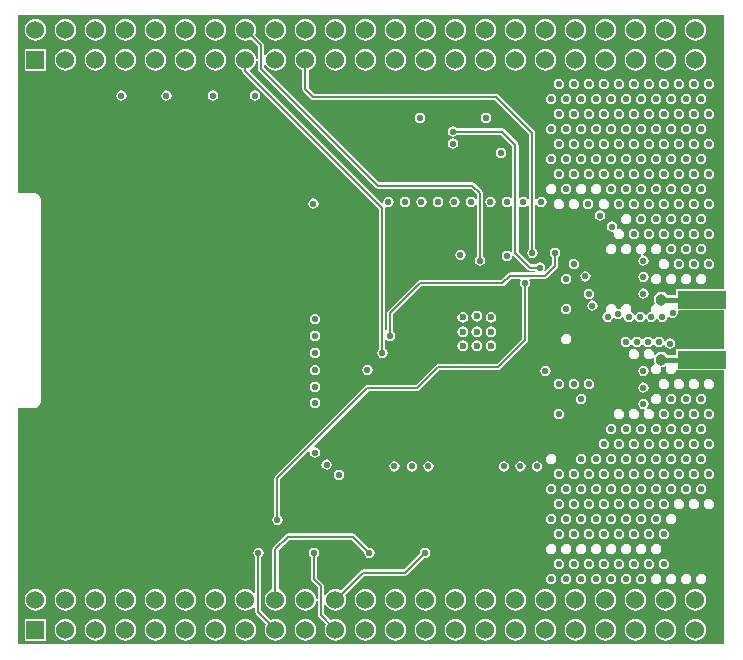
<source format=gbl>
G04 Layer_Physical_Order=4*
G04 Layer_Color=16711680*
%FSLAX25Y25*%
%MOIN*%
G70*
G01*
G75*
%ADD10R,0.15984X0.05984*%
%ADD28C,0.01799*%
%ADD29C,0.00800*%
%ADD33C,0.06000*%
%ADD34R,0.06000X0.06000*%
%ADD35C,0.03800*%
%ADD36C,0.02200*%
%ADD37C,0.02362*%
G36*
X308878Y123092D02*
X292908D01*
Y121029D01*
X289985D01*
X289802Y121302D01*
X288976Y121855D01*
X288000Y122049D01*
X287024Y121855D01*
X286198Y121302D01*
X285645Y120475D01*
X285451Y119500D01*
X285645Y118525D01*
X285799Y118294D01*
X285636Y117901D01*
X285074Y117525D01*
X284698Y116963D01*
X284566Y116299D01*
X284648Y115887D01*
X284650Y115602D01*
X284291Y115345D01*
X283989Y115285D01*
X283426Y114909D01*
X283060Y114361D01*
X282972Y114347D01*
X282632D01*
X282544Y114361D01*
X282178Y114909D01*
X281615Y115285D01*
X280952Y115417D01*
X280289Y115285D01*
X279726Y114909D01*
X279360Y114361D01*
X279272Y114347D01*
X278932D01*
X278844Y114361D01*
X278478Y114909D01*
X277915Y115285D01*
X277820Y115515D01*
X277901Y115636D01*
X278032Y116299D01*
X277901Y116963D01*
X277525Y117525D01*
X276962Y117901D01*
X276299Y118033D01*
X275636Y117901D01*
X275074Y117525D01*
X274698Y116963D01*
X274635Y116645D01*
X274381Y116295D01*
X274093Y116289D01*
X273677Y116372D01*
X273511Y116339D01*
X272949Y116721D01*
X272901Y116963D01*
X272525Y117525D01*
X271962Y117901D01*
X271299Y118033D01*
X270636Y117901D01*
X270074Y117525D01*
X269698Y116963D01*
X269566Y116299D01*
X269698Y115636D01*
X269378Y115214D01*
X268884Y114884D01*
X268508Y114321D01*
X268376Y113658D01*
X268508Y112995D01*
X268884Y112433D01*
X269446Y112057D01*
X270110Y111925D01*
X270773Y112057D01*
X271335Y112433D01*
X271711Y112995D01*
X271807Y113478D01*
X272325Y113603D01*
X272452Y113413D01*
X273014Y113037D01*
X273677Y112905D01*
X274341Y113037D01*
X274903Y113413D01*
X275032Y113607D01*
X275557Y113491D01*
X275651Y113020D01*
X276026Y112458D01*
X276589Y112082D01*
X277252Y111950D01*
X277915Y112082D01*
X278478Y112458D01*
X278844Y113005D01*
X278932Y113020D01*
X279272D01*
X279360Y113005D01*
X279726Y112458D01*
X280289Y112082D01*
X280952Y111950D01*
X281615Y112082D01*
X282178Y112458D01*
X282544Y113005D01*
X282632Y113020D01*
X282972D01*
X283060Y113005D01*
X283426Y112458D01*
X283989Y112082D01*
X284652Y111950D01*
X285315Y112082D01*
X285878Y112458D01*
X286244Y113005D01*
X286332Y113020D01*
X286672D01*
X286760Y113005D01*
X287126Y112458D01*
X287689Y112082D01*
X288352Y111950D01*
X289015Y112082D01*
X289578Y112458D01*
X289953Y113020D01*
X290080Y113659D01*
X290173Y113714D01*
X290499Y113829D01*
X290563Y113843D01*
X291117Y113473D01*
X291780Y113341D01*
X292444Y113473D01*
X293006Y113848D01*
X293382Y114411D01*
X293514Y115074D01*
X293447Y115408D01*
X293824Y115908D01*
X308878D01*
Y103092D01*
X292908D01*
Y101029D01*
X289985D01*
X289802Y101302D01*
X288976Y101855D01*
X288000Y102049D01*
X287024Y101855D01*
X286198Y101302D01*
X285977Y100973D01*
X285506Y101168D01*
X285532Y101299D01*
X285401Y101962D01*
X285025Y102525D01*
X284462Y102901D01*
X283799Y103033D01*
X283136Y102901D01*
X282574Y102525D01*
X282198Y101962D01*
X282066Y101299D01*
X282198Y100636D01*
X282574Y100074D01*
X283136Y99698D01*
X283799Y99566D01*
X284462Y99698D01*
X285025Y100074D01*
X285068Y100138D01*
X285539Y99943D01*
X285451Y99500D01*
X285645Y98524D01*
X285799Y98294D01*
X285636Y97901D01*
X285074Y97525D01*
X284698Y96962D01*
X284566Y96299D01*
X284698Y95636D01*
X285074Y95074D01*
X285636Y94698D01*
X286299Y94566D01*
X286963Y94698D01*
X287525Y95074D01*
X287901Y95636D01*
X288033Y96299D01*
X287997Y96479D01*
X288000Y96951D01*
X288360Y97023D01*
X288976Y97145D01*
X289415Y97438D01*
X289775Y97078D01*
X289698Y96962D01*
X289566Y96299D01*
X289698Y95636D01*
X290074Y95074D01*
X290636Y94698D01*
X291299Y94566D01*
X291963Y94698D01*
X292525Y95074D01*
X292901Y95636D01*
X292955Y95908D01*
X308878D01*
Y92000D01*
Y4591D01*
X73457D01*
Y83409D01*
X78740D01*
X79411Y83498D01*
X80036Y83756D01*
X80572Y84168D01*
X80984Y84705D01*
X81243Y85330D01*
X81331Y86000D01*
Y152441D01*
X81243Y153112D01*
X80984Y153736D01*
X80572Y154273D01*
X80036Y154685D01*
X79411Y154943D01*
X78740Y155032D01*
X73457D01*
Y214323D01*
X308878D01*
Y123092D01*
D02*
G37*
%LPC*%
G36*
X261299Y68032D02*
X260636Y67901D01*
X260074Y67525D01*
X259698Y66962D01*
X259566Y66299D01*
X259698Y65636D01*
X260074Y65074D01*
X260636Y64698D01*
X261299Y64566D01*
X261963Y64698D01*
X262525Y65074D01*
X262901Y65636D01*
X263033Y66299D01*
X262901Y66962D01*
X262525Y67525D01*
X261963Y67901D01*
X261299Y68032D01*
D02*
G37*
G36*
X251299D02*
X250636Y67901D01*
X250074Y67525D01*
X249698Y66962D01*
X249566Y66299D01*
X249698Y65636D01*
X250074Y65074D01*
X250636Y64698D01*
X251299Y64566D01*
X251962Y64698D01*
X252525Y65074D01*
X252901Y65636D01*
X253032Y66299D01*
X252901Y66962D01*
X252525Y67525D01*
X251962Y67901D01*
X251299Y68032D01*
D02*
G37*
G36*
X266299D02*
X265636Y67901D01*
X265074Y67525D01*
X264698Y66962D01*
X264566Y66299D01*
X264698Y65636D01*
X265074Y65074D01*
X265636Y64698D01*
X266299Y64566D01*
X266963Y64698D01*
X267525Y65074D01*
X267901Y65636D01*
X268033Y66299D01*
X267901Y66962D01*
X267525Y67525D01*
X266963Y67901D01*
X266299Y68032D01*
D02*
G37*
G36*
X281299D02*
X280636Y67901D01*
X280074Y67525D01*
X279698Y66962D01*
X279566Y66299D01*
X279698Y65636D01*
X280074Y65074D01*
X280636Y64698D01*
X281299Y64566D01*
X281962Y64698D01*
X282525Y65074D01*
X282901Y65636D01*
X283032Y66299D01*
X282901Y66962D01*
X282525Y67525D01*
X281962Y67901D01*
X281299Y68032D01*
D02*
G37*
G36*
X276299D02*
X275636Y67901D01*
X275074Y67525D01*
X274698Y66962D01*
X274566Y66299D01*
X274698Y65636D01*
X275074Y65074D01*
X275636Y64698D01*
X276299Y64566D01*
X276962Y64698D01*
X277525Y65074D01*
X277901Y65636D01*
X278032Y66299D01*
X277901Y66962D01*
X277525Y67525D01*
X276962Y67901D01*
X276299Y68032D01*
D02*
G37*
G36*
X271299D02*
X270636Y67901D01*
X270074Y67525D01*
X269698Y66962D01*
X269566Y66299D01*
X269698Y65636D01*
X270074Y65074D01*
X270636Y64698D01*
X271299Y64566D01*
X271962Y64698D01*
X272525Y65074D01*
X272901Y65636D01*
X273032Y66299D01*
X272901Y66962D01*
X272525Y67525D01*
X271962Y67901D01*
X271299Y68032D01*
D02*
G37*
G36*
X235489Y65623D02*
X234826Y65491D01*
X234264Y65115D01*
X233888Y64553D01*
X233756Y63890D01*
X233888Y63226D01*
X234264Y62664D01*
X234826Y62288D01*
X235489Y62156D01*
X236153Y62288D01*
X236715Y62664D01*
X237091Y63226D01*
X237223Y63890D01*
X237091Y64553D01*
X236715Y65115D01*
X236153Y65491D01*
X235489Y65623D01*
D02*
G37*
G36*
X210348D02*
X209684Y65491D01*
X209122Y65115D01*
X208746Y64553D01*
X208614Y63890D01*
X208746Y63226D01*
X209122Y62664D01*
X209684Y62288D01*
X210348Y62156D01*
X211011Y62288D01*
X211573Y62664D01*
X211949Y63226D01*
X212081Y63890D01*
X211949Y64553D01*
X211573Y65115D01*
X211011Y65491D01*
X210348Y65623D01*
D02*
G37*
G36*
X204848D02*
X204184Y65491D01*
X203622Y65115D01*
X203246Y64553D01*
X203114Y63890D01*
X203246Y63226D01*
X203622Y62664D01*
X204184Y62288D01*
X204848Y62156D01*
X205511Y62288D01*
X206073Y62664D01*
X206449Y63226D01*
X206581Y63890D01*
X206449Y64553D01*
X206073Y65115D01*
X205511Y65491D01*
X204848Y65623D01*
D02*
G37*
G36*
X176420Y66233D02*
X175757Y66101D01*
X175195Y65726D01*
X174819Y65163D01*
X174687Y64500D01*
X174819Y63837D01*
X175195Y63274D01*
X175757Y62899D01*
X176420Y62767D01*
X177083Y62899D01*
X177646Y63274D01*
X178022Y63837D01*
X178153Y64500D01*
X178022Y65163D01*
X177646Y65726D01*
X177083Y66101D01*
X176420Y66233D01*
D02*
G37*
G36*
X246489Y65623D02*
X245826Y65491D01*
X245264Y65115D01*
X244888Y64553D01*
X244756Y63890D01*
X244888Y63226D01*
X245264Y62664D01*
X245826Y62288D01*
X246489Y62156D01*
X247153Y62288D01*
X247715Y62664D01*
X248091Y63226D01*
X248223Y63890D01*
X248091Y64553D01*
X247715Y65115D01*
X247153Y65491D01*
X246489Y65623D01*
D02*
G37*
G36*
X240989D02*
X240326Y65491D01*
X239764Y65115D01*
X239388Y64553D01*
X239256Y63890D01*
X239388Y63226D01*
X239764Y62664D01*
X240326Y62288D01*
X240989Y62156D01*
X241653Y62288D01*
X242215Y62664D01*
X242591Y63226D01*
X242723Y63890D01*
X242591Y64553D01*
X242215Y65115D01*
X241653Y65491D01*
X240989Y65623D01*
D02*
G37*
G36*
X288799Y73032D02*
X288136Y72901D01*
X287574Y72525D01*
X287198Y71962D01*
X287066Y71299D01*
X287198Y70636D01*
X287574Y70074D01*
X288136Y69698D01*
X288799Y69566D01*
X289462Y69698D01*
X290025Y70074D01*
X290401Y70636D01*
X290532Y71299D01*
X290401Y71962D01*
X290025Y72525D01*
X289462Y72901D01*
X288799Y73032D01*
D02*
G37*
G36*
X283799D02*
X283136Y72901D01*
X282574Y72525D01*
X282198Y71962D01*
X282066Y71299D01*
X282198Y70636D01*
X282574Y70074D01*
X283136Y69698D01*
X283799Y69566D01*
X284462Y69698D01*
X285025Y70074D01*
X285401Y70636D01*
X285532Y71299D01*
X285401Y71962D01*
X285025Y72525D01*
X284462Y72901D01*
X283799Y73032D01*
D02*
G37*
G36*
X278799D02*
X278136Y72901D01*
X277574Y72525D01*
X277198Y71962D01*
X277066Y71299D01*
X277198Y70636D01*
X277574Y70074D01*
X278136Y69698D01*
X278799Y69566D01*
X279463Y69698D01*
X280025Y70074D01*
X280401Y70636D01*
X280533Y71299D01*
X280401Y71962D01*
X280025Y72525D01*
X279463Y72901D01*
X278799Y73032D01*
D02*
G37*
G36*
X303799D02*
X303136Y72901D01*
X302574Y72525D01*
X302198Y71962D01*
X302066Y71299D01*
X302198Y70636D01*
X302574Y70074D01*
X303136Y69698D01*
X303799Y69566D01*
X304463Y69698D01*
X305025Y70074D01*
X305401Y70636D01*
X305533Y71299D01*
X305401Y71962D01*
X305025Y72525D01*
X304463Y72901D01*
X303799Y73032D01*
D02*
G37*
G36*
X298799D02*
X298136Y72901D01*
X297574Y72525D01*
X297198Y71962D01*
X297066Y71299D01*
X297198Y70636D01*
X297574Y70074D01*
X298136Y69698D01*
X298799Y69566D01*
X299463Y69698D01*
X300025Y70074D01*
X300401Y70636D01*
X300533Y71299D01*
X300401Y71962D01*
X300025Y72525D01*
X299463Y72901D01*
X298799Y73032D01*
D02*
G37*
G36*
X293799D02*
X293136Y72901D01*
X292574Y72525D01*
X292198Y71962D01*
X292066Y71299D01*
X292198Y70636D01*
X292574Y70074D01*
X293136Y69698D01*
X293799Y69566D01*
X294462Y69698D01*
X295025Y70074D01*
X295401Y70636D01*
X295532Y71299D01*
X295401Y71962D01*
X295025Y72525D01*
X294462Y72901D01*
X293799Y73032D01*
D02*
G37*
G36*
X296299Y68032D02*
X295636Y67901D01*
X295074Y67525D01*
X294698Y66962D01*
X294566Y66299D01*
X294698Y65636D01*
X295074Y65074D01*
X295636Y64698D01*
X296299Y64566D01*
X296962Y64698D01*
X297525Y65074D01*
X297901Y65636D01*
X298032Y66299D01*
X297901Y66962D01*
X297525Y67525D01*
X296962Y67901D01*
X296299Y68032D01*
D02*
G37*
G36*
X291299D02*
X290636Y67901D01*
X290074Y67525D01*
X289698Y66962D01*
X289566Y66299D01*
X289698Y65636D01*
X290074Y65074D01*
X290636Y64698D01*
X291299Y64566D01*
X291963Y64698D01*
X292525Y65074D01*
X292901Y65636D01*
X293033Y66299D01*
X292901Y66962D01*
X292525Y67525D01*
X291963Y67901D01*
X291299Y68032D01*
D02*
G37*
G36*
X286299D02*
X285636Y67901D01*
X285074Y67525D01*
X284698Y66962D01*
X284566Y66299D01*
X284698Y65636D01*
X285074Y65074D01*
X285636Y64698D01*
X286299Y64566D01*
X286963Y64698D01*
X287525Y65074D01*
X287901Y65636D01*
X288033Y66299D01*
X287901Y66962D01*
X287525Y67525D01*
X286963Y67901D01*
X286299Y68032D01*
D02*
G37*
G36*
X273799Y73032D02*
X273136Y72901D01*
X272574Y72525D01*
X272198Y71962D01*
X272066Y71299D01*
X272198Y70636D01*
X272574Y70074D01*
X273136Y69698D01*
X273799Y69566D01*
X274463Y69698D01*
X275025Y70074D01*
X275401Y70636D01*
X275533Y71299D01*
X275401Y71962D01*
X275025Y72525D01*
X274463Y72901D01*
X273799Y73032D01*
D02*
G37*
G36*
X268799D02*
X268136Y72901D01*
X267574Y72525D01*
X267198Y71962D01*
X267066Y71299D01*
X267198Y70636D01*
X267574Y70074D01*
X268136Y69698D01*
X268799Y69566D01*
X269462Y69698D01*
X270025Y70074D01*
X270401Y70636D01*
X270532Y71299D01*
X270401Y71962D01*
X270025Y72525D01*
X269462Y72901D01*
X268799Y73032D01*
D02*
G37*
G36*
X301299Y68032D02*
X300636Y67901D01*
X300074Y67525D01*
X299698Y66962D01*
X299566Y66299D01*
X299698Y65636D01*
X300074Y65074D01*
X300636Y64698D01*
X301299Y64566D01*
X301962Y64698D01*
X302525Y65074D01*
X302901Y65636D01*
X303032Y66299D01*
X302901Y66962D01*
X302525Y67525D01*
X301962Y67901D01*
X301299Y68032D01*
D02*
G37*
G36*
X291299Y58033D02*
X290636Y57901D01*
X290074Y57525D01*
X289698Y56963D01*
X289566Y56299D01*
X289698Y55636D01*
X290074Y55074D01*
X290636Y54698D01*
X291299Y54566D01*
X291963Y54698D01*
X292525Y55074D01*
X292901Y55636D01*
X293033Y56299D01*
X292901Y56963D01*
X292525Y57525D01*
X291963Y57901D01*
X291299Y58033D01*
D02*
G37*
G36*
X286299D02*
X285636Y57901D01*
X285074Y57525D01*
X284698Y56963D01*
X284566Y56299D01*
X284698Y55636D01*
X285074Y55074D01*
X285636Y54698D01*
X286299Y54566D01*
X286963Y54698D01*
X287525Y55074D01*
X287901Y55636D01*
X288033Y56299D01*
X287901Y56963D01*
X287525Y57525D01*
X286963Y57901D01*
X286299Y58033D01*
D02*
G37*
G36*
X281299D02*
X280636Y57901D01*
X280074Y57525D01*
X279698Y56963D01*
X279566Y56299D01*
X279698Y55636D01*
X280074Y55074D01*
X280636Y54698D01*
X281299Y54566D01*
X281962Y54698D01*
X282525Y55074D01*
X282901Y55636D01*
X283032Y56299D01*
X282901Y56963D01*
X282525Y57525D01*
X281962Y57901D01*
X281299Y58033D01*
D02*
G37*
G36*
X180581Y62733D02*
X179918Y62601D01*
X179356Y62226D01*
X178980Y61663D01*
X178848Y61000D01*
X178980Y60337D01*
X179356Y59774D01*
X179918Y59399D01*
X180581Y59267D01*
X181245Y59399D01*
X181807Y59774D01*
X182183Y60337D01*
X182315Y61000D01*
X182183Y61663D01*
X181807Y62226D01*
X181245Y62601D01*
X180581Y62733D01*
D02*
G37*
G36*
X301299Y58033D02*
X300636Y57901D01*
X300074Y57525D01*
X299698Y56963D01*
X299566Y56299D01*
X299698Y55636D01*
X300074Y55074D01*
X300636Y54698D01*
X301299Y54566D01*
X301962Y54698D01*
X302525Y55074D01*
X302901Y55636D01*
X303032Y56299D01*
X302901Y56963D01*
X302525Y57525D01*
X301962Y57901D01*
X301299Y58033D01*
D02*
G37*
G36*
X296299D02*
X295636Y57901D01*
X295074Y57525D01*
X294698Y56963D01*
X294566Y56299D01*
X294698Y55636D01*
X295074Y55074D01*
X295636Y54698D01*
X296299Y54566D01*
X296962Y54698D01*
X297525Y55074D01*
X297901Y55636D01*
X298032Y56299D01*
X297901Y56963D01*
X297525Y57525D01*
X296962Y57901D01*
X296299Y58033D01*
D02*
G37*
G36*
X261299D02*
X260636Y57901D01*
X260074Y57525D01*
X259698Y56963D01*
X259566Y56299D01*
X259698Y55636D01*
X260074Y55074D01*
X260636Y54698D01*
X261299Y54566D01*
X261963Y54698D01*
X262525Y55074D01*
X262901Y55636D01*
X263033Y56299D01*
X262901Y56963D01*
X262525Y57525D01*
X261963Y57901D01*
X261299Y58033D01*
D02*
G37*
G36*
X256299D02*
X255636Y57901D01*
X255074Y57525D01*
X254698Y56963D01*
X254566Y56299D01*
X254698Y55636D01*
X255074Y55074D01*
X255636Y54698D01*
X256299Y54566D01*
X256962Y54698D01*
X257525Y55074D01*
X257901Y55636D01*
X258032Y56299D01*
X257901Y56963D01*
X257525Y57525D01*
X256962Y57901D01*
X256299Y58033D01*
D02*
G37*
G36*
X251299D02*
X250636Y57901D01*
X250074Y57525D01*
X249698Y56963D01*
X249566Y56299D01*
X249698Y55636D01*
X250074Y55074D01*
X250636Y54698D01*
X251299Y54566D01*
X251962Y54698D01*
X252525Y55074D01*
X252901Y55636D01*
X253032Y56299D01*
X252901Y56963D01*
X252525Y57525D01*
X251962Y57901D01*
X251299Y58033D01*
D02*
G37*
G36*
X276299D02*
X275636Y57901D01*
X275074Y57525D01*
X274698Y56963D01*
X274566Y56299D01*
X274698Y55636D01*
X275074Y55074D01*
X275636Y54698D01*
X276299Y54566D01*
X276962Y54698D01*
X277525Y55074D01*
X277901Y55636D01*
X278032Y56299D01*
X277901Y56963D01*
X277525Y57525D01*
X276962Y57901D01*
X276299Y58033D01*
D02*
G37*
G36*
X271299D02*
X270636Y57901D01*
X270074Y57525D01*
X269698Y56963D01*
X269566Y56299D01*
X269698Y55636D01*
X270074Y55074D01*
X270636Y54698D01*
X271299Y54566D01*
X271962Y54698D01*
X272525Y55074D01*
X272901Y55636D01*
X273032Y56299D01*
X272901Y56963D01*
X272525Y57525D01*
X271962Y57901D01*
X271299Y58033D01*
D02*
G37*
G36*
X266299D02*
X265636Y57901D01*
X265074Y57525D01*
X264698Y56963D01*
X264566Y56299D01*
X264698Y55636D01*
X265074Y55074D01*
X265636Y54698D01*
X266299Y54566D01*
X266963Y54698D01*
X267525Y55074D01*
X267901Y55636D01*
X268033Y56299D01*
X267901Y56963D01*
X267525Y57525D01*
X266963Y57901D01*
X266299Y58033D01*
D02*
G37*
G36*
X293799Y63033D02*
X293136Y62901D01*
X292574Y62525D01*
X292198Y61962D01*
X292066Y61299D01*
X292198Y60636D01*
X292574Y60074D01*
X293136Y59698D01*
X293799Y59566D01*
X294462Y59698D01*
X295025Y60074D01*
X295401Y60636D01*
X295532Y61299D01*
X295401Y61962D01*
X295025Y62525D01*
X294462Y62901D01*
X293799Y63033D01*
D02*
G37*
G36*
X288799D02*
X288136Y62901D01*
X287574Y62525D01*
X287198Y61962D01*
X287066Y61299D01*
X287198Y60636D01*
X287574Y60074D01*
X288136Y59698D01*
X288799Y59566D01*
X289462Y59698D01*
X290025Y60074D01*
X290401Y60636D01*
X290532Y61299D01*
X290401Y61962D01*
X290025Y62525D01*
X289462Y62901D01*
X288799Y63033D01*
D02*
G37*
G36*
X283799D02*
X283136Y62901D01*
X282574Y62525D01*
X282198Y61962D01*
X282066Y61299D01*
X282198Y60636D01*
X282574Y60074D01*
X283136Y59698D01*
X283799Y59566D01*
X284462Y59698D01*
X285025Y60074D01*
X285401Y60636D01*
X285532Y61299D01*
X285401Y61962D01*
X285025Y62525D01*
X284462Y62901D01*
X283799Y63033D01*
D02*
G37*
G36*
X198997Y65623D02*
X198334Y65491D01*
X197772Y65115D01*
X197396Y64553D01*
X197264Y63890D01*
X197396Y63226D01*
X197772Y62664D01*
X198334Y62288D01*
X198997Y62156D01*
X199661Y62288D01*
X200223Y62664D01*
X200599Y63226D01*
X200731Y63890D01*
X200599Y64553D01*
X200223Y65115D01*
X199661Y65491D01*
X198997Y65623D01*
D02*
G37*
G36*
X303799Y63033D02*
X303136Y62901D01*
X302574Y62525D01*
X302198Y61962D01*
X302066Y61299D01*
X302198Y60636D01*
X302574Y60074D01*
X303136Y59698D01*
X303799Y59566D01*
X304463Y59698D01*
X305025Y60074D01*
X305401Y60636D01*
X305533Y61299D01*
X305401Y61962D01*
X305025Y62525D01*
X304463Y62901D01*
X303799Y63033D01*
D02*
G37*
G36*
X298799D02*
X298136Y62901D01*
X297574Y62525D01*
X297198Y61962D01*
X297066Y61299D01*
X297198Y60636D01*
X297574Y60074D01*
X298136Y59698D01*
X298799Y59566D01*
X299463Y59698D01*
X300025Y60074D01*
X300401Y60636D01*
X300533Y61299D01*
X300401Y61962D01*
X300025Y62525D01*
X299463Y62901D01*
X298799Y63033D01*
D02*
G37*
G36*
X263799D02*
X263136Y62901D01*
X262574Y62525D01*
X262198Y61962D01*
X262066Y61299D01*
X262198Y60636D01*
X262574Y60074D01*
X263136Y59698D01*
X263799Y59566D01*
X264462Y59698D01*
X265025Y60074D01*
X265401Y60636D01*
X265532Y61299D01*
X265401Y61962D01*
X265025Y62525D01*
X264462Y62901D01*
X263799Y63033D01*
D02*
G37*
G36*
X258799D02*
X258136Y62901D01*
X257574Y62525D01*
X257198Y61962D01*
X257066Y61299D01*
X257198Y60636D01*
X257574Y60074D01*
X258136Y59698D01*
X258799Y59566D01*
X259462Y59698D01*
X260025Y60074D01*
X260401Y60636D01*
X260532Y61299D01*
X260401Y61962D01*
X260025Y62525D01*
X259462Y62901D01*
X258799Y63033D01*
D02*
G37*
G36*
X253799D02*
X253136Y62901D01*
X252574Y62525D01*
X252198Y61962D01*
X252066Y61299D01*
X252198Y60636D01*
X252574Y60074D01*
X253136Y59698D01*
X253799Y59566D01*
X254463Y59698D01*
X255025Y60074D01*
X255401Y60636D01*
X255533Y61299D01*
X255401Y61962D01*
X255025Y62525D01*
X254463Y62901D01*
X253799Y63033D01*
D02*
G37*
G36*
X278799D02*
X278136Y62901D01*
X277574Y62525D01*
X277198Y61962D01*
X277066Y61299D01*
X277198Y60636D01*
X277574Y60074D01*
X278136Y59698D01*
X278799Y59566D01*
X279463Y59698D01*
X280025Y60074D01*
X280401Y60636D01*
X280533Y61299D01*
X280401Y61962D01*
X280025Y62525D01*
X279463Y62901D01*
X278799Y63033D01*
D02*
G37*
G36*
X273799D02*
X273136Y62901D01*
X272574Y62525D01*
X272198Y61962D01*
X272066Y61299D01*
X272198Y60636D01*
X272574Y60074D01*
X273136Y59698D01*
X273799Y59566D01*
X274463Y59698D01*
X275025Y60074D01*
X275401Y60636D01*
X275533Y61299D01*
X275401Y61962D01*
X275025Y62525D01*
X274463Y62901D01*
X273799Y63033D01*
D02*
G37*
G36*
X268799D02*
X268136Y62901D01*
X267574Y62525D01*
X267198Y61962D01*
X267066Y61299D01*
X267198Y60636D01*
X267574Y60074D01*
X268136Y59698D01*
X268799Y59566D01*
X269462Y59698D01*
X270025Y60074D01*
X270401Y60636D01*
X270532Y61299D01*
X270401Y61962D01*
X270025Y62525D01*
X269462Y62901D01*
X268799Y63033D01*
D02*
G37*
G36*
X172500Y97670D02*
X171837Y97538D01*
X171274Y97163D01*
X170899Y96600D01*
X170767Y95937D01*
X170899Y95274D01*
X171274Y94711D01*
X171837Y94336D01*
X172500Y94204D01*
X173163Y94336D01*
X173726Y94711D01*
X174101Y95274D01*
X174233Y95937D01*
X174101Y96600D01*
X173726Y97163D01*
X173163Y97538D01*
X172500Y97670D01*
D02*
G37*
G36*
X282000Y97390D02*
X281337Y97258D01*
X280774Y96882D01*
X280399Y96320D01*
X280267Y95657D01*
X280399Y94994D01*
X280774Y94431D01*
X281337Y94055D01*
X282000Y93924D01*
X282663Y94055D01*
X283226Y94431D01*
X283601Y94994D01*
X283733Y95657D01*
X283601Y96320D01*
X283226Y96882D01*
X282663Y97258D01*
X282000Y97390D01*
D02*
G37*
G36*
X249343D02*
X248680Y97258D01*
X248117Y96882D01*
X247742Y96320D01*
X247610Y95657D01*
X247742Y94994D01*
X248117Y94431D01*
X248680Y94055D01*
X249343Y93924D01*
X250006Y94055D01*
X250569Y94431D01*
X250944Y94994D01*
X251076Y95657D01*
X250944Y96320D01*
X250569Y96882D01*
X250006Y97258D01*
X249343Y97390D01*
D02*
G37*
G36*
X172500Y103354D02*
X171837Y103221D01*
X171274Y102846D01*
X170899Y102284D01*
X170767Y101620D01*
X170899Y100957D01*
X171274Y100395D01*
X171837Y100019D01*
X172500Y99887D01*
X173163Y100019D01*
X173726Y100395D01*
X174101Y100957D01*
X174233Y101620D01*
X174101Y102284D01*
X173726Y102846D01*
X173163Y103221D01*
X172500Y103354D01*
D02*
G37*
G36*
X278799Y103033D02*
X278136Y102901D01*
X277574Y102525D01*
X277198Y101962D01*
X277066Y101299D01*
X277198Y100636D01*
X277574Y100074D01*
X278136Y99698D01*
X278799Y99566D01*
X279463Y99698D01*
X280025Y100074D01*
X280401Y100636D01*
X280533Y101299D01*
X280401Y101962D01*
X280025Y102525D01*
X279463Y102901D01*
X278799Y103033D01*
D02*
G37*
G36*
X190000Y97733D02*
X189337Y97601D01*
X188774Y97226D01*
X188399Y96663D01*
X188267Y96000D01*
X188399Y95337D01*
X188774Y94774D01*
X189337Y94399D01*
X190000Y94267D01*
X190663Y94399D01*
X191226Y94774D01*
X191601Y95337D01*
X191733Y96000D01*
X191601Y96663D01*
X191226Y97226D01*
X190663Y97601D01*
X190000Y97733D01*
D02*
G37*
G36*
X288799Y93032D02*
X288136Y92901D01*
X287574Y92525D01*
X287198Y91962D01*
X287066Y91299D01*
X287198Y90636D01*
X287574Y90074D01*
X288136Y89698D01*
X288799Y89566D01*
X289462Y89698D01*
X290025Y90074D01*
X290401Y90636D01*
X290532Y91299D01*
X290401Y91962D01*
X290025Y92525D01*
X289462Y92901D01*
X288799Y93032D01*
D02*
G37*
G36*
X263799D02*
X263136Y92901D01*
X262574Y92525D01*
X262198Y91962D01*
X262066Y91299D01*
X262198Y90636D01*
X262574Y90074D01*
X263136Y89698D01*
X263799Y89566D01*
X264462Y89698D01*
X265025Y90074D01*
X265401Y90636D01*
X265532Y91299D01*
X265401Y91962D01*
X265025Y92525D01*
X264462Y92901D01*
X263799Y93032D01*
D02*
G37*
G36*
X258799D02*
X258136Y92901D01*
X257574Y92525D01*
X257198Y91962D01*
X257066Y91299D01*
X257198Y90636D01*
X257574Y90074D01*
X258136Y89698D01*
X258799Y89566D01*
X259462Y89698D01*
X260025Y90074D01*
X260401Y90636D01*
X260532Y91299D01*
X260401Y91962D01*
X260025Y92525D01*
X259462Y92901D01*
X258799Y93032D01*
D02*
G37*
G36*
X303799D02*
X303136Y92901D01*
X302574Y92525D01*
X302198Y91962D01*
X302066Y91299D01*
X302198Y90636D01*
X302574Y90074D01*
X303136Y89698D01*
X303799Y89566D01*
X304463Y89698D01*
X305025Y90074D01*
X305401Y90636D01*
X305533Y91299D01*
X305401Y91962D01*
X305025Y92525D01*
X304463Y92901D01*
X303799Y93032D01*
D02*
G37*
G36*
X298799D02*
X298136Y92901D01*
X297574Y92525D01*
X297198Y91962D01*
X297066Y91299D01*
X297198Y90636D01*
X297574Y90074D01*
X298136Y89698D01*
X298799Y89566D01*
X299463Y89698D01*
X300025Y90074D01*
X300401Y90636D01*
X300533Y91299D01*
X300401Y91962D01*
X300025Y92525D01*
X299463Y92901D01*
X298799Y93032D01*
D02*
G37*
G36*
X293799D02*
X293136Y92901D01*
X292574Y92525D01*
X292198Y91962D01*
X292066Y91299D01*
X292198Y90636D01*
X292574Y90074D01*
X293136Y89698D01*
X293799Y89566D01*
X294462Y89698D01*
X295025Y90074D01*
X295401Y90636D01*
X295532Y91299D01*
X295401Y91962D01*
X295025Y92525D01*
X294462Y92901D01*
X293799Y93032D01*
D02*
G37*
G36*
X226500Y110619D02*
X225805Y110481D01*
X225216Y110087D01*
X224822Y109498D01*
X224684Y108803D01*
X224822Y108108D01*
X225216Y107519D01*
X225805Y107125D01*
X226500Y106987D01*
X227195Y107125D01*
X227784Y107519D01*
X228178Y108108D01*
X228316Y108803D01*
X228178Y109498D01*
X227784Y110087D01*
X227195Y110481D01*
X226500Y110619D01*
D02*
G37*
G36*
X231224Y110619D02*
X230529Y110481D01*
X229940Y110087D01*
X229547Y109498D01*
X229408Y108803D01*
X229547Y108108D01*
X229940Y107519D01*
X230529Y107125D01*
X231224Y106987D01*
X231919Y107125D01*
X232508Y107519D01*
X232902Y108108D01*
X233040Y108803D01*
X232902Y109498D01*
X232508Y110087D01*
X231919Y110481D01*
X231224Y110619D01*
D02*
G37*
G36*
X221776D02*
X221081Y110481D01*
X220492Y110087D01*
X220098Y109498D01*
X219960Y108803D01*
X220098Y108108D01*
X220492Y107519D01*
X221081Y107125D01*
X221776Y106987D01*
X222470Y107125D01*
X223060Y107519D01*
X223453Y108108D01*
X223592Y108803D01*
X223453Y109498D01*
X223060Y110087D01*
X222470Y110481D01*
X221776Y110619D01*
D02*
G37*
G36*
X231224Y115344D02*
X230529Y115205D01*
X229940Y114812D01*
X229547Y114223D01*
X229408Y113528D01*
X229547Y112833D01*
X229940Y112243D01*
X230529Y111850D01*
X231224Y111712D01*
X231919Y111850D01*
X232508Y112243D01*
X232902Y112833D01*
X233040Y113528D01*
X232902Y114223D01*
X232508Y114812D01*
X231919Y115205D01*
X231224Y115344D01*
D02*
G37*
G36*
X221776D02*
X221081Y115205D01*
X220492Y114812D01*
X220098Y114223D01*
X219960Y113528D01*
X220098Y112833D01*
X220492Y112243D01*
X221081Y111850D01*
X221776Y111712D01*
X222470Y111850D01*
X223060Y112243D01*
X223453Y112833D01*
X223592Y113528D01*
X223453Y114223D01*
X223060Y114812D01*
X222470Y115205D01*
X221776Y115344D01*
D02*
G37*
G36*
X172500Y114670D02*
X171837Y114538D01*
X171274Y114163D01*
X170899Y113600D01*
X170767Y112937D01*
X170899Y112274D01*
X171274Y111711D01*
X171837Y111336D01*
X172500Y111204D01*
X173163Y111336D01*
X173726Y111711D01*
X174101Y112274D01*
X174233Y112937D01*
X174101Y113600D01*
X173726Y114163D01*
X173163Y114538D01*
X172500Y114670D01*
D02*
G37*
G36*
X231224Y105895D02*
X230529Y105756D01*
X229940Y105363D01*
X229547Y104774D01*
X229408Y104079D01*
X229547Y103384D01*
X229940Y102795D01*
X230529Y102401D01*
X231224Y102263D01*
X231919Y102401D01*
X232508Y102795D01*
X232902Y103384D01*
X233040Y104079D01*
X232902Y104774D01*
X232508Y105363D01*
X231919Y105756D01*
X231224Y105895D01*
D02*
G37*
G36*
X221776D02*
X221081Y105756D01*
X220492Y105363D01*
X220098Y104774D01*
X219960Y104079D01*
X220098Y103384D01*
X220492Y102795D01*
X221081Y102401D01*
X221776Y102263D01*
X222470Y102401D01*
X223060Y102795D01*
X223453Y103384D01*
X223592Y104079D01*
X223453Y104774D01*
X223060Y105363D01*
X222470Y105756D01*
X221776Y105895D01*
D02*
G37*
G36*
X226500Y105895D02*
X225805Y105756D01*
X225216Y105363D01*
X224822Y104774D01*
X224684Y104079D01*
X224822Y103384D01*
X225216Y102795D01*
X225805Y102401D01*
X226500Y102263D01*
X227195Y102401D01*
X227784Y102795D01*
X228178Y103384D01*
X228316Y104079D01*
X228178Y104774D01*
X227784Y105363D01*
X227195Y105756D01*
X226500Y105895D01*
D02*
G37*
G36*
X287247Y107137D02*
X286584Y107005D01*
X286021Y106629D01*
X285655Y106081D01*
X285567Y106067D01*
X285227D01*
X285139Y106081D01*
X284772Y106629D01*
X284210Y107005D01*
X283547Y107137D01*
X282884Y107005D01*
X282321Y106629D01*
X281955Y106081D01*
X281867Y106067D01*
X281527D01*
X281439Y106081D01*
X281072Y106629D01*
X280510Y107005D01*
X279847Y107137D01*
X279184Y107005D01*
X278621Y106629D01*
X278255Y106081D01*
X278167Y106067D01*
X277827D01*
X277739Y106081D01*
X277373Y106629D01*
X276810Y107005D01*
X276147Y107137D01*
X275484Y107005D01*
X274921Y106629D01*
X274546Y106067D01*
X274414Y105403D01*
X274546Y104740D01*
X274921Y104178D01*
X275484Y103802D01*
X276147Y103670D01*
X276810Y103802D01*
X277373Y104178D01*
X277739Y104726D01*
X277827Y104740D01*
X278167D01*
X278255Y104726D01*
X278621Y104178D01*
X279184Y103802D01*
X279847Y103670D01*
X280510Y103802D01*
X281072Y104178D01*
X281439Y104726D01*
X281527Y104740D01*
X281867D01*
X281955Y104726D01*
X282321Y104178D01*
X282884Y103802D01*
X283547Y103670D01*
X284210Y103802D01*
X284772Y104178D01*
X285139Y104726D01*
X285227Y104740D01*
X285567D01*
X285655Y104726D01*
X286021Y104178D01*
X286584Y103802D01*
X287247Y103670D01*
X287910Y103802D01*
X288473Y104178D01*
X288712Y104536D01*
X289243Y104431D01*
X289298Y104151D01*
X289674Y103589D01*
X290236Y103213D01*
X290900Y103081D01*
X291563Y103213D01*
X292125Y103589D01*
X292501Y104151D01*
X292633Y104815D01*
X292501Y105478D01*
X292125Y106040D01*
X291563Y106416D01*
X290900Y106548D01*
X290236Y106416D01*
X289674Y106040D01*
X289435Y105682D01*
X288904Y105787D01*
X288848Y106067D01*
X288473Y106629D01*
X287910Y107005D01*
X287247Y107137D01*
D02*
G37*
G36*
X172500Y109170D02*
X171837Y109038D01*
X171274Y108663D01*
X170899Y108100D01*
X170767Y107437D01*
X170899Y106774D01*
X171274Y106211D01*
X171837Y105836D01*
X172500Y105704D01*
X173163Y105836D01*
X173726Y106211D01*
X174101Y106774D01*
X174233Y107437D01*
X174101Y108100D01*
X173726Y108663D01*
X173163Y109038D01*
X172500Y109170D01*
D02*
G37*
G36*
X256299Y108033D02*
X255636Y107901D01*
X255074Y107525D01*
X254698Y106963D01*
X254566Y106299D01*
X254698Y105636D01*
X255074Y105074D01*
X255636Y104698D01*
X256299Y104566D01*
X256962Y104698D01*
X257525Y105074D01*
X257901Y105636D01*
X258032Y106299D01*
X257901Y106963D01*
X257525Y107525D01*
X256962Y107901D01*
X256299Y108033D01*
D02*
G37*
G36*
X273799Y83033D02*
X273136Y82901D01*
X272574Y82525D01*
X272198Y81963D01*
X272066Y81299D01*
X272198Y80636D01*
X272574Y80074D01*
X273136Y79698D01*
X273799Y79566D01*
X274463Y79698D01*
X275025Y80074D01*
X275401Y80636D01*
X275533Y81299D01*
X275401Y81963D01*
X275025Y82525D01*
X274463Y82901D01*
X273799Y83033D01*
D02*
G37*
G36*
X253799D02*
X253136Y82901D01*
X252574Y82525D01*
X252198Y81963D01*
X252066Y81299D01*
X252198Y80636D01*
X252574Y80074D01*
X253136Y79698D01*
X253799Y79566D01*
X254463Y79698D01*
X255025Y80074D01*
X255401Y80636D01*
X255533Y81299D01*
X255401Y81963D01*
X255025Y82525D01*
X254463Y82901D01*
X253799Y83033D01*
D02*
G37*
G36*
X301299Y78032D02*
X300636Y77901D01*
X300074Y77525D01*
X299698Y76963D01*
X299566Y76299D01*
X299698Y75636D01*
X300074Y75074D01*
X300636Y74698D01*
X301299Y74566D01*
X301962Y74698D01*
X302525Y75074D01*
X302901Y75636D01*
X303032Y76299D01*
X302901Y76963D01*
X302525Y77525D01*
X301962Y77901D01*
X301299Y78032D01*
D02*
G37*
G36*
X288799Y83033D02*
X288136Y82901D01*
X287574Y82525D01*
X287198Y81963D01*
X287066Y81299D01*
X287198Y80636D01*
X287574Y80074D01*
X288136Y79698D01*
X288799Y79566D01*
X289462Y79698D01*
X290025Y80074D01*
X290401Y80636D01*
X290532Y81299D01*
X290401Y81963D01*
X290025Y82525D01*
X289462Y82901D01*
X288799Y83033D01*
D02*
G37*
G36*
X282000Y86390D02*
X281337Y86258D01*
X280774Y85883D01*
X280399Y85320D01*
X280267Y84657D01*
X280399Y83994D01*
X280774Y83431D01*
X281337Y83056D01*
X282000Y82924D01*
X282385Y83000D01*
X282580Y82529D01*
X282574Y82525D01*
X282198Y81963D01*
X282066Y81299D01*
X282198Y80636D01*
X282574Y80074D01*
X283136Y79698D01*
X283799Y79566D01*
X284462Y79698D01*
X285025Y80074D01*
X285401Y80636D01*
X285532Y81299D01*
X285401Y81963D01*
X285025Y82525D01*
X284462Y82901D01*
X283799Y83033D01*
X283414Y82956D01*
X283219Y83427D01*
X283226Y83431D01*
X283601Y83994D01*
X283733Y84657D01*
X283601Y85320D01*
X283226Y85883D01*
X282663Y86258D01*
X282000Y86390D01*
D02*
G37*
G36*
X278799Y83033D02*
X278136Y82901D01*
X277574Y82525D01*
X277198Y81963D01*
X277066Y81299D01*
X277198Y80636D01*
X277574Y80074D01*
X278136Y79698D01*
X278799Y79566D01*
X279463Y79698D01*
X280025Y80074D01*
X280401Y80636D01*
X280533Y81299D01*
X280401Y81963D01*
X280025Y82525D01*
X279463Y82901D01*
X278799Y83033D01*
D02*
G37*
G36*
X281299Y78032D02*
X280636Y77901D01*
X280074Y77525D01*
X279698Y76963D01*
X279566Y76299D01*
X279698Y75636D01*
X280074Y75074D01*
X280636Y74698D01*
X281299Y74566D01*
X281962Y74698D01*
X282525Y75074D01*
X282901Y75636D01*
X283032Y76299D01*
X282901Y76963D01*
X282525Y77525D01*
X281962Y77901D01*
X281299Y78032D01*
D02*
G37*
G36*
X276299D02*
X275636Y77901D01*
X275074Y77525D01*
X274698Y76963D01*
X274566Y76299D01*
X274698Y75636D01*
X275074Y75074D01*
X275636Y74698D01*
X276299Y74566D01*
X276962Y74698D01*
X277525Y75074D01*
X277901Y75636D01*
X278032Y76299D01*
X277901Y76963D01*
X277525Y77525D01*
X276962Y77901D01*
X276299Y78032D01*
D02*
G37*
G36*
X271299D02*
X270636Y77901D01*
X270074Y77525D01*
X269698Y76963D01*
X269566Y76299D01*
X269698Y75636D01*
X270074Y75074D01*
X270636Y74698D01*
X271299Y74566D01*
X271962Y74698D01*
X272525Y75074D01*
X272901Y75636D01*
X273032Y76299D01*
X272901Y76963D01*
X272525Y77525D01*
X271962Y77901D01*
X271299Y78032D01*
D02*
G37*
G36*
X296299D02*
X295636Y77901D01*
X295074Y77525D01*
X294698Y76963D01*
X294566Y76299D01*
X294698Y75636D01*
X295074Y75074D01*
X295636Y74698D01*
X296299Y74566D01*
X296962Y74698D01*
X297525Y75074D01*
X297901Y75636D01*
X298032Y76299D01*
X297901Y76963D01*
X297525Y77525D01*
X296962Y77901D01*
X296299Y78032D01*
D02*
G37*
G36*
X291299D02*
X290636Y77901D01*
X290074Y77525D01*
X289698Y76963D01*
X289566Y76299D01*
X289698Y75636D01*
X290074Y75074D01*
X290636Y74698D01*
X291299Y74566D01*
X291963Y74698D01*
X292525Y75074D01*
X292901Y75636D01*
X293033Y76299D01*
X292901Y76963D01*
X292525Y77525D01*
X291963Y77901D01*
X291299Y78032D01*
D02*
G37*
G36*
X286299D02*
X285636Y77901D01*
X285074Y77525D01*
X284698Y76963D01*
X284566Y76299D01*
X284698Y75636D01*
X285074Y75074D01*
X285636Y74698D01*
X286299Y74566D01*
X286963Y74698D01*
X287525Y75074D01*
X287901Y75636D01*
X288033Y76299D01*
X287901Y76963D01*
X287525Y77525D01*
X286963Y77901D01*
X286299Y78032D01*
D02*
G37*
G36*
X301299Y88033D02*
X300636Y87901D01*
X300074Y87525D01*
X299698Y86962D01*
X299566Y86299D01*
X299698Y85636D01*
X300074Y85074D01*
X300636Y84698D01*
X301299Y84566D01*
X301962Y84698D01*
X302525Y85074D01*
X302901Y85636D01*
X303032Y86299D01*
X302901Y86962D01*
X302525Y87525D01*
X301962Y87901D01*
X301299Y88033D01*
D02*
G37*
G36*
X296299D02*
X295636Y87901D01*
X295074Y87525D01*
X294698Y86962D01*
X294566Y86299D01*
X294698Y85636D01*
X295074Y85074D01*
X295636Y84698D01*
X296299Y84566D01*
X296962Y84698D01*
X297525Y85074D01*
X297901Y85636D01*
X298032Y86299D01*
X297901Y86962D01*
X297525Y87525D01*
X296962Y87901D01*
X296299Y88033D01*
D02*
G37*
G36*
X291299D02*
X290636Y87901D01*
X290074Y87525D01*
X289698Y86962D01*
X289566Y86299D01*
X289698Y85636D01*
X290074Y85074D01*
X290636Y84698D01*
X291299Y84566D01*
X291963Y84698D01*
X292525Y85074D01*
X292901Y85636D01*
X293033Y86299D01*
X292901Y86962D01*
X292525Y87525D01*
X291963Y87901D01*
X291299Y88033D01*
D02*
G37*
G36*
X253799Y93032D02*
X253136Y92901D01*
X252574Y92525D01*
X252198Y91962D01*
X252066Y91299D01*
X252198Y90636D01*
X252574Y90074D01*
X253136Y89698D01*
X253799Y89566D01*
X254463Y89698D01*
X255025Y90074D01*
X255401Y90636D01*
X255533Y91299D01*
X255401Y91962D01*
X255025Y92525D01*
X254463Y92901D01*
X253799Y93032D01*
D02*
G37*
G36*
X172500Y92170D02*
X171837Y92038D01*
X171274Y91663D01*
X170899Y91100D01*
X170767Y90437D01*
X170899Y89774D01*
X171274Y89211D01*
X171837Y88836D01*
X172500Y88704D01*
X173163Y88836D01*
X173726Y89211D01*
X174101Y89774D01*
X174233Y90437D01*
X174101Y91100D01*
X173726Y91663D01*
X173163Y92038D01*
X172500Y92170D01*
D02*
G37*
G36*
X282000Y91890D02*
X281337Y91758D01*
X280774Y91382D01*
X280399Y90820D01*
X280267Y90157D01*
X280399Y89494D01*
X280774Y88931D01*
X281337Y88556D01*
X282000Y88424D01*
X282663Y88556D01*
X283226Y88931D01*
X283601Y89494D01*
X283733Y90157D01*
X283601Y90820D01*
X283226Y91382D01*
X282663Y91758D01*
X282000Y91890D01*
D02*
G37*
G36*
X303799Y83033D02*
X303136Y82901D01*
X302574Y82525D01*
X302198Y81963D01*
X302066Y81299D01*
X302198Y80636D01*
X302574Y80074D01*
X303136Y79698D01*
X303799Y79566D01*
X304463Y79698D01*
X305025Y80074D01*
X305401Y80636D01*
X305533Y81299D01*
X305401Y81963D01*
X305025Y82525D01*
X304463Y82901D01*
X303799Y83033D01*
D02*
G37*
G36*
X298799D02*
X298136Y82901D01*
X297574Y82525D01*
X297198Y81963D01*
X297066Y81299D01*
X297198Y80636D01*
X297574Y80074D01*
X298136Y79698D01*
X298799Y79566D01*
X299463Y79698D01*
X300025Y80074D01*
X300401Y80636D01*
X300533Y81299D01*
X300401Y81963D01*
X300025Y82525D01*
X299463Y82901D01*
X298799Y83033D01*
D02*
G37*
G36*
X293799D02*
X293136Y82901D01*
X292574Y82525D01*
X292198Y81963D01*
X292066Y81299D01*
X292198Y80636D01*
X292574Y80074D01*
X293136Y79698D01*
X293799Y79566D01*
X294462Y79698D01*
X295025Y80074D01*
X295401Y80636D01*
X295532Y81299D01*
X295401Y81963D01*
X295025Y82525D01*
X294462Y82901D01*
X293799Y83033D01*
D02*
G37*
G36*
X286299Y88033D02*
X285636Y87901D01*
X285074Y87525D01*
X284698Y86962D01*
X284566Y86299D01*
X284698Y85636D01*
X285074Y85074D01*
X285636Y84698D01*
X286299Y84566D01*
X286963Y84698D01*
X287525Y85074D01*
X287901Y85636D01*
X288033Y86299D01*
X287901Y86962D01*
X287525Y87525D01*
X286963Y87901D01*
X286299Y88033D01*
D02*
G37*
G36*
X261299D02*
X260636Y87901D01*
X260074Y87525D01*
X259698Y86962D01*
X259566Y86299D01*
X259698Y85636D01*
X260074Y85074D01*
X260636Y84698D01*
X261299Y84566D01*
X261963Y84698D01*
X262525Y85074D01*
X262901Y85636D01*
X263033Y86299D01*
X262901Y86962D01*
X262525Y87525D01*
X261963Y87901D01*
X261299Y88033D01*
D02*
G37*
G36*
X172500Y86733D02*
X171837Y86601D01*
X171274Y86226D01*
X170899Y85663D01*
X170767Y85000D01*
X170899Y84337D01*
X171274Y83774D01*
X171837Y83399D01*
X172500Y83267D01*
X173163Y83399D01*
X173726Y83774D01*
X174101Y84337D01*
X174233Y85000D01*
X174101Y85663D01*
X173726Y86226D01*
X173163Y86601D01*
X172500Y86733D01*
D02*
G37*
G36*
X303799Y53032D02*
X303136Y52901D01*
X302574Y52525D01*
X302198Y51963D01*
X302066Y51299D01*
X302198Y50636D01*
X302574Y50074D01*
X303136Y49698D01*
X303799Y49566D01*
X304463Y49698D01*
X305025Y50074D01*
X305401Y50636D01*
X305533Y51299D01*
X305401Y51963D01*
X305025Y52525D01*
X304463Y52901D01*
X303799Y53032D01*
D02*
G37*
G36*
X229383Y23012D02*
X228443Y22888D01*
X227568Y22526D01*
X226816Y21949D01*
X226239Y21197D01*
X225876Y20321D01*
X225752Y19381D01*
X225876Y18441D01*
X226239Y17566D01*
X226816Y16814D01*
X227568Y16236D01*
X228443Y15874D01*
X229383Y15750D01*
X230323Y15874D01*
X231199Y16236D01*
X231951Y16814D01*
X232528Y17566D01*
X232891Y18441D01*
X233014Y19381D01*
X232891Y20321D01*
X232528Y21197D01*
X231951Y21949D01*
X231199Y22526D01*
X230323Y22888D01*
X229383Y23012D01*
D02*
G37*
G36*
X219383D02*
X218443Y22888D01*
X217568Y22526D01*
X216816Y21949D01*
X216239Y21197D01*
X215876Y20321D01*
X215752Y19381D01*
X215876Y18441D01*
X216239Y17566D01*
X216816Y16814D01*
X217568Y16236D01*
X218443Y15874D01*
X219383Y15750D01*
X220323Y15874D01*
X221199Y16236D01*
X221951Y16814D01*
X222528Y17566D01*
X222890Y18441D01*
X223014Y19381D01*
X222890Y20321D01*
X222528Y21197D01*
X221951Y21949D01*
X221199Y22526D01*
X220323Y22888D01*
X219383Y23012D01*
D02*
G37*
G36*
X209383D02*
X208443Y22888D01*
X207568Y22526D01*
X206816Y21949D01*
X206239Y21197D01*
X205876Y20321D01*
X205752Y19381D01*
X205876Y18441D01*
X206239Y17566D01*
X206816Y16814D01*
X207568Y16236D01*
X208443Y15874D01*
X209383Y15750D01*
X210323Y15874D01*
X211199Y16236D01*
X211951Y16814D01*
X212528Y17566D01*
X212891Y18441D01*
X213014Y19381D01*
X212891Y20321D01*
X212528Y21197D01*
X211951Y21949D01*
X211199Y22526D01*
X210323Y22888D01*
X209383Y23012D01*
D02*
G37*
G36*
X259383D02*
X258443Y22888D01*
X257568Y22526D01*
X256816Y21949D01*
X256239Y21197D01*
X255876Y20321D01*
X255752Y19381D01*
X255876Y18441D01*
X256239Y17566D01*
X256816Y16814D01*
X257568Y16236D01*
X258443Y15874D01*
X259383Y15750D01*
X260323Y15874D01*
X261199Y16236D01*
X261951Y16814D01*
X262528Y17566D01*
X262891Y18441D01*
X263014Y19381D01*
X262891Y20321D01*
X262528Y21197D01*
X261951Y21949D01*
X261199Y22526D01*
X260323Y22888D01*
X259383Y23012D01*
D02*
G37*
G36*
X249383D02*
X248443Y22888D01*
X247568Y22526D01*
X246816Y21949D01*
X246239Y21197D01*
X245876Y20321D01*
X245752Y19381D01*
X245876Y18441D01*
X246239Y17566D01*
X246816Y16814D01*
X247568Y16236D01*
X248443Y15874D01*
X249383Y15750D01*
X250323Y15874D01*
X251199Y16236D01*
X251951Y16814D01*
X252528Y17566D01*
X252890Y18441D01*
X253014Y19381D01*
X252890Y20321D01*
X252528Y21197D01*
X251951Y21949D01*
X251199Y22526D01*
X250323Y22888D01*
X249383Y23012D01*
D02*
G37*
G36*
X239383D02*
X238443Y22888D01*
X237568Y22526D01*
X236816Y21949D01*
X236239Y21197D01*
X235876Y20321D01*
X235752Y19381D01*
X235876Y18441D01*
X236239Y17566D01*
X236816Y16814D01*
X237568Y16236D01*
X238443Y15874D01*
X239383Y15750D01*
X240323Y15874D01*
X241199Y16236D01*
X241951Y16814D01*
X242528Y17566D01*
X242891Y18441D01*
X243014Y19381D01*
X242891Y20321D01*
X242528Y21197D01*
X241951Y21949D01*
X241199Y22526D01*
X240323Y22888D01*
X239383Y23012D01*
D02*
G37*
G36*
X129383D02*
X128443Y22888D01*
X127568Y22526D01*
X126816Y21949D01*
X126239Y21197D01*
X125876Y20321D01*
X125752Y19381D01*
X125876Y18441D01*
X126239Y17566D01*
X126816Y16814D01*
X127568Y16236D01*
X128443Y15874D01*
X129383Y15750D01*
X130323Y15874D01*
X131199Y16236D01*
X131951Y16814D01*
X132528Y17566D01*
X132890Y18441D01*
X133014Y19381D01*
X132890Y20321D01*
X132528Y21197D01*
X131951Y21949D01*
X131199Y22526D01*
X130323Y22888D01*
X129383Y23012D01*
D02*
G37*
G36*
X119383D02*
X118443Y22888D01*
X117568Y22526D01*
X116816Y21949D01*
X116239Y21197D01*
X115876Y20321D01*
X115752Y19381D01*
X115876Y18441D01*
X116239Y17566D01*
X116816Y16814D01*
X117568Y16236D01*
X118443Y15874D01*
X119383Y15750D01*
X120323Y15874D01*
X121199Y16236D01*
X121951Y16814D01*
X122528Y17566D01*
X122890Y18441D01*
X123014Y19381D01*
X122890Y20321D01*
X122528Y21197D01*
X121951Y21949D01*
X121199Y22526D01*
X120323Y22888D01*
X119383Y23012D01*
D02*
G37*
G36*
X109383D02*
X108443Y22888D01*
X107568Y22526D01*
X106816Y21949D01*
X106239Y21197D01*
X105876Y20321D01*
X105752Y19381D01*
X105876Y18441D01*
X106239Y17566D01*
X106816Y16814D01*
X107568Y16236D01*
X108443Y15874D01*
X109383Y15750D01*
X110323Y15874D01*
X111199Y16236D01*
X111951Y16814D01*
X112528Y17566D01*
X112891Y18441D01*
X113014Y19381D01*
X112891Y20321D01*
X112528Y21197D01*
X111951Y21949D01*
X111199Y22526D01*
X110323Y22888D01*
X109383Y23012D01*
D02*
G37*
G36*
X199383D02*
X198443Y22888D01*
X197568Y22526D01*
X196816Y21949D01*
X196239Y21197D01*
X195876Y20321D01*
X195752Y19381D01*
X195876Y18441D01*
X196239Y17566D01*
X196816Y16814D01*
X197568Y16236D01*
X198443Y15874D01*
X199383Y15750D01*
X200323Y15874D01*
X201199Y16236D01*
X201951Y16814D01*
X202528Y17566D01*
X202890Y18441D01*
X203014Y19381D01*
X202890Y20321D01*
X202528Y21197D01*
X201951Y21949D01*
X201199Y22526D01*
X200323Y22888D01*
X199383Y23012D01*
D02*
G37*
G36*
X189383D02*
X188443Y22888D01*
X187568Y22526D01*
X186816Y21949D01*
X186239Y21197D01*
X185876Y20321D01*
X185752Y19381D01*
X185876Y18441D01*
X186239Y17566D01*
X186816Y16814D01*
X187568Y16236D01*
X188443Y15874D01*
X189383Y15750D01*
X190323Y15874D01*
X191199Y16236D01*
X191951Y16814D01*
X192528Y17566D01*
X192891Y18441D01*
X193014Y19381D01*
X192891Y20321D01*
X192528Y21197D01*
X191951Y21949D01*
X191199Y22526D01*
X190323Y22888D01*
X189383Y23012D01*
D02*
G37*
G36*
X139383D02*
X138443Y22888D01*
X137568Y22526D01*
X136816Y21949D01*
X136239Y21197D01*
X135876Y20321D01*
X135752Y19381D01*
X135876Y18441D01*
X136239Y17566D01*
X136816Y16814D01*
X137568Y16236D01*
X138443Y15874D01*
X139383Y15750D01*
X140323Y15874D01*
X141199Y16236D01*
X141951Y16814D01*
X142528Y17566D01*
X142891Y18441D01*
X143014Y19381D01*
X142891Y20321D01*
X142528Y21197D01*
X141951Y21949D01*
X141199Y22526D01*
X140323Y22888D01*
X139383Y23012D01*
D02*
G37*
G36*
X261299Y28032D02*
X260636Y27901D01*
X260074Y27525D01*
X259698Y26963D01*
X259566Y26299D01*
X259698Y25636D01*
X260074Y25074D01*
X260636Y24698D01*
X261299Y24566D01*
X261963Y24698D01*
X262525Y25074D01*
X262901Y25636D01*
X263033Y26299D01*
X262901Y26963D01*
X262525Y27525D01*
X261963Y27901D01*
X261299Y28032D01*
D02*
G37*
G36*
X256299D02*
X255636Y27901D01*
X255074Y27525D01*
X254698Y26963D01*
X254566Y26299D01*
X254698Y25636D01*
X255074Y25074D01*
X255636Y24698D01*
X256299Y24566D01*
X256962Y24698D01*
X257525Y25074D01*
X257901Y25636D01*
X258032Y26299D01*
X257901Y26963D01*
X257525Y27525D01*
X256962Y27901D01*
X256299Y28032D01*
D02*
G37*
G36*
X251299D02*
X250636Y27901D01*
X250074Y27525D01*
X249698Y26963D01*
X249566Y26299D01*
X249698Y25636D01*
X250074Y25074D01*
X250636Y24698D01*
X251299Y24566D01*
X251962Y24698D01*
X252525Y25074D01*
X252901Y25636D01*
X253032Y26299D01*
X252901Y26963D01*
X252525Y27525D01*
X251962Y27901D01*
X251299Y28032D01*
D02*
G37*
G36*
X276299D02*
X275636Y27901D01*
X275074Y27525D01*
X274698Y26963D01*
X274566Y26299D01*
X274698Y25636D01*
X275074Y25074D01*
X275636Y24698D01*
X276299Y24566D01*
X276962Y24698D01*
X277525Y25074D01*
X277901Y25636D01*
X278032Y26299D01*
X277901Y26963D01*
X277525Y27525D01*
X276962Y27901D01*
X276299Y28032D01*
D02*
G37*
G36*
X271299D02*
X270636Y27901D01*
X270074Y27525D01*
X269698Y26963D01*
X269566Y26299D01*
X269698Y25636D01*
X270074Y25074D01*
X270636Y24698D01*
X271299Y24566D01*
X271962Y24698D01*
X272525Y25074D01*
X272901Y25636D01*
X273032Y26299D01*
X272901Y26963D01*
X272525Y27525D01*
X271962Y27901D01*
X271299Y28032D01*
D02*
G37*
G36*
X266299D02*
X265636Y27901D01*
X265074Y27525D01*
X264698Y26963D01*
X264566Y26299D01*
X264698Y25636D01*
X265074Y25074D01*
X265636Y24698D01*
X266299Y24566D01*
X266963Y24698D01*
X267525Y25074D01*
X267901Y25636D01*
X268033Y26299D01*
X267901Y26963D01*
X267525Y27525D01*
X266963Y27901D01*
X266299Y28032D01*
D02*
G37*
G36*
X289383Y23012D02*
X288443Y22888D01*
X287568Y22526D01*
X286816Y21949D01*
X286239Y21197D01*
X285876Y20321D01*
X285752Y19381D01*
X285876Y18441D01*
X286239Y17566D01*
X286816Y16814D01*
X287568Y16236D01*
X288443Y15874D01*
X289383Y15750D01*
X290323Y15874D01*
X291199Y16236D01*
X291951Y16814D01*
X292528Y17566D01*
X292891Y18441D01*
X293014Y19381D01*
X292891Y20321D01*
X292528Y21197D01*
X291951Y21949D01*
X291199Y22526D01*
X290323Y22888D01*
X289383Y23012D01*
D02*
G37*
G36*
X279383D02*
X278443Y22888D01*
X277568Y22526D01*
X276816Y21949D01*
X276239Y21197D01*
X275876Y20321D01*
X275752Y19381D01*
X275876Y18441D01*
X276239Y17566D01*
X276816Y16814D01*
X277568Y16236D01*
X278443Y15874D01*
X279383Y15750D01*
X280323Y15874D01*
X281199Y16236D01*
X281951Y16814D01*
X282528Y17566D01*
X282891Y18441D01*
X283014Y19381D01*
X282891Y20321D01*
X282528Y21197D01*
X281951Y21949D01*
X281199Y22526D01*
X280323Y22888D01*
X279383Y23012D01*
D02*
G37*
G36*
X269383D02*
X268443Y22888D01*
X267568Y22526D01*
X266816Y21949D01*
X266239Y21197D01*
X265876Y20321D01*
X265752Y19381D01*
X265876Y18441D01*
X266239Y17566D01*
X266816Y16814D01*
X267568Y16236D01*
X268443Y15874D01*
X269383Y15750D01*
X270323Y15874D01*
X271199Y16236D01*
X271951Y16814D01*
X272528Y17566D01*
X272890Y18441D01*
X273014Y19381D01*
X272890Y20321D01*
X272528Y21197D01*
X271951Y21949D01*
X271199Y22526D01*
X270323Y22888D01*
X269383Y23012D01*
D02*
G37*
G36*
X209201Y36733D02*
X208538Y36601D01*
X207975Y36226D01*
X207599Y35663D01*
X207468Y35000D01*
X207516Y34757D01*
X202278Y29520D01*
X188619D01*
X188229Y29442D01*
X187898Y29221D01*
X181201Y22524D01*
X181199Y22526D01*
X180323Y22888D01*
X179383Y23012D01*
X178443Y22888D01*
X177568Y22526D01*
X176816Y21949D01*
X176239Y21197D01*
X176020Y20668D01*
X175520Y20767D01*
Y24000D01*
X175442Y24390D01*
X175221Y24721D01*
X173220Y26722D01*
Y33637D01*
X173426Y33774D01*
X173802Y34337D01*
X173934Y35000D01*
X173802Y35663D01*
X173426Y36226D01*
X172864Y36601D01*
X172201Y36733D01*
X171537Y36601D01*
X170975Y36226D01*
X170599Y35663D01*
X170467Y35000D01*
X170599Y34337D01*
X170975Y33774D01*
X171181Y33637D01*
Y26299D01*
X171259Y25909D01*
X171480Y25578D01*
X173480Y23578D01*
Y19670D01*
X172980Y19638D01*
X172890Y20321D01*
X172528Y21197D01*
X171951Y21949D01*
X171199Y22526D01*
X170323Y22888D01*
X169383Y23012D01*
X168443Y22888D01*
X167568Y22526D01*
X166816Y21949D01*
X166239Y21197D01*
X165876Y20321D01*
X165752Y19381D01*
X165876Y18441D01*
X166239Y17566D01*
X166816Y16814D01*
X167568Y16236D01*
X168443Y15874D01*
X169383Y15750D01*
X170323Y15874D01*
X171199Y16236D01*
X171951Y16814D01*
X172528Y17566D01*
X172890Y18441D01*
X172980Y19124D01*
X173480Y19092D01*
Y14383D01*
X173558Y13993D01*
X173779Y13662D01*
X176241Y11200D01*
X176239Y11197D01*
X175876Y10321D01*
X175752Y9381D01*
X175876Y8441D01*
X176239Y7565D01*
X176816Y6814D01*
X177568Y6236D01*
X178443Y5874D01*
X179383Y5750D01*
X180323Y5874D01*
X181199Y6236D01*
X181951Y6814D01*
X182528Y7565D01*
X182890Y8441D01*
X183014Y9381D01*
X182890Y10321D01*
X182528Y11197D01*
X181951Y11949D01*
X181199Y12526D01*
X180323Y12888D01*
X179383Y13012D01*
X178443Y12888D01*
X177732Y12594D01*
X175520Y14806D01*
Y17995D01*
X176020Y18094D01*
X176239Y17566D01*
X176816Y16814D01*
X177568Y16236D01*
X178443Y15874D01*
X179383Y15750D01*
X180323Y15874D01*
X181199Y16236D01*
X181951Y16814D01*
X182528Y17566D01*
X182890Y18441D01*
X183014Y19381D01*
X182890Y20321D01*
X182595Y21034D01*
X189041Y27480D01*
X202701D01*
X203091Y27558D01*
X203422Y27779D01*
X208958Y33315D01*
X209201Y33267D01*
X209864Y33399D01*
X210426Y33774D01*
X210802Y34337D01*
X210934Y35000D01*
X210802Y35663D01*
X210426Y36226D01*
X209864Y36601D01*
X209201Y36733D01*
D02*
G37*
G36*
X153701D02*
X153038Y36601D01*
X152475Y36226D01*
X152099Y35663D01*
X151968Y35000D01*
X152099Y34337D01*
X152475Y33774D01*
X152681Y33637D01*
Y21818D01*
X152181Y21648D01*
X151951Y21949D01*
X151199Y22526D01*
X150323Y22888D01*
X149383Y23012D01*
X148443Y22888D01*
X147568Y22526D01*
X146816Y21949D01*
X146239Y21197D01*
X145876Y20321D01*
X145752Y19381D01*
X145876Y18441D01*
X146239Y17566D01*
X146816Y16814D01*
X147568Y16236D01*
X148443Y15874D01*
X149383Y15750D01*
X150323Y15874D01*
X151199Y16236D01*
X151951Y16814D01*
X152181Y17114D01*
X152681Y16944D01*
Y15180D01*
X152759Y14790D01*
X152980Y14459D01*
X156240Y11199D01*
X156239Y11197D01*
X155876Y10321D01*
X155752Y9381D01*
X155876Y8441D01*
X156239Y7565D01*
X156816Y6814D01*
X157568Y6236D01*
X158443Y5874D01*
X159383Y5750D01*
X160323Y5874D01*
X161199Y6236D01*
X161951Y6814D01*
X162528Y7565D01*
X162891Y8441D01*
X163014Y9381D01*
X162891Y10321D01*
X162528Y11197D01*
X161951Y11949D01*
X161199Y12526D01*
X160323Y12888D01*
X159383Y13012D01*
X158443Y12888D01*
X157730Y12593D01*
X154720Y15603D01*
Y33637D01*
X154926Y33774D01*
X155302Y34337D01*
X155434Y35000D01*
X155302Y35663D01*
X154926Y36226D01*
X154364Y36601D01*
X153701Y36733D01*
D02*
G37*
G36*
X299383Y23012D02*
X298443Y22888D01*
X297568Y22526D01*
X296816Y21949D01*
X296239Y21197D01*
X295876Y20321D01*
X295752Y19381D01*
X295876Y18441D01*
X296239Y17566D01*
X296816Y16814D01*
X297568Y16236D01*
X298443Y15874D01*
X299383Y15750D01*
X300323Y15874D01*
X301199Y16236D01*
X301951Y16814D01*
X302528Y17566D01*
X302890Y18441D01*
X303014Y19381D01*
X302890Y20321D01*
X302528Y21197D01*
X301951Y21949D01*
X301199Y22526D01*
X300323Y22888D01*
X299383Y23012D01*
D02*
G37*
G36*
X189383Y13012D02*
X188443Y12888D01*
X187568Y12526D01*
X186816Y11949D01*
X186239Y11197D01*
X185876Y10321D01*
X185752Y9381D01*
X185876Y8441D01*
X186239Y7565D01*
X186816Y6814D01*
X187568Y6236D01*
X188443Y5874D01*
X189383Y5750D01*
X190323Y5874D01*
X191199Y6236D01*
X191951Y6814D01*
X192528Y7565D01*
X192891Y8441D01*
X193014Y9381D01*
X192891Y10321D01*
X192528Y11197D01*
X191951Y11949D01*
X191199Y12526D01*
X190323Y12888D01*
X189383Y13012D01*
D02*
G37*
G36*
X169383D02*
X168443Y12888D01*
X167568Y12526D01*
X166816Y11949D01*
X166239Y11197D01*
X165876Y10321D01*
X165752Y9381D01*
X165876Y8441D01*
X166239Y7565D01*
X166816Y6814D01*
X167568Y6236D01*
X168443Y5874D01*
X169383Y5750D01*
X170323Y5874D01*
X171199Y6236D01*
X171951Y6814D01*
X172528Y7565D01*
X172890Y8441D01*
X173014Y9381D01*
X172890Y10321D01*
X172528Y11197D01*
X171951Y11949D01*
X171199Y12526D01*
X170323Y12888D01*
X169383Y13012D01*
D02*
G37*
G36*
X149383D02*
X148443Y12888D01*
X147568Y12526D01*
X146816Y11949D01*
X146239Y11197D01*
X145876Y10321D01*
X145752Y9381D01*
X145876Y8441D01*
X146239Y7565D01*
X146816Y6814D01*
X147568Y6236D01*
X148443Y5874D01*
X149383Y5750D01*
X150323Y5874D01*
X151199Y6236D01*
X151951Y6814D01*
X152528Y7565D01*
X152891Y8441D01*
X153014Y9381D01*
X152891Y10321D01*
X152528Y11197D01*
X151951Y11949D01*
X151199Y12526D01*
X150323Y12888D01*
X149383Y13012D01*
D02*
G37*
G36*
X219383D02*
X218443Y12888D01*
X217568Y12526D01*
X216816Y11949D01*
X216239Y11197D01*
X215876Y10321D01*
X215752Y9381D01*
X215876Y8441D01*
X216239Y7565D01*
X216816Y6814D01*
X217568Y6236D01*
X218443Y5874D01*
X219383Y5750D01*
X220323Y5874D01*
X221199Y6236D01*
X221951Y6814D01*
X222528Y7565D01*
X222890Y8441D01*
X223014Y9381D01*
X222890Y10321D01*
X222528Y11197D01*
X221951Y11949D01*
X221199Y12526D01*
X220323Y12888D01*
X219383Y13012D01*
D02*
G37*
G36*
X209383D02*
X208443Y12888D01*
X207568Y12526D01*
X206816Y11949D01*
X206239Y11197D01*
X205876Y10321D01*
X205752Y9381D01*
X205876Y8441D01*
X206239Y7565D01*
X206816Y6814D01*
X207568Y6236D01*
X208443Y5874D01*
X209383Y5750D01*
X210323Y5874D01*
X211199Y6236D01*
X211951Y6814D01*
X212528Y7565D01*
X212891Y8441D01*
X213014Y9381D01*
X212891Y10321D01*
X212528Y11197D01*
X211951Y11949D01*
X211199Y12526D01*
X210323Y12888D01*
X209383Y13012D01*
D02*
G37*
G36*
X199383D02*
X198443Y12888D01*
X197568Y12526D01*
X196816Y11949D01*
X196239Y11197D01*
X195876Y10321D01*
X195752Y9381D01*
X195876Y8441D01*
X196239Y7565D01*
X196816Y6814D01*
X197568Y6236D01*
X198443Y5874D01*
X199383Y5750D01*
X200323Y5874D01*
X201199Y6236D01*
X201951Y6814D01*
X202528Y7565D01*
X202890Y8441D01*
X203014Y9381D01*
X202890Y10321D01*
X202528Y11197D01*
X201951Y11949D01*
X201199Y12526D01*
X200323Y12888D01*
X199383Y13012D01*
D02*
G37*
G36*
X109383D02*
X108443Y12888D01*
X107568Y12526D01*
X106816Y11949D01*
X106239Y11197D01*
X105876Y10321D01*
X105752Y9381D01*
X105876Y8441D01*
X106239Y7565D01*
X106816Y6814D01*
X107568Y6236D01*
X108443Y5874D01*
X109383Y5750D01*
X110323Y5874D01*
X111199Y6236D01*
X111951Y6814D01*
X112528Y7565D01*
X112891Y8441D01*
X113014Y9381D01*
X112891Y10321D01*
X112528Y11197D01*
X111951Y11949D01*
X111199Y12526D01*
X110323Y12888D01*
X109383Y13012D01*
D02*
G37*
G36*
X99383D02*
X98443Y12888D01*
X97568Y12526D01*
X96816Y11949D01*
X96239Y11197D01*
X95876Y10321D01*
X95752Y9381D01*
X95876Y8441D01*
X96239Y7565D01*
X96816Y6814D01*
X97568Y6236D01*
X98443Y5874D01*
X99383Y5750D01*
X100323Y5874D01*
X101199Y6236D01*
X101951Y6814D01*
X102528Y7565D01*
X102891Y8441D01*
X103014Y9381D01*
X102891Y10321D01*
X102528Y11197D01*
X101951Y11949D01*
X101199Y12526D01*
X100323Y12888D01*
X99383Y13012D01*
D02*
G37*
G36*
X89383D02*
X88443Y12888D01*
X87568Y12526D01*
X86816Y11949D01*
X86239Y11197D01*
X85876Y10321D01*
X85752Y9381D01*
X85876Y8441D01*
X86239Y7565D01*
X86816Y6814D01*
X87568Y6236D01*
X88443Y5874D01*
X89383Y5750D01*
X90323Y5874D01*
X91199Y6236D01*
X91951Y6814D01*
X92528Y7565D01*
X92891Y8441D01*
X93014Y9381D01*
X92891Y10321D01*
X92528Y11197D01*
X91951Y11949D01*
X91199Y12526D01*
X90323Y12888D01*
X89383Y13012D01*
D02*
G37*
G36*
X139383D02*
X138443Y12888D01*
X137568Y12526D01*
X136816Y11949D01*
X136239Y11197D01*
X135876Y10321D01*
X135752Y9381D01*
X135876Y8441D01*
X136239Y7565D01*
X136816Y6814D01*
X137568Y6236D01*
X138443Y5874D01*
X139383Y5750D01*
X140323Y5874D01*
X141199Y6236D01*
X141951Y6814D01*
X142528Y7565D01*
X142891Y8441D01*
X143014Y9381D01*
X142891Y10321D01*
X142528Y11197D01*
X141951Y11949D01*
X141199Y12526D01*
X140323Y12888D01*
X139383Y13012D01*
D02*
G37*
G36*
X129383D02*
X128443Y12888D01*
X127568Y12526D01*
X126816Y11949D01*
X126239Y11197D01*
X125876Y10321D01*
X125752Y9381D01*
X125876Y8441D01*
X126239Y7565D01*
X126816Y6814D01*
X127568Y6236D01*
X128443Y5874D01*
X129383Y5750D01*
X130323Y5874D01*
X131199Y6236D01*
X131951Y6814D01*
X132528Y7565D01*
X132890Y8441D01*
X133014Y9381D01*
X132890Y10321D01*
X132528Y11197D01*
X131951Y11949D01*
X131199Y12526D01*
X130323Y12888D01*
X129383Y13012D01*
D02*
G37*
G36*
X119383D02*
X118443Y12888D01*
X117568Y12526D01*
X116816Y11949D01*
X116239Y11197D01*
X115876Y10321D01*
X115752Y9381D01*
X115876Y8441D01*
X116239Y7565D01*
X116816Y6814D01*
X117568Y6236D01*
X118443Y5874D01*
X119383Y5750D01*
X120323Y5874D01*
X121199Y6236D01*
X121951Y6814D01*
X122528Y7565D01*
X122890Y8441D01*
X123014Y9381D01*
X122890Y10321D01*
X122528Y11197D01*
X121951Y11949D01*
X121199Y12526D01*
X120323Y12888D01*
X119383Y13012D01*
D02*
G37*
G36*
X82983Y12981D02*
X75783D01*
Y5781D01*
X82983D01*
Y12981D01*
D02*
G37*
G36*
X299383Y13012D02*
X298443Y12888D01*
X297568Y12526D01*
X296816Y11949D01*
X296239Y11197D01*
X295876Y10321D01*
X295752Y9381D01*
X295876Y8441D01*
X296239Y7565D01*
X296816Y6814D01*
X297568Y6236D01*
X298443Y5874D01*
X299383Y5750D01*
X300323Y5874D01*
X301199Y6236D01*
X301951Y6814D01*
X302528Y7565D01*
X302890Y8441D01*
X303014Y9381D01*
X302890Y10321D01*
X302528Y11197D01*
X301951Y11949D01*
X301199Y12526D01*
X300323Y12888D01*
X299383Y13012D01*
D02*
G37*
G36*
X289383D02*
X288443Y12888D01*
X287568Y12526D01*
X286816Y11949D01*
X286239Y11197D01*
X285876Y10321D01*
X285752Y9381D01*
X285876Y8441D01*
X286239Y7565D01*
X286816Y6814D01*
X287568Y6236D01*
X288443Y5874D01*
X289383Y5750D01*
X290323Y5874D01*
X291199Y6236D01*
X291951Y6814D01*
X292528Y7565D01*
X292891Y8441D01*
X293014Y9381D01*
X292891Y10321D01*
X292528Y11197D01*
X291951Y11949D01*
X291199Y12526D01*
X290323Y12888D01*
X289383Y13012D01*
D02*
G37*
G36*
X99383Y23012D02*
X98443Y22888D01*
X97568Y22526D01*
X96816Y21949D01*
X96239Y21197D01*
X95876Y20321D01*
X95752Y19381D01*
X95876Y18441D01*
X96239Y17566D01*
X96816Y16814D01*
X97568Y16236D01*
X98443Y15874D01*
X99383Y15750D01*
X100323Y15874D01*
X101199Y16236D01*
X101951Y16814D01*
X102528Y17566D01*
X102891Y18441D01*
X103014Y19381D01*
X102891Y20321D01*
X102528Y21197D01*
X101951Y21949D01*
X101199Y22526D01*
X100323Y22888D01*
X99383Y23012D01*
D02*
G37*
G36*
X89383D02*
X88443Y22888D01*
X87568Y22526D01*
X86816Y21949D01*
X86239Y21197D01*
X85876Y20321D01*
X85752Y19381D01*
X85876Y18441D01*
X86239Y17566D01*
X86816Y16814D01*
X87568Y16236D01*
X88443Y15874D01*
X89383Y15750D01*
X90323Y15874D01*
X91199Y16236D01*
X91951Y16814D01*
X92528Y17566D01*
X92891Y18441D01*
X93014Y19381D01*
X92891Y20321D01*
X92528Y21197D01*
X91951Y21949D01*
X91199Y22526D01*
X90323Y22888D01*
X89383Y23012D01*
D02*
G37*
G36*
X79383D02*
X78443Y22888D01*
X77568Y22526D01*
X76816Y21949D01*
X76239Y21197D01*
X75876Y20321D01*
X75752Y19381D01*
X75876Y18441D01*
X76239Y17566D01*
X76816Y16814D01*
X77568Y16236D01*
X78443Y15874D01*
X79383Y15750D01*
X80323Y15874D01*
X81199Y16236D01*
X81951Y16814D01*
X82528Y17566D01*
X82890Y18441D01*
X83014Y19381D01*
X82890Y20321D01*
X82528Y21197D01*
X81951Y21949D01*
X81199Y22526D01*
X80323Y22888D01*
X79383Y23012D01*
D02*
G37*
G36*
X249383Y13012D02*
X248443Y12888D01*
X247568Y12526D01*
X246816Y11949D01*
X246239Y11197D01*
X245876Y10321D01*
X245752Y9381D01*
X245876Y8441D01*
X246239Y7565D01*
X246816Y6814D01*
X247568Y6236D01*
X248443Y5874D01*
X249383Y5750D01*
X250323Y5874D01*
X251199Y6236D01*
X251951Y6814D01*
X252528Y7565D01*
X252890Y8441D01*
X253014Y9381D01*
X252890Y10321D01*
X252528Y11197D01*
X251951Y11949D01*
X251199Y12526D01*
X250323Y12888D01*
X249383Y13012D01*
D02*
G37*
G36*
X239383D02*
X238443Y12888D01*
X237568Y12526D01*
X236816Y11949D01*
X236239Y11197D01*
X235876Y10321D01*
X235752Y9381D01*
X235876Y8441D01*
X236239Y7565D01*
X236816Y6814D01*
X237568Y6236D01*
X238443Y5874D01*
X239383Y5750D01*
X240323Y5874D01*
X241199Y6236D01*
X241951Y6814D01*
X242528Y7565D01*
X242891Y8441D01*
X243014Y9381D01*
X242891Y10321D01*
X242528Y11197D01*
X241951Y11949D01*
X241199Y12526D01*
X240323Y12888D01*
X239383Y13012D01*
D02*
G37*
G36*
X229383D02*
X228443Y12888D01*
X227568Y12526D01*
X226816Y11949D01*
X226239Y11197D01*
X225876Y10321D01*
X225752Y9381D01*
X225876Y8441D01*
X226239Y7565D01*
X226816Y6814D01*
X227568Y6236D01*
X228443Y5874D01*
X229383Y5750D01*
X230323Y5874D01*
X231199Y6236D01*
X231951Y6814D01*
X232528Y7565D01*
X232891Y8441D01*
X233014Y9381D01*
X232891Y10321D01*
X232528Y11197D01*
X231951Y11949D01*
X231199Y12526D01*
X230323Y12888D01*
X229383Y13012D01*
D02*
G37*
G36*
X279383D02*
X278443Y12888D01*
X277568Y12526D01*
X276816Y11949D01*
X276239Y11197D01*
X275876Y10321D01*
X275752Y9381D01*
X275876Y8441D01*
X276239Y7565D01*
X276816Y6814D01*
X277568Y6236D01*
X278443Y5874D01*
X279383Y5750D01*
X280323Y5874D01*
X281199Y6236D01*
X281951Y6814D01*
X282528Y7565D01*
X282891Y8441D01*
X283014Y9381D01*
X282891Y10321D01*
X282528Y11197D01*
X281951Y11949D01*
X281199Y12526D01*
X280323Y12888D01*
X279383Y13012D01*
D02*
G37*
G36*
X269383D02*
X268443Y12888D01*
X267568Y12526D01*
X266816Y11949D01*
X266239Y11197D01*
X265876Y10321D01*
X265752Y9381D01*
X265876Y8441D01*
X266239Y7565D01*
X266816Y6814D01*
X267568Y6236D01*
X268443Y5874D01*
X269383Y5750D01*
X270323Y5874D01*
X271199Y6236D01*
X271951Y6814D01*
X272528Y7565D01*
X272890Y8441D01*
X273014Y9381D01*
X272890Y10321D01*
X272528Y11197D01*
X271951Y11949D01*
X271199Y12526D01*
X270323Y12888D01*
X269383Y13012D01*
D02*
G37*
G36*
X259383D02*
X258443Y12888D01*
X257568Y12526D01*
X256816Y11949D01*
X256239Y11197D01*
X255876Y10321D01*
X255752Y9381D01*
X255876Y8441D01*
X256239Y7565D01*
X256816Y6814D01*
X257568Y6236D01*
X258443Y5874D01*
X259383Y5750D01*
X260323Y5874D01*
X261199Y6236D01*
X261951Y6814D01*
X262528Y7565D01*
X262891Y8441D01*
X263014Y9381D01*
X262891Y10321D01*
X262528Y11197D01*
X261951Y11949D01*
X261199Y12526D01*
X260323Y12888D01*
X259383Y13012D01*
D02*
G37*
G36*
X281299Y28032D02*
X280636Y27901D01*
X280074Y27525D01*
X279698Y26963D01*
X279566Y26299D01*
X279698Y25636D01*
X280074Y25074D01*
X280636Y24698D01*
X281299Y24566D01*
X281962Y24698D01*
X282525Y25074D01*
X282901Y25636D01*
X283032Y26299D01*
X282901Y26963D01*
X282525Y27525D01*
X281962Y27901D01*
X281299Y28032D01*
D02*
G37*
G36*
X266299Y48033D02*
X265636Y47901D01*
X265074Y47525D01*
X264698Y46962D01*
X264566Y46299D01*
X264698Y45636D01*
X265074Y45074D01*
X265636Y44698D01*
X266299Y44566D01*
X266963Y44698D01*
X267525Y45074D01*
X267901Y45636D01*
X268033Y46299D01*
X267901Y46962D01*
X267525Y47525D01*
X266963Y47901D01*
X266299Y48033D01*
D02*
G37*
G36*
X261299D02*
X260636Y47901D01*
X260074Y47525D01*
X259698Y46962D01*
X259566Y46299D01*
X259698Y45636D01*
X260074Y45074D01*
X260636Y44698D01*
X261299Y44566D01*
X261963Y44698D01*
X262525Y45074D01*
X262901Y45636D01*
X263033Y46299D01*
X262901Y46962D01*
X262525Y47525D01*
X261963Y47901D01*
X261299Y48033D01*
D02*
G37*
G36*
X256299D02*
X255636Y47901D01*
X255074Y47525D01*
X254698Y46962D01*
X254566Y46299D01*
X254698Y45636D01*
X255074Y45074D01*
X255636Y44698D01*
X256299Y44566D01*
X256962Y44698D01*
X257525Y45074D01*
X257901Y45636D01*
X258032Y46299D01*
X257901Y46962D01*
X257525Y47525D01*
X256962Y47901D01*
X256299Y48033D01*
D02*
G37*
G36*
X281299D02*
X280636Y47901D01*
X280074Y47525D01*
X279698Y46962D01*
X279566Y46299D01*
X279698Y45636D01*
X280074Y45074D01*
X280636Y44698D01*
X281299Y44566D01*
X281962Y44698D01*
X282525Y45074D01*
X282901Y45636D01*
X283032Y46299D01*
X282901Y46962D01*
X282525Y47525D01*
X281962Y47901D01*
X281299Y48033D01*
D02*
G37*
G36*
X276299D02*
X275636Y47901D01*
X275074Y47525D01*
X274698Y46962D01*
X274566Y46299D01*
X274698Y45636D01*
X275074Y45074D01*
X275636Y44698D01*
X276299Y44566D01*
X276962Y44698D01*
X277525Y45074D01*
X277901Y45636D01*
X278032Y46299D01*
X277901Y46962D01*
X277525Y47525D01*
X276962Y47901D01*
X276299Y48033D01*
D02*
G37*
G36*
X271299D02*
X270636Y47901D01*
X270074Y47525D01*
X269698Y46962D01*
X269566Y46299D01*
X269698Y45636D01*
X270074Y45074D01*
X270636Y44698D01*
X271299Y44566D01*
X271962Y44698D01*
X272525Y45074D01*
X272901Y45636D01*
X273032Y46299D01*
X272901Y46962D01*
X272525Y47525D01*
X271962Y47901D01*
X271299Y48033D01*
D02*
G37*
G36*
X278799Y43033D02*
X278136Y42901D01*
X277574Y42525D01*
X277198Y41963D01*
X277066Y41299D01*
X277198Y40636D01*
X277574Y40074D01*
X278136Y39698D01*
X278799Y39566D01*
X279463Y39698D01*
X280025Y40074D01*
X280401Y40636D01*
X280533Y41299D01*
X280401Y41963D01*
X280025Y42525D01*
X279463Y42901D01*
X278799Y43033D01*
D02*
G37*
G36*
X273799D02*
X273136Y42901D01*
X272574Y42525D01*
X272198Y41963D01*
X272066Y41299D01*
X272198Y40636D01*
X272574Y40074D01*
X273136Y39698D01*
X273799Y39566D01*
X274463Y39698D01*
X275025Y40074D01*
X275401Y40636D01*
X275533Y41299D01*
X275401Y41963D01*
X275025Y42525D01*
X274463Y42901D01*
X273799Y43033D01*
D02*
G37*
G36*
X268799D02*
X268136Y42901D01*
X267574Y42525D01*
X267198Y41963D01*
X267066Y41299D01*
X267198Y40636D01*
X267574Y40074D01*
X268136Y39698D01*
X268799Y39566D01*
X269462Y39698D01*
X270025Y40074D01*
X270401Y40636D01*
X270532Y41299D01*
X270401Y41963D01*
X270025Y42525D01*
X269462Y42901D01*
X268799Y43033D01*
D02*
G37*
G36*
X251299Y48033D02*
X250636Y47901D01*
X250074Y47525D01*
X249698Y46962D01*
X249566Y46299D01*
X249698Y45636D01*
X250074Y45074D01*
X250636Y44698D01*
X251299Y44566D01*
X251962Y44698D01*
X252525Y45074D01*
X252901Y45636D01*
X253032Y46299D01*
X252901Y46962D01*
X252525Y47525D01*
X251962Y47901D01*
X251299Y48033D01*
D02*
G37*
G36*
X288799Y43033D02*
X288136Y42901D01*
X287574Y42525D01*
X287198Y41963D01*
X287066Y41299D01*
X287198Y40636D01*
X287574Y40074D01*
X288136Y39698D01*
X288799Y39566D01*
X289462Y39698D01*
X290025Y40074D01*
X290401Y40636D01*
X290532Y41299D01*
X290401Y41963D01*
X290025Y42525D01*
X289462Y42901D01*
X288799Y43033D01*
D02*
G37*
G36*
X283799D02*
X283136Y42901D01*
X282574Y42525D01*
X282198Y41963D01*
X282066Y41299D01*
X282198Y40636D01*
X282574Y40074D01*
X283136Y39698D01*
X283799Y39566D01*
X284462Y39698D01*
X285025Y40074D01*
X285401Y40636D01*
X285532Y41299D01*
X285401Y41963D01*
X285025Y42525D01*
X284462Y42901D01*
X283799Y43033D01*
D02*
G37*
G36*
Y53032D02*
X283136Y52901D01*
X282574Y52525D01*
X282198Y51963D01*
X282066Y51299D01*
X282198Y50636D01*
X282574Y50074D01*
X283136Y49698D01*
X283799Y49566D01*
X284462Y49698D01*
X285025Y50074D01*
X285401Y50636D01*
X285532Y51299D01*
X285401Y51963D01*
X285025Y52525D01*
X284462Y52901D01*
X283799Y53032D01*
D02*
G37*
G36*
X278799D02*
X278136Y52901D01*
X277574Y52525D01*
X277198Y51963D01*
X277066Y51299D01*
X277198Y50636D01*
X277574Y50074D01*
X278136Y49698D01*
X278799Y49566D01*
X279463Y49698D01*
X280025Y50074D01*
X280401Y50636D01*
X280533Y51299D01*
X280401Y51963D01*
X280025Y52525D01*
X279463Y52901D01*
X278799Y53032D01*
D02*
G37*
G36*
X273799D02*
X273136Y52901D01*
X272574Y52525D01*
X272198Y51963D01*
X272066Y51299D01*
X272198Y50636D01*
X272574Y50074D01*
X273136Y49698D01*
X273799Y49566D01*
X274463Y49698D01*
X275025Y50074D01*
X275401Y50636D01*
X275533Y51299D01*
X275401Y51963D01*
X275025Y52525D01*
X274463Y52901D01*
X273799Y53032D01*
D02*
G37*
G36*
X298799D02*
X298136Y52901D01*
X297574Y52525D01*
X297198Y51963D01*
X297066Y51299D01*
X297198Y50636D01*
X297574Y50074D01*
X298136Y49698D01*
X298799Y49566D01*
X299463Y49698D01*
X300025Y50074D01*
X300401Y50636D01*
X300533Y51299D01*
X300401Y51963D01*
X300025Y52525D01*
X299463Y52901D01*
X298799Y53032D01*
D02*
G37*
G36*
X293799D02*
X293136Y52901D01*
X292574Y52525D01*
X292198Y51963D01*
X292066Y51299D01*
X292198Y50636D01*
X292574Y50074D01*
X293136Y49698D01*
X293799Y49566D01*
X294462Y49698D01*
X295025Y50074D01*
X295401Y50636D01*
X295532Y51299D01*
X295401Y51963D01*
X295025Y52525D01*
X294462Y52901D01*
X293799Y53032D01*
D02*
G37*
G36*
X288799D02*
X288136Y52901D01*
X287574Y52525D01*
X287198Y51963D01*
X287066Y51299D01*
X287198Y50636D01*
X287574Y50074D01*
X288136Y49698D01*
X288799Y49566D01*
X289462Y49698D01*
X290025Y50074D01*
X290401Y50636D01*
X290532Y51299D01*
X290401Y51963D01*
X290025Y52525D01*
X289462Y52901D01*
X288799Y53032D01*
D02*
G37*
G36*
X253799D02*
X253136Y52901D01*
X252574Y52525D01*
X252198Y51963D01*
X252066Y51299D01*
X252198Y50636D01*
X252574Y50074D01*
X253136Y49698D01*
X253799Y49566D01*
X254463Y49698D01*
X255025Y50074D01*
X255401Y50636D01*
X255533Y51299D01*
X255401Y51963D01*
X255025Y52525D01*
X254463Y52901D01*
X253799Y53032D01*
D02*
G37*
G36*
X291299Y48033D02*
X290636Y47901D01*
X290074Y47525D01*
X289698Y46962D01*
X289566Y46299D01*
X289698Y45636D01*
X290074Y45074D01*
X290636Y44698D01*
X291299Y44566D01*
X291963Y44698D01*
X292525Y45074D01*
X292901Y45636D01*
X293033Y46299D01*
X292901Y46962D01*
X292525Y47525D01*
X291963Y47901D01*
X291299Y48033D01*
D02*
G37*
G36*
X286299D02*
X285636Y47901D01*
X285074Y47525D01*
X284698Y46962D01*
X284566Y46299D01*
X284698Y45636D01*
X285074Y45074D01*
X285636Y44698D01*
X286299Y44566D01*
X286963Y44698D01*
X287525Y45074D01*
X287901Y45636D01*
X288033Y46299D01*
X287901Y46962D01*
X287525Y47525D01*
X286963Y47901D01*
X286299Y48033D01*
D02*
G37*
G36*
X268799Y53032D02*
X268136Y52901D01*
X267574Y52525D01*
X267198Y51963D01*
X267066Y51299D01*
X267198Y50636D01*
X267574Y50074D01*
X268136Y49698D01*
X268799Y49566D01*
X269462Y49698D01*
X270025Y50074D01*
X270401Y50636D01*
X270532Y51299D01*
X270401Y51963D01*
X270025Y52525D01*
X269462Y52901D01*
X268799Y53032D01*
D02*
G37*
G36*
X263799D02*
X263136Y52901D01*
X262574Y52525D01*
X262198Y51963D01*
X262066Y51299D01*
X262198Y50636D01*
X262574Y50074D01*
X263136Y49698D01*
X263799Y49566D01*
X264462Y49698D01*
X265025Y50074D01*
X265401Y50636D01*
X265532Y51299D01*
X265401Y51963D01*
X265025Y52525D01*
X264462Y52901D01*
X263799Y53032D01*
D02*
G37*
G36*
X258799D02*
X258136Y52901D01*
X257574Y52525D01*
X257198Y51963D01*
X257066Y51299D01*
X257198Y50636D01*
X257574Y50074D01*
X258136Y49698D01*
X258799Y49566D01*
X259462Y49698D01*
X260025Y50074D01*
X260401Y50636D01*
X260532Y51299D01*
X260401Y51963D01*
X260025Y52525D01*
X259462Y52901D01*
X258799Y53032D01*
D02*
G37*
G36*
X273799Y33033D02*
X273136Y32901D01*
X272574Y32525D01*
X272198Y31962D01*
X272066Y31299D01*
X272198Y30636D01*
X272574Y30074D01*
X273136Y29698D01*
X273799Y29566D01*
X274463Y29698D01*
X275025Y30074D01*
X275401Y30636D01*
X275533Y31299D01*
X275401Y31962D01*
X275025Y32525D01*
X274463Y32901D01*
X273799Y33033D01*
D02*
G37*
G36*
X268799D02*
X268136Y32901D01*
X267574Y32525D01*
X267198Y31962D01*
X267066Y31299D01*
X267198Y30636D01*
X267574Y30074D01*
X268136Y29698D01*
X268799Y29566D01*
X269462Y29698D01*
X270025Y30074D01*
X270401Y30636D01*
X270532Y31299D01*
X270401Y31962D01*
X270025Y32525D01*
X269462Y32901D01*
X268799Y33033D01*
D02*
G37*
G36*
X263799D02*
X263136Y32901D01*
X262574Y32525D01*
X262198Y31962D01*
X262066Y31299D01*
X262198Y30636D01*
X262574Y30074D01*
X263136Y29698D01*
X263799Y29566D01*
X264462Y29698D01*
X265025Y30074D01*
X265401Y30636D01*
X265532Y31299D01*
X265401Y31962D01*
X265025Y32525D01*
X264462Y32901D01*
X263799Y33033D01*
D02*
G37*
G36*
X288799D02*
X288136Y32901D01*
X287574Y32525D01*
X287198Y31962D01*
X287066Y31299D01*
X287198Y30636D01*
X287574Y30074D01*
X288136Y29698D01*
X288799Y29566D01*
X289462Y29698D01*
X290025Y30074D01*
X290401Y30636D01*
X290532Y31299D01*
X290401Y31962D01*
X290025Y32525D01*
X289462Y32901D01*
X288799Y33033D01*
D02*
G37*
G36*
X283799D02*
X283136Y32901D01*
X282574Y32525D01*
X282198Y31962D01*
X282066Y31299D01*
X282198Y30636D01*
X282574Y30074D01*
X283136Y29698D01*
X283799Y29566D01*
X284462Y29698D01*
X285025Y30074D01*
X285401Y30636D01*
X285532Y31299D01*
X285401Y31962D01*
X285025Y32525D01*
X284462Y32901D01*
X283799Y33033D01*
D02*
G37*
G36*
X278799D02*
X278136Y32901D01*
X277574Y32525D01*
X277198Y31962D01*
X277066Y31299D01*
X277198Y30636D01*
X277574Y30074D01*
X278136Y29698D01*
X278799Y29566D01*
X279463Y29698D01*
X280025Y30074D01*
X280401Y30636D01*
X280533Y31299D01*
X280401Y31962D01*
X280025Y32525D01*
X279463Y32901D01*
X278799Y33033D01*
D02*
G37*
G36*
X296299Y28032D02*
X295636Y27901D01*
X295074Y27525D01*
X294698Y26963D01*
X294566Y26299D01*
X294698Y25636D01*
X295074Y25074D01*
X295636Y24698D01*
X296299Y24566D01*
X296962Y24698D01*
X297525Y25074D01*
X297901Y25636D01*
X298032Y26299D01*
X297901Y26963D01*
X297525Y27525D01*
X296962Y27901D01*
X296299Y28032D01*
D02*
G37*
G36*
X291299D02*
X290636Y27901D01*
X290074Y27525D01*
X289698Y26963D01*
X289566Y26299D01*
X289698Y25636D01*
X290074Y25074D01*
X290636Y24698D01*
X291299Y24566D01*
X291963Y24698D01*
X292525Y25074D01*
X292901Y25636D01*
X293033Y26299D01*
X292901Y26963D01*
X292525Y27525D01*
X291963Y27901D01*
X291299Y28032D01*
D02*
G37*
G36*
X286299D02*
X285636Y27901D01*
X285074Y27525D01*
X284698Y26963D01*
X284566Y26299D01*
X284698Y25636D01*
X285074Y25074D01*
X285636Y24698D01*
X286299Y24566D01*
X286963Y24698D01*
X287525Y25074D01*
X287901Y25636D01*
X288033Y26299D01*
X287901Y26963D01*
X287525Y27525D01*
X286963Y27901D01*
X286299Y28032D01*
D02*
G37*
G36*
X258799Y33033D02*
X258136Y32901D01*
X257574Y32525D01*
X257198Y31962D01*
X257066Y31299D01*
X257198Y30636D01*
X257574Y30074D01*
X258136Y29698D01*
X258799Y29566D01*
X259462Y29698D01*
X260025Y30074D01*
X260401Y30636D01*
X260532Y31299D01*
X260401Y31962D01*
X260025Y32525D01*
X259462Y32901D01*
X258799Y33033D01*
D02*
G37*
G36*
X253799D02*
X253136Y32901D01*
X252574Y32525D01*
X252198Y31962D01*
X252066Y31299D01*
X252198Y30636D01*
X252574Y30074D01*
X253136Y29698D01*
X253799Y29566D01*
X254463Y29698D01*
X255025Y30074D01*
X255401Y30636D01*
X255533Y31299D01*
X255401Y31962D01*
X255025Y32525D01*
X254463Y32901D01*
X253799Y33033D01*
D02*
G37*
G36*
X301299Y28032D02*
X300636Y27901D01*
X300074Y27525D01*
X299698Y26963D01*
X299566Y26299D01*
X299698Y25636D01*
X300074Y25074D01*
X300636Y24698D01*
X301299Y24566D01*
X301962Y24698D01*
X302525Y25074D01*
X302901Y25636D01*
X303032Y26299D01*
X302901Y26963D01*
X302525Y27525D01*
X301962Y27901D01*
X301299Y28032D01*
D02*
G37*
G36*
X286299Y38032D02*
X285636Y37901D01*
X285074Y37525D01*
X284698Y36963D01*
X284566Y36299D01*
X284698Y35636D01*
X285074Y35074D01*
X285636Y34698D01*
X286299Y34566D01*
X286963Y34698D01*
X287525Y35074D01*
X287901Y35636D01*
X288033Y36299D01*
X287901Y36963D01*
X287525Y37525D01*
X286963Y37901D01*
X286299Y38032D01*
D02*
G37*
G36*
X281299D02*
X280636Y37901D01*
X280074Y37525D01*
X279698Y36963D01*
X279566Y36299D01*
X279698Y35636D01*
X280074Y35074D01*
X280636Y34698D01*
X281299Y34566D01*
X281962Y34698D01*
X282525Y35074D01*
X282901Y35636D01*
X283032Y36299D01*
X282901Y36963D01*
X282525Y37525D01*
X281962Y37901D01*
X281299Y38032D01*
D02*
G37*
G36*
X276299D02*
X275636Y37901D01*
X275074Y37525D01*
X274698Y36963D01*
X274566Y36299D01*
X274698Y35636D01*
X275074Y35074D01*
X275636Y34698D01*
X276299Y34566D01*
X276962Y34698D01*
X277525Y35074D01*
X277901Y35636D01*
X278032Y36299D01*
X277901Y36963D01*
X277525Y37525D01*
X276962Y37901D01*
X276299Y38032D01*
D02*
G37*
G36*
X263799Y43033D02*
X263136Y42901D01*
X262574Y42525D01*
X262198Y41963D01*
X262066Y41299D01*
X262198Y40636D01*
X262574Y40074D01*
X263136Y39698D01*
X263799Y39566D01*
X264462Y39698D01*
X265025Y40074D01*
X265401Y40636D01*
X265532Y41299D01*
X265401Y41963D01*
X265025Y42525D01*
X264462Y42901D01*
X263799Y43033D01*
D02*
G37*
G36*
X258799D02*
X258136Y42901D01*
X257574Y42525D01*
X257198Y41963D01*
X257066Y41299D01*
X257198Y40636D01*
X257574Y40074D01*
X258136Y39698D01*
X258799Y39566D01*
X259462Y39698D01*
X260025Y40074D01*
X260401Y40636D01*
X260532Y41299D01*
X260401Y41963D01*
X260025Y42525D01*
X259462Y42901D01*
X258799Y43033D01*
D02*
G37*
G36*
X253799D02*
X253136Y42901D01*
X252574Y42525D01*
X252198Y41963D01*
X252066Y41299D01*
X252198Y40636D01*
X252574Y40074D01*
X253136Y39698D01*
X253799Y39566D01*
X254463Y39698D01*
X255025Y40074D01*
X255401Y40636D01*
X255533Y41299D01*
X255401Y41963D01*
X255025Y42525D01*
X254463Y42901D01*
X253799Y43033D01*
D02*
G37*
G36*
X256299Y38032D02*
X255636Y37901D01*
X255074Y37525D01*
X254698Y36963D01*
X254566Y36299D01*
X254698Y35636D01*
X255074Y35074D01*
X255636Y34698D01*
X256299Y34566D01*
X256962Y34698D01*
X257525Y35074D01*
X257901Y35636D01*
X258032Y36299D01*
X257901Y36963D01*
X257525Y37525D01*
X256962Y37901D01*
X256299Y38032D01*
D02*
G37*
G36*
X251299D02*
X250636Y37901D01*
X250074Y37525D01*
X249698Y36963D01*
X249566Y36299D01*
X249698Y35636D01*
X250074Y35074D01*
X250636Y34698D01*
X251299Y34566D01*
X251962Y34698D01*
X252525Y35074D01*
X252901Y35636D01*
X253032Y36299D01*
X252901Y36963D01*
X252525Y37525D01*
X251962Y37901D01*
X251299Y38032D01*
D02*
G37*
G36*
X185201Y41520D02*
X163500D01*
X163110Y41442D01*
X162779Y41221D01*
X158662Y37104D01*
X158441Y36773D01*
X158364Y36383D01*
Y22855D01*
X157568Y22526D01*
X156816Y21949D01*
X156239Y21197D01*
X155876Y20321D01*
X155752Y19381D01*
X155876Y18441D01*
X156239Y17566D01*
X156816Y16814D01*
X157568Y16236D01*
X158443Y15874D01*
X159383Y15750D01*
X160323Y15874D01*
X161199Y16236D01*
X161951Y16814D01*
X162528Y17566D01*
X162891Y18441D01*
X163014Y19381D01*
X162891Y20321D01*
X162528Y21197D01*
X161951Y21949D01*
X161199Y22526D01*
X160403Y22855D01*
Y35961D01*
X163922Y39480D01*
X184778D01*
X189016Y35243D01*
X188968Y35000D01*
X189099Y34337D01*
X189475Y33774D01*
X190038Y33399D01*
X190701Y33267D01*
X191364Y33399D01*
X191926Y33774D01*
X192302Y34337D01*
X192434Y35000D01*
X192302Y35663D01*
X191926Y36226D01*
X191364Y36601D01*
X190701Y36733D01*
X190458Y36685D01*
X185922Y41221D01*
X185591Y41442D01*
X185201Y41520D01*
D02*
G37*
G36*
X271299Y38032D02*
X270636Y37901D01*
X270074Y37525D01*
X269698Y36963D01*
X269566Y36299D01*
X269698Y35636D01*
X270074Y35074D01*
X270636Y34698D01*
X271299Y34566D01*
X271962Y34698D01*
X272525Y35074D01*
X272901Y35636D01*
X273032Y36299D01*
X272901Y36963D01*
X272525Y37525D01*
X271962Y37901D01*
X271299Y38032D01*
D02*
G37*
G36*
X266299D02*
X265636Y37901D01*
X265074Y37525D01*
X264698Y36963D01*
X264566Y36299D01*
X264698Y35636D01*
X265074Y35074D01*
X265636Y34698D01*
X266299Y34566D01*
X266963Y34698D01*
X267525Y35074D01*
X267901Y35636D01*
X268033Y36299D01*
X267901Y36963D01*
X267525Y37525D01*
X266963Y37901D01*
X266299Y38032D01*
D02*
G37*
G36*
X261299D02*
X260636Y37901D01*
X260074Y37525D01*
X259698Y36963D01*
X259566Y36299D01*
X259698Y35636D01*
X260074Y35074D01*
X260636Y34698D01*
X261299Y34566D01*
X261963Y34698D01*
X262525Y35074D01*
X262901Y35636D01*
X263033Y36299D01*
X262901Y36963D01*
X262525Y37525D01*
X261963Y37901D01*
X261299Y38032D01*
D02*
G37*
G36*
X226500Y115737D02*
X225805Y115599D01*
X225216Y115205D01*
X224822Y114616D01*
X224684Y113921D01*
X224822Y113226D01*
X225216Y112637D01*
X225805Y112243D01*
X226500Y112105D01*
X227195Y112243D01*
X227784Y112637D01*
X228178Y113226D01*
X228316Y113921D01*
X228178Y114616D01*
X227784Y115205D01*
X227195Y115599D01*
X226500Y115737D01*
D02*
G37*
G36*
X271299Y188032D02*
X270636Y187901D01*
X270074Y187525D01*
X269698Y186962D01*
X269566Y186299D01*
X269698Y185636D01*
X270074Y185074D01*
X270636Y184698D01*
X271299Y184566D01*
X271962Y184698D01*
X272525Y185074D01*
X272901Y185636D01*
X273032Y186299D01*
X272901Y186962D01*
X272525Y187525D01*
X271962Y187901D01*
X271299Y188032D01*
D02*
G37*
G36*
X266299D02*
X265636Y187901D01*
X265074Y187525D01*
X264698Y186962D01*
X264566Y186299D01*
X264698Y185636D01*
X265074Y185074D01*
X265636Y184698D01*
X266299Y184566D01*
X266963Y184698D01*
X267525Y185074D01*
X267901Y185636D01*
X268033Y186299D01*
X267901Y186962D01*
X267525Y187525D01*
X266963Y187901D01*
X266299Y188032D01*
D02*
G37*
G36*
X261299D02*
X260636Y187901D01*
X260074Y187525D01*
X259698Y186962D01*
X259566Y186299D01*
X259698Y185636D01*
X260074Y185074D01*
X260636Y184698D01*
X261299Y184566D01*
X261963Y184698D01*
X262525Y185074D01*
X262901Y185636D01*
X263033Y186299D01*
X262901Y186962D01*
X262525Y187525D01*
X261963Y187901D01*
X261299Y188032D01*
D02*
G37*
G36*
X286299D02*
X285636Y187901D01*
X285074Y187525D01*
X284698Y186962D01*
X284566Y186299D01*
X284698Y185636D01*
X285074Y185074D01*
X285636Y184698D01*
X286299Y184566D01*
X286963Y184698D01*
X287525Y185074D01*
X287901Y185636D01*
X288033Y186299D01*
X287901Y186962D01*
X287525Y187525D01*
X286963Y187901D01*
X286299Y188032D01*
D02*
G37*
G36*
X281299D02*
X280636Y187901D01*
X280074Y187525D01*
X279698Y186962D01*
X279566Y186299D01*
X279698Y185636D01*
X280074Y185074D01*
X280636Y184698D01*
X281299Y184566D01*
X281962Y184698D01*
X282525Y185074D01*
X282901Y185636D01*
X283032Y186299D01*
X282901Y186962D01*
X282525Y187525D01*
X281962Y187901D01*
X281299Y188032D01*
D02*
G37*
G36*
X276299D02*
X275636Y187901D01*
X275074Y187525D01*
X274698Y186962D01*
X274566Y186299D01*
X274698Y185636D01*
X275074Y185074D01*
X275636Y184698D01*
X276299Y184566D01*
X276962Y184698D01*
X277525Y185074D01*
X277901Y185636D01*
X278032Y186299D01*
X277901Y186962D01*
X277525Y187525D01*
X276962Y187901D01*
X276299Y188032D01*
D02*
G37*
G36*
X298799Y183033D02*
X298136Y182901D01*
X297574Y182525D01*
X297198Y181963D01*
X297066Y181299D01*
X297198Y180636D01*
X297574Y180074D01*
X298136Y179698D01*
X298799Y179566D01*
X299463Y179698D01*
X300025Y180074D01*
X300401Y180636D01*
X300533Y181299D01*
X300401Y181963D01*
X300025Y182525D01*
X299463Y182901D01*
X298799Y183033D01*
D02*
G37*
G36*
X293799D02*
X293136Y182901D01*
X292574Y182525D01*
X292198Y181963D01*
X292066Y181299D01*
X292198Y180636D01*
X292574Y180074D01*
X293136Y179698D01*
X293799Y179566D01*
X294462Y179698D01*
X295025Y180074D01*
X295401Y180636D01*
X295532Y181299D01*
X295401Y181963D01*
X295025Y182525D01*
X294462Y182901D01*
X293799Y183033D01*
D02*
G37*
G36*
X288799D02*
X288136Y182901D01*
X287574Y182525D01*
X287198Y181963D01*
X287066Y181299D01*
X287198Y180636D01*
X287574Y180074D01*
X288136Y179698D01*
X288799Y179566D01*
X289462Y179698D01*
X290025Y180074D01*
X290401Y180636D01*
X290532Y181299D01*
X290401Y181963D01*
X290025Y182525D01*
X289462Y182901D01*
X288799Y183033D01*
D02*
G37*
G36*
X256299Y188032D02*
X255636Y187901D01*
X255074Y187525D01*
X254698Y186962D01*
X254566Y186299D01*
X254698Y185636D01*
X255074Y185074D01*
X255636Y184698D01*
X256299Y184566D01*
X256962Y184698D01*
X257525Y185074D01*
X257901Y185636D01*
X258032Y186299D01*
X257901Y186962D01*
X257525Y187525D01*
X256962Y187901D01*
X256299Y188032D01*
D02*
G37*
G36*
X251299D02*
X250636Y187901D01*
X250074Y187525D01*
X249698Y186962D01*
X249566Y186299D01*
X249698Y185636D01*
X250074Y185074D01*
X250636Y184698D01*
X251299Y184566D01*
X251962Y184698D01*
X252525Y185074D01*
X252901Y185636D01*
X253032Y186299D01*
X252901Y186962D01*
X252525Y187525D01*
X251962Y187901D01*
X251299Y188032D01*
D02*
G37*
G36*
X303799Y183033D02*
X303136Y182901D01*
X302574Y182525D01*
X302198Y181963D01*
X302066Y181299D01*
X302198Y180636D01*
X302574Y180074D01*
X303136Y179698D01*
X303799Y179566D01*
X304463Y179698D01*
X305025Y180074D01*
X305401Y180636D01*
X305533Y181299D01*
X305401Y181963D01*
X305025Y182525D01*
X304463Y182901D01*
X303799Y183033D01*
D02*
G37*
G36*
X258799Y193033D02*
X258136Y192901D01*
X257574Y192525D01*
X257198Y191963D01*
X257066Y191299D01*
X257198Y190636D01*
X257574Y190074D01*
X258136Y189698D01*
X258799Y189566D01*
X259462Y189698D01*
X260025Y190074D01*
X260401Y190636D01*
X260532Y191299D01*
X260401Y191963D01*
X260025Y192525D01*
X259462Y192901D01*
X258799Y193033D01*
D02*
G37*
G36*
X253799D02*
X253136Y192901D01*
X252574Y192525D01*
X252198Y191963D01*
X252066Y191299D01*
X252198Y190636D01*
X252574Y190074D01*
X253136Y189698D01*
X253799Y189566D01*
X254463Y189698D01*
X255025Y190074D01*
X255401Y190636D01*
X255533Y191299D01*
X255401Y191963D01*
X255025Y192525D01*
X254463Y192901D01*
X253799Y193033D01*
D02*
G37*
G36*
X152500Y189233D02*
X151837Y189101D01*
X151274Y188726D01*
X150899Y188163D01*
X150767Y187500D01*
X150899Y186837D01*
X151274Y186274D01*
X151837Y185899D01*
X152500Y185767D01*
X153163Y185899D01*
X153726Y186274D01*
X154101Y186837D01*
X154233Y187500D01*
X154101Y188163D01*
X153726Y188726D01*
X153163Y189101D01*
X152500Y189233D01*
D02*
G37*
G36*
X273799Y193033D02*
X273136Y192901D01*
X272574Y192525D01*
X272198Y191963D01*
X272066Y191299D01*
X272198Y190636D01*
X272574Y190074D01*
X273136Y189698D01*
X273799Y189566D01*
X274463Y189698D01*
X275025Y190074D01*
X275401Y190636D01*
X275533Y191299D01*
X275401Y191963D01*
X275025Y192525D01*
X274463Y192901D01*
X273799Y193033D01*
D02*
G37*
G36*
X268799D02*
X268136Y192901D01*
X267574Y192525D01*
X267198Y191963D01*
X267066Y191299D01*
X267198Y190636D01*
X267574Y190074D01*
X268136Y189698D01*
X268799Y189566D01*
X269462Y189698D01*
X270025Y190074D01*
X270401Y190636D01*
X270532Y191299D01*
X270401Y191963D01*
X270025Y192525D01*
X269462Y192901D01*
X268799Y193033D01*
D02*
G37*
G36*
X263799D02*
X263136Y192901D01*
X262574Y192525D01*
X262198Y191963D01*
X262066Y191299D01*
X262198Y190636D01*
X262574Y190074D01*
X263136Y189698D01*
X263799Y189566D01*
X264462Y189698D01*
X265025Y190074D01*
X265401Y190636D01*
X265532Y191299D01*
X265401Y191963D01*
X265025Y192525D01*
X264462Y192901D01*
X263799Y193033D01*
D02*
G37*
G36*
X301299Y188032D02*
X300636Y187901D01*
X300074Y187525D01*
X299698Y186962D01*
X299566Y186299D01*
X299698Y185636D01*
X300074Y185074D01*
X300636Y184698D01*
X301299Y184566D01*
X301962Y184698D01*
X302525Y185074D01*
X302901Y185636D01*
X303032Y186299D01*
X302901Y186962D01*
X302525Y187525D01*
X301962Y187901D01*
X301299Y188032D01*
D02*
G37*
G36*
X296299D02*
X295636Y187901D01*
X295074Y187525D01*
X294698Y186962D01*
X294566Y186299D01*
X294698Y185636D01*
X295074Y185074D01*
X295636Y184698D01*
X296299Y184566D01*
X296962Y184698D01*
X297525Y185074D01*
X297901Y185636D01*
X298032Y186299D01*
X297901Y186962D01*
X297525Y187525D01*
X296962Y187901D01*
X296299Y188032D01*
D02*
G37*
G36*
X291299D02*
X290636Y187901D01*
X290074Y187525D01*
X289698Y186962D01*
X289566Y186299D01*
X289698Y185636D01*
X290074Y185074D01*
X290636Y184698D01*
X291299Y184566D01*
X291963Y184698D01*
X292525Y185074D01*
X292901Y185636D01*
X293033Y186299D01*
X292901Y186962D01*
X292525Y187525D01*
X291963Y187901D01*
X291299Y188032D01*
D02*
G37*
G36*
X138500Y189233D02*
X137837Y189101D01*
X137274Y188726D01*
X136899Y188163D01*
X136767Y187500D01*
X136899Y186837D01*
X137274Y186274D01*
X137837Y185899D01*
X138500Y185767D01*
X139163Y185899D01*
X139726Y186274D01*
X140101Y186837D01*
X140233Y187500D01*
X140101Y188163D01*
X139726Y188726D01*
X139163Y189101D01*
X138500Y189233D01*
D02*
G37*
G36*
X123000D02*
X122337Y189101D01*
X121774Y188726D01*
X121399Y188163D01*
X121267Y187500D01*
X121399Y186837D01*
X121774Y186274D01*
X122337Y185899D01*
X123000Y185767D01*
X123663Y185899D01*
X124226Y186274D01*
X124601Y186837D01*
X124733Y187500D01*
X124601Y188163D01*
X124226Y188726D01*
X123663Y189101D01*
X123000Y189233D01*
D02*
G37*
G36*
X108000D02*
X107337Y189101D01*
X106774Y188726D01*
X106399Y188163D01*
X106267Y187500D01*
X106399Y186837D01*
X106774Y186274D01*
X107337Y185899D01*
X108000Y185767D01*
X108663Y185899D01*
X109226Y186274D01*
X109601Y186837D01*
X109733Y187500D01*
X109601Y188163D01*
X109226Y188726D01*
X108663Y189101D01*
X108000Y189233D01*
D02*
G37*
G36*
X271299Y178033D02*
X270636Y177901D01*
X270074Y177525D01*
X269698Y176962D01*
X269566Y176299D01*
X269698Y175636D01*
X270074Y175074D01*
X270636Y174698D01*
X271299Y174566D01*
X271962Y174698D01*
X272525Y175074D01*
X272901Y175636D01*
X273032Y176299D01*
X272901Y176962D01*
X272525Y177525D01*
X271962Y177901D01*
X271299Y178033D01*
D02*
G37*
G36*
X266299D02*
X265636Y177901D01*
X265074Y177525D01*
X264698Y176962D01*
X264566Y176299D01*
X264698Y175636D01*
X265074Y175074D01*
X265636Y174698D01*
X266299Y174566D01*
X266963Y174698D01*
X267525Y175074D01*
X267901Y175636D01*
X268033Y176299D01*
X267901Y176962D01*
X267525Y177525D01*
X266963Y177901D01*
X266299Y178033D01*
D02*
G37*
G36*
X261299D02*
X260636Y177901D01*
X260074Y177525D01*
X259698Y176962D01*
X259566Y176299D01*
X259698Y175636D01*
X260074Y175074D01*
X260636Y174698D01*
X261299Y174566D01*
X261963Y174698D01*
X262525Y175074D01*
X262901Y175636D01*
X263033Y176299D01*
X262901Y176962D01*
X262525Y177525D01*
X261963Y177901D01*
X261299Y178033D01*
D02*
G37*
G36*
X286299D02*
X285636Y177901D01*
X285074Y177525D01*
X284698Y176962D01*
X284566Y176299D01*
X284698Y175636D01*
X285074Y175074D01*
X285636Y174698D01*
X286299Y174566D01*
X286963Y174698D01*
X287525Y175074D01*
X287901Y175636D01*
X288033Y176299D01*
X287901Y176962D01*
X287525Y177525D01*
X286963Y177901D01*
X286299Y178033D01*
D02*
G37*
G36*
X281299D02*
X280636Y177901D01*
X280074Y177525D01*
X279698Y176962D01*
X279566Y176299D01*
X279698Y175636D01*
X280074Y175074D01*
X280636Y174698D01*
X281299Y174566D01*
X281962Y174698D01*
X282525Y175074D01*
X282901Y175636D01*
X283032Y176299D01*
X282901Y176962D01*
X282525Y177525D01*
X281962Y177901D01*
X281299Y178033D01*
D02*
G37*
G36*
X276299D02*
X275636Y177901D01*
X275074Y177525D01*
X274698Y176962D01*
X274566Y176299D01*
X274698Y175636D01*
X275074Y175074D01*
X275636Y174698D01*
X276299Y174566D01*
X276962Y174698D01*
X277525Y175074D01*
X277901Y175636D01*
X278032Y176299D01*
X277901Y176962D01*
X277525Y177525D01*
X276962Y177901D01*
X276299Y178033D01*
D02*
G37*
G36*
X303799Y173032D02*
X303136Y172901D01*
X302574Y172525D01*
X302198Y171962D01*
X302066Y171299D01*
X302198Y170636D01*
X302574Y170074D01*
X303136Y169698D01*
X303799Y169566D01*
X304463Y169698D01*
X305025Y170074D01*
X305401Y170636D01*
X305533Y171299D01*
X305401Y171962D01*
X305025Y172525D01*
X304463Y172901D01*
X303799Y173032D01*
D02*
G37*
G36*
X298799D02*
X298136Y172901D01*
X297574Y172525D01*
X297198Y171962D01*
X297066Y171299D01*
X297198Y170636D01*
X297574Y170074D01*
X298136Y169698D01*
X298799Y169566D01*
X299463Y169698D01*
X300025Y170074D01*
X300401Y170636D01*
X300533Y171299D01*
X300401Y171962D01*
X300025Y172525D01*
X299463Y172901D01*
X298799Y173032D01*
D02*
G37*
G36*
X293799D02*
X293136Y172901D01*
X292574Y172525D01*
X292198Y171962D01*
X292066Y171299D01*
X292198Y170636D01*
X292574Y170074D01*
X293136Y169698D01*
X293799Y169566D01*
X294462Y169698D01*
X295025Y170074D01*
X295401Y170636D01*
X295532Y171299D01*
X295401Y171962D01*
X295025Y172525D01*
X294462Y172901D01*
X293799Y173032D01*
D02*
G37*
G36*
X256299Y178033D02*
X255636Y177901D01*
X255074Y177525D01*
X254698Y176962D01*
X254566Y176299D01*
X254698Y175636D01*
X255074Y175074D01*
X255636Y174698D01*
X256299Y174566D01*
X256962Y174698D01*
X257525Y175074D01*
X257901Y175636D01*
X258032Y176299D01*
X257901Y176962D01*
X257525Y177525D01*
X256962Y177901D01*
X256299Y178033D01*
D02*
G37*
G36*
X251299D02*
X250636Y177901D01*
X250074Y177525D01*
X249698Y176962D01*
X249566Y176299D01*
X249698Y175636D01*
X250074Y175074D01*
X250636Y174698D01*
X251299Y174566D01*
X251962Y174698D01*
X252525Y175074D01*
X252901Y175636D01*
X253032Y176299D01*
X252901Y176962D01*
X252525Y177525D01*
X251962Y177901D01*
X251299Y178033D01*
D02*
G37*
G36*
X218500Y173233D02*
X217837Y173101D01*
X217274Y172726D01*
X216899Y172163D01*
X216767Y171500D01*
X216899Y170837D01*
X217274Y170274D01*
X217837Y169899D01*
X218500Y169767D01*
X219163Y169899D01*
X219726Y170274D01*
X220101Y170837D01*
X220233Y171500D01*
X220101Y172163D01*
X219726Y172726D01*
X219163Y173101D01*
X218500Y173233D01*
D02*
G37*
G36*
X268799Y183033D02*
X268136Y182901D01*
X267574Y182525D01*
X267198Y181963D01*
X267066Y181299D01*
X267198Y180636D01*
X267574Y180074D01*
X268136Y179698D01*
X268799Y179566D01*
X269462Y179698D01*
X270025Y180074D01*
X270401Y180636D01*
X270532Y181299D01*
X270401Y181963D01*
X270025Y182525D01*
X269462Y182901D01*
X268799Y183033D01*
D02*
G37*
G36*
X263799D02*
X263136Y182901D01*
X262574Y182525D01*
X262198Y181963D01*
X262066Y181299D01*
X262198Y180636D01*
X262574Y180074D01*
X263136Y179698D01*
X263799Y179566D01*
X264462Y179698D01*
X265025Y180074D01*
X265401Y180636D01*
X265532Y181299D01*
X265401Y181963D01*
X265025Y182525D01*
X264462Y182901D01*
X263799Y183033D01*
D02*
G37*
G36*
X258799D02*
X258136Y182901D01*
X257574Y182525D01*
X257198Y181963D01*
X257066Y181299D01*
X257198Y180636D01*
X257574Y180074D01*
X258136Y179698D01*
X258799Y179566D01*
X259462Y179698D01*
X260025Y180074D01*
X260401Y180636D01*
X260532Y181299D01*
X260401Y181963D01*
X260025Y182525D01*
X259462Y182901D01*
X258799Y183033D01*
D02*
G37*
G36*
X283799D02*
X283136Y182901D01*
X282574Y182525D01*
X282198Y181963D01*
X282066Y181299D01*
X282198Y180636D01*
X282574Y180074D01*
X283136Y179698D01*
X283799Y179566D01*
X284462Y179698D01*
X285025Y180074D01*
X285401Y180636D01*
X285532Y181299D01*
X285401Y181963D01*
X285025Y182525D01*
X284462Y182901D01*
X283799Y183033D01*
D02*
G37*
G36*
X278799D02*
X278136Y182901D01*
X277574Y182525D01*
X277198Y181963D01*
X277066Y181299D01*
X277198Y180636D01*
X277574Y180074D01*
X278136Y179698D01*
X278799Y179566D01*
X279463Y179698D01*
X280025Y180074D01*
X280401Y180636D01*
X280533Y181299D01*
X280401Y181963D01*
X280025Y182525D01*
X279463Y182901D01*
X278799Y183033D01*
D02*
G37*
G36*
X273799D02*
X273136Y182901D01*
X272574Y182525D01*
X272198Y181963D01*
X272066Y181299D01*
X272198Y180636D01*
X272574Y180074D01*
X273136Y179698D01*
X273799Y179566D01*
X274463Y179698D01*
X275025Y180074D01*
X275401Y180636D01*
X275533Y181299D01*
X275401Y181963D01*
X275025Y182525D01*
X274463Y182901D01*
X273799Y183033D01*
D02*
G37*
G36*
X301299Y178033D02*
X300636Y177901D01*
X300074Y177525D01*
X299698Y176962D01*
X299566Y176299D01*
X299698Y175636D01*
X300074Y175074D01*
X300636Y174698D01*
X301299Y174566D01*
X301962Y174698D01*
X302525Y175074D01*
X302901Y175636D01*
X303032Y176299D01*
X302901Y176962D01*
X302525Y177525D01*
X301962Y177901D01*
X301299Y178033D01*
D02*
G37*
G36*
X296299D02*
X295636Y177901D01*
X295074Y177525D01*
X294698Y176962D01*
X294566Y176299D01*
X294698Y175636D01*
X295074Y175074D01*
X295636Y174698D01*
X296299Y174566D01*
X296962Y174698D01*
X297525Y175074D01*
X297901Y175636D01*
X298032Y176299D01*
X297901Y176962D01*
X297525Y177525D01*
X296962Y177901D01*
X296299Y178033D01*
D02*
G37*
G36*
X291299D02*
X290636Y177901D01*
X290074Y177525D01*
X289698Y176962D01*
X289566Y176299D01*
X289698Y175636D01*
X290074Y175074D01*
X290636Y174698D01*
X291299Y174566D01*
X291963Y174698D01*
X292525Y175074D01*
X292901Y175636D01*
X293033Y176299D01*
X292901Y176962D01*
X292525Y177525D01*
X291963Y177901D01*
X291299Y178033D01*
D02*
G37*
G36*
X253799Y183033D02*
X253136Y182901D01*
X252574Y182525D01*
X252198Y181963D01*
X252066Y181299D01*
X252198Y180636D01*
X252574Y180074D01*
X253136Y179698D01*
X253799Y179566D01*
X254463Y179698D01*
X255025Y180074D01*
X255401Y180636D01*
X255533Y181299D01*
X255401Y181963D01*
X255025Y182525D01*
X254463Y182901D01*
X253799Y183033D01*
D02*
G37*
G36*
X229500Y181733D02*
X228837Y181601D01*
X228274Y181226D01*
X227899Y180663D01*
X227767Y180000D01*
X227899Y179337D01*
X228274Y178774D01*
X228837Y178399D01*
X229500Y178267D01*
X230163Y178399D01*
X230726Y178774D01*
X231101Y179337D01*
X231233Y180000D01*
X231101Y180663D01*
X230726Y181226D01*
X230163Y181601D01*
X229500Y181733D01*
D02*
G37*
G36*
X207500D02*
X206837Y181601D01*
X206274Y181226D01*
X205899Y180663D01*
X205767Y180000D01*
X205899Y179337D01*
X206274Y178774D01*
X206837Y178399D01*
X207500Y178267D01*
X208163Y178399D01*
X208726Y178774D01*
X209101Y179337D01*
X209233Y180000D01*
X209101Y180663D01*
X208726Y181226D01*
X208163Y181601D01*
X207500Y181733D01*
D02*
G37*
G36*
X278799Y193033D02*
X278136Y192901D01*
X277574Y192525D01*
X277198Y191963D01*
X277066Y191299D01*
X277198Y190636D01*
X277574Y190074D01*
X278136Y189698D01*
X278799Y189566D01*
X279463Y189698D01*
X280025Y190074D01*
X280401Y190636D01*
X280533Y191299D01*
X280401Y191963D01*
X280025Y192525D01*
X279463Y192901D01*
X278799Y193033D01*
D02*
G37*
G36*
X139383Y213012D02*
X138443Y212888D01*
X137568Y212526D01*
X136816Y211949D01*
X136239Y211197D01*
X135876Y210321D01*
X135752Y209381D01*
X135876Y208441D01*
X136239Y207565D01*
X136816Y206814D01*
X137568Y206236D01*
X138443Y205874D01*
X139383Y205750D01*
X140323Y205874D01*
X141199Y206236D01*
X141951Y206814D01*
X142528Y207565D01*
X142891Y208441D01*
X143014Y209381D01*
X142891Y210321D01*
X142528Y211197D01*
X141951Y211949D01*
X141199Y212526D01*
X140323Y212888D01*
X139383Y213012D01*
D02*
G37*
G36*
X129383D02*
X128443Y212888D01*
X127568Y212526D01*
X126816Y211949D01*
X126239Y211197D01*
X125876Y210321D01*
X125752Y209381D01*
X125876Y208441D01*
X126239Y207565D01*
X126816Y206814D01*
X127568Y206236D01*
X128443Y205874D01*
X129383Y205750D01*
X130323Y205874D01*
X131199Y206236D01*
X131951Y206814D01*
X132528Y207565D01*
X132890Y208441D01*
X133014Y209381D01*
X132890Y210321D01*
X132528Y211197D01*
X131951Y211949D01*
X131199Y212526D01*
X130323Y212888D01*
X129383Y213012D01*
D02*
G37*
G36*
X119383D02*
X118443Y212888D01*
X117568Y212526D01*
X116816Y211949D01*
X116239Y211197D01*
X115876Y210321D01*
X115752Y209381D01*
X115876Y208441D01*
X116239Y207565D01*
X116816Y206814D01*
X117568Y206236D01*
X118443Y205874D01*
X119383Y205750D01*
X120323Y205874D01*
X121199Y206236D01*
X121951Y206814D01*
X122528Y207565D01*
X122890Y208441D01*
X123014Y209381D01*
X122890Y210321D01*
X122528Y211197D01*
X121951Y211949D01*
X121199Y212526D01*
X120323Y212888D01*
X119383Y213012D01*
D02*
G37*
G36*
X179383D02*
X178443Y212888D01*
X177568Y212526D01*
X176816Y211949D01*
X176239Y211197D01*
X175876Y210321D01*
X175752Y209381D01*
X175876Y208441D01*
X176239Y207565D01*
X176816Y206814D01*
X177568Y206236D01*
X178443Y205874D01*
X179383Y205750D01*
X180323Y205874D01*
X181199Y206236D01*
X181951Y206814D01*
X182528Y207565D01*
X182890Y208441D01*
X183014Y209381D01*
X182890Y210321D01*
X182528Y211197D01*
X181951Y211949D01*
X181199Y212526D01*
X180323Y212888D01*
X179383Y213012D01*
D02*
G37*
G36*
X169383D02*
X168443Y212888D01*
X167568Y212526D01*
X166816Y211949D01*
X166239Y211197D01*
X165876Y210321D01*
X165752Y209381D01*
X165876Y208441D01*
X166239Y207565D01*
X166816Y206814D01*
X167568Y206236D01*
X168443Y205874D01*
X169383Y205750D01*
X170323Y205874D01*
X171199Y206236D01*
X171951Y206814D01*
X172528Y207565D01*
X172890Y208441D01*
X173014Y209381D01*
X172890Y210321D01*
X172528Y211197D01*
X171951Y211949D01*
X171199Y212526D01*
X170323Y212888D01*
X169383Y213012D01*
D02*
G37*
G36*
X159383D02*
X158443Y212888D01*
X157568Y212526D01*
X156816Y211949D01*
X156239Y211197D01*
X155876Y210321D01*
X155752Y209381D01*
X155876Y208441D01*
X156239Y207565D01*
X156816Y206814D01*
X157568Y206236D01*
X158443Y205874D01*
X159383Y205750D01*
X160323Y205874D01*
X161199Y206236D01*
X161951Y206814D01*
X162528Y207565D01*
X162891Y208441D01*
X163014Y209381D01*
X162891Y210321D01*
X162528Y211197D01*
X161951Y211949D01*
X161199Y212526D01*
X160323Y212888D01*
X159383Y213012D01*
D02*
G37*
G36*
X79383D02*
X78443Y212888D01*
X77568Y212526D01*
X76816Y211949D01*
X76239Y211197D01*
X75876Y210321D01*
X75752Y209381D01*
X75876Y208441D01*
X76239Y207565D01*
X76816Y206814D01*
X77568Y206236D01*
X78443Y205874D01*
X79383Y205750D01*
X80323Y205874D01*
X81199Y206236D01*
X81951Y206814D01*
X82528Y207565D01*
X82890Y208441D01*
X83014Y209381D01*
X82890Y210321D01*
X82528Y211197D01*
X81951Y211949D01*
X81199Y212526D01*
X80323Y212888D01*
X79383Y213012D01*
D02*
G37*
G36*
X149383D02*
X148443Y212888D01*
X147568Y212526D01*
X146816Y211949D01*
X146239Y211197D01*
X145876Y210321D01*
X145752Y209381D01*
X145876Y208441D01*
X146239Y207565D01*
X146816Y206814D01*
X147568Y206236D01*
X148443Y205874D01*
X149383Y205750D01*
X150323Y205874D01*
X151199Y206236D01*
X151201Y206238D01*
X153480Y203959D01*
Y199671D01*
X152980Y199638D01*
X152891Y200321D01*
X152528Y201197D01*
X151951Y201949D01*
X151199Y202526D01*
X150323Y202888D01*
X149383Y203012D01*
X148443Y202888D01*
X147568Y202526D01*
X146816Y201949D01*
X146239Y201197D01*
X145876Y200321D01*
X145752Y199381D01*
X145876Y198441D01*
X146239Y197565D01*
X146816Y196813D01*
X147568Y196236D01*
X148364Y195907D01*
Y195617D01*
X148441Y195227D01*
X148662Y194896D01*
X193880Y149678D01*
Y102917D01*
X193774Y102846D01*
X193399Y102284D01*
X193267Y101620D01*
X193399Y100957D01*
X193774Y100395D01*
X194337Y100019D01*
X195000Y99887D01*
X195663Y100019D01*
X196226Y100395D01*
X196601Y100957D01*
X196733Y101620D01*
X196601Y102284D01*
X196226Y102846D01*
X195920Y103050D01*
Y105937D01*
X196113Y106063D01*
X196420Y106156D01*
X196900Y105836D01*
X197563Y105704D01*
X198226Y105836D01*
X198789Y106211D01*
X199164Y106774D01*
X199296Y107437D01*
X199164Y108100D01*
X198789Y108663D01*
X198583Y108800D01*
Y114641D01*
X207922Y123980D01*
X235000D01*
X235390Y124058D01*
X235721Y124279D01*
X237922Y126480D01*
X240843D01*
X241110Y125980D01*
X240899Y125663D01*
X240767Y125000D01*
X240899Y124337D01*
X241274Y123774D01*
X241480Y123637D01*
Y106422D01*
X233078Y98020D01*
X213500D01*
X213110Y97942D01*
X212779Y97721D01*
X206078Y91020D01*
X190000D01*
X189610Y90942D01*
X189279Y90721D01*
X159279Y60721D01*
X159058Y60390D01*
X158980Y60000D01*
Y47363D01*
X158774Y47226D01*
X158399Y46663D01*
X158267Y46000D01*
X158399Y45337D01*
X158774Y44774D01*
X159337Y44399D01*
X160000Y44267D01*
X160663Y44399D01*
X161226Y44774D01*
X161601Y45337D01*
X161733Y46000D01*
X161601Y46663D01*
X161226Y47226D01*
X161020Y47363D01*
Y59578D01*
X170414Y68972D01*
X170875Y68726D01*
X170830Y68500D01*
X170962Y67837D01*
X171337Y67274D01*
X171900Y66899D01*
X172563Y66767D01*
X173226Y66899D01*
X173789Y67274D01*
X174164Y67837D01*
X174296Y68500D01*
X174164Y69163D01*
X173789Y69726D01*
X173226Y70101D01*
X172563Y70233D01*
X172337Y70188D01*
X172091Y70649D01*
X190422Y88980D01*
X206500D01*
X206890Y89058D01*
X207221Y89279D01*
X213922Y95980D01*
X233500D01*
X233890Y96058D01*
X234221Y96279D01*
X243221Y105279D01*
X243442Y105610D01*
X243520Y106000D01*
Y123637D01*
X243726Y123774D01*
X244101Y124337D01*
X244233Y125000D01*
X244101Y125663D01*
X243889Y125980D01*
X244157Y126480D01*
X249343D01*
X249733Y126558D01*
X250064Y126779D01*
X253221Y129936D01*
X253442Y130267D01*
X253520Y130657D01*
Y133637D01*
X253726Y133774D01*
X254101Y134337D01*
X254233Y135000D01*
X254101Y135663D01*
X253726Y136226D01*
X253163Y136601D01*
X252500Y136733D01*
X251837Y136601D01*
X251274Y136226D01*
X250899Y135663D01*
X250767Y135000D01*
X250899Y134337D01*
X251274Y133774D01*
X251480Y133637D01*
Y131079D01*
X249275Y128874D01*
X248887Y129193D01*
X249101Y129514D01*
X249233Y130177D01*
X249101Y130841D01*
X248726Y131403D01*
X248163Y131779D01*
X247500Y131911D01*
X246837Y131779D01*
X246274Y131403D01*
X246137Y131197D01*
X244628D01*
X240403Y135422D01*
Y150499D01*
X240903Y150689D01*
X241337Y150399D01*
X242000Y150267D01*
X242663Y150399D01*
X243226Y150774D01*
X243480Y151156D01*
X243980Y151004D01*
Y136344D01*
X243774Y136206D01*
X243399Y135644D01*
X243267Y134980D01*
X243399Y134317D01*
X243774Y133755D01*
X244337Y133379D01*
X245000Y133247D01*
X245663Y133379D01*
X246226Y133755D01*
X246601Y134317D01*
X246733Y134980D01*
X246601Y135644D01*
X246226Y136206D01*
X246020Y136344D01*
Y151004D01*
X246520Y151156D01*
X246774Y150774D01*
X247337Y150399D01*
X248000Y150267D01*
X248663Y150399D01*
X249226Y150774D01*
X249601Y151337D01*
X249733Y152000D01*
X249601Y152663D01*
X249226Y153226D01*
X248663Y153601D01*
X248000Y153733D01*
X247337Y153601D01*
X246774Y153226D01*
X246520Y152844D01*
X246020Y152996D01*
Y175000D01*
X245942Y175390D01*
X245721Y175721D01*
X233721Y187721D01*
X233390Y187942D01*
X233000Y188020D01*
X172422D01*
X170403Y190039D01*
Y195907D01*
X171199Y196236D01*
X171951Y196813D01*
X172528Y197565D01*
X172890Y198441D01*
X173014Y199381D01*
X172890Y200321D01*
X172528Y201197D01*
X171951Y201949D01*
X171199Y202526D01*
X170323Y202888D01*
X169383Y203012D01*
X168443Y202888D01*
X167568Y202526D01*
X166816Y201949D01*
X166239Y201197D01*
X165876Y200321D01*
X165752Y199381D01*
X165876Y198441D01*
X166239Y197565D01*
X166816Y196813D01*
X167568Y196236D01*
X168364Y195907D01*
Y189617D01*
X168441Y189227D01*
X168662Y188896D01*
X171279Y186279D01*
X171610Y186058D01*
X172000Y185980D01*
X232578D01*
X243980Y174578D01*
Y152996D01*
X243480Y152844D01*
X243226Y153226D01*
X242663Y153601D01*
X242000Y153733D01*
X241337Y153601D01*
X240903Y153311D01*
X240403Y153501D01*
Y171117D01*
X240325Y171507D01*
X240104Y171838D01*
X235721Y176221D01*
X235390Y176442D01*
X235000Y176520D01*
X219863D01*
X219726Y176726D01*
X219163Y177101D01*
X218500Y177233D01*
X217837Y177101D01*
X217274Y176726D01*
X216899Y176163D01*
X216767Y175500D01*
X216899Y174837D01*
X217274Y174274D01*
X217837Y173899D01*
X218500Y173767D01*
X219163Y173899D01*
X219726Y174274D01*
X219863Y174480D01*
X234578D01*
X238364Y170694D01*
Y153171D01*
X237864Y153019D01*
X237726Y153226D01*
X237163Y153601D01*
X236500Y153733D01*
X235837Y153601D01*
X235274Y153226D01*
X234899Y152663D01*
X234767Y152000D01*
X234899Y151337D01*
X235274Y150774D01*
X235837Y150399D01*
X236500Y150267D01*
X237163Y150399D01*
X237726Y150774D01*
X237864Y150981D01*
X238364Y150829D01*
Y135171D01*
X237864Y135019D01*
X237726Y135226D01*
X237163Y135601D01*
X236500Y135733D01*
X235837Y135601D01*
X235274Y135226D01*
X234899Y134663D01*
X234767Y134000D01*
X234899Y133337D01*
X235274Y132774D01*
X235837Y132399D01*
X236500Y132267D01*
X237163Y132399D01*
X237726Y132774D01*
X238101Y133337D01*
X238233Y134000D01*
X238640Y134243D01*
X238694Y134247D01*
X243485Y129456D01*
X243816Y129235D01*
X244206Y129158D01*
X245750D01*
X245883Y129020D01*
X245699Y128585D01*
X245621Y128520D01*
X237500D01*
X237110Y128442D01*
X236779Y128221D01*
X234578Y126020D01*
X207500D01*
X207110Y125942D01*
X206779Y125721D01*
X196842Y115784D01*
X196621Y115453D01*
X196543Y115063D01*
Y109203D01*
X196420Y109090D01*
X195949Y109298D01*
X195920Y109341D01*
Y150076D01*
X196004Y150161D01*
X196337Y150399D01*
X197000Y150267D01*
X197663Y150399D01*
X198226Y150774D01*
X198601Y151337D01*
X198733Y152000D01*
X198601Y152663D01*
X198226Y153226D01*
X197663Y153601D01*
X197000Y153733D01*
X196337Y153601D01*
X195774Y153226D01*
X195399Y152663D01*
X195267Y152000D01*
X195296Y151853D01*
X194835Y151607D01*
X150815Y195627D01*
X150912Y196118D01*
X151199Y196236D01*
X151951Y196813D01*
X152528Y197565D01*
X152891Y198441D01*
X152980Y199124D01*
X153480Y199091D01*
Y196500D01*
X153558Y196110D01*
X153779Y195779D01*
X192779Y156779D01*
X193110Y156558D01*
X193500Y156480D01*
X224578D01*
X226480Y154578D01*
Y152996D01*
X225980Y152844D01*
X225726Y153226D01*
X225163Y153601D01*
X224500Y153733D01*
X223837Y153601D01*
X223274Y153226D01*
X222899Y152663D01*
X222767Y152000D01*
X222899Y151337D01*
X223274Y150774D01*
X223837Y150399D01*
X224500Y150267D01*
X225163Y150399D01*
X225726Y150774D01*
X225980Y151156D01*
X226480Y151004D01*
Y133863D01*
X226274Y133726D01*
X225899Y133163D01*
X225767Y132500D01*
X225899Y131837D01*
X226274Y131274D01*
X226837Y130899D01*
X227500Y130767D01*
X228163Y130899D01*
X228726Y131274D01*
X229101Y131837D01*
X229233Y132500D01*
X229101Y133163D01*
X228726Y133726D01*
X228520Y133863D01*
Y155000D01*
X228442Y155390D01*
X228221Y155721D01*
X225721Y158221D01*
X225390Y158442D01*
X225000Y158520D01*
X193922D01*
X155520Y196922D01*
Y197995D01*
X156020Y198094D01*
X156239Y197565D01*
X156816Y196813D01*
X157568Y196236D01*
X158443Y195874D01*
X159383Y195750D01*
X160323Y195874D01*
X161199Y196236D01*
X161951Y196813D01*
X162528Y197565D01*
X162891Y198441D01*
X163014Y199381D01*
X162891Y200321D01*
X162528Y201197D01*
X161951Y201949D01*
X161199Y202526D01*
X160323Y202888D01*
X159383Y203012D01*
X158443Y202888D01*
X157568Y202526D01*
X156816Y201949D01*
X156239Y201197D01*
X156020Y200668D01*
X155520Y200767D01*
Y204381D01*
X155442Y204771D01*
X155221Y205102D01*
X152595Y207728D01*
X152891Y208441D01*
X153014Y209381D01*
X152891Y210321D01*
X152528Y211197D01*
X151951Y211949D01*
X151199Y212526D01*
X150323Y212888D01*
X149383Y213012D01*
D02*
G37*
G36*
X82983Y202981D02*
X75783D01*
Y195781D01*
X82983D01*
Y202981D01*
D02*
G37*
G36*
X109383Y213012D02*
X108443Y212888D01*
X107568Y212526D01*
X106816Y211949D01*
X106239Y211197D01*
X105876Y210321D01*
X105752Y209381D01*
X105876Y208441D01*
X106239Y207565D01*
X106816Y206814D01*
X107568Y206236D01*
X108443Y205874D01*
X109383Y205750D01*
X110323Y205874D01*
X111199Y206236D01*
X111951Y206814D01*
X112528Y207565D01*
X112891Y208441D01*
X113014Y209381D01*
X112891Y210321D01*
X112528Y211197D01*
X111951Y211949D01*
X111199Y212526D01*
X110323Y212888D01*
X109383Y213012D01*
D02*
G37*
G36*
X99383D02*
X98443Y212888D01*
X97568Y212526D01*
X96816Y211949D01*
X96239Y211197D01*
X95876Y210321D01*
X95752Y209381D01*
X95876Y208441D01*
X96239Y207565D01*
X96816Y206814D01*
X97568Y206236D01*
X98443Y205874D01*
X99383Y205750D01*
X100323Y205874D01*
X101199Y206236D01*
X101951Y206814D01*
X102528Y207565D01*
X102891Y208441D01*
X103014Y209381D01*
X102891Y210321D01*
X102528Y211197D01*
X101951Y211949D01*
X101199Y212526D01*
X100323Y212888D01*
X99383Y213012D01*
D02*
G37*
G36*
X89383D02*
X88443Y212888D01*
X87568Y212526D01*
X86816Y211949D01*
X86239Y211197D01*
X85876Y210321D01*
X85752Y209381D01*
X85876Y208441D01*
X86239Y207565D01*
X86816Y206814D01*
X87568Y206236D01*
X88443Y205874D01*
X89383Y205750D01*
X90323Y205874D01*
X91199Y206236D01*
X91951Y206814D01*
X92528Y207565D01*
X92891Y208441D01*
X93014Y209381D01*
X92891Y210321D01*
X92528Y211197D01*
X91951Y211949D01*
X91199Y212526D01*
X90323Y212888D01*
X89383Y213012D01*
D02*
G37*
G36*
X269383D02*
X268443Y212888D01*
X267568Y212526D01*
X266816Y211949D01*
X266239Y211197D01*
X265876Y210321D01*
X265752Y209381D01*
X265876Y208441D01*
X266239Y207565D01*
X266816Y206814D01*
X267568Y206236D01*
X268443Y205874D01*
X269383Y205750D01*
X270323Y205874D01*
X271199Y206236D01*
X271951Y206814D01*
X272528Y207565D01*
X272890Y208441D01*
X273014Y209381D01*
X272890Y210321D01*
X272528Y211197D01*
X271951Y211949D01*
X271199Y212526D01*
X270323Y212888D01*
X269383Y213012D01*
D02*
G37*
G36*
X259383D02*
X258443Y212888D01*
X257568Y212526D01*
X256816Y211949D01*
X256239Y211197D01*
X255876Y210321D01*
X255752Y209381D01*
X255876Y208441D01*
X256239Y207565D01*
X256816Y206814D01*
X257568Y206236D01*
X258443Y205874D01*
X259383Y205750D01*
X260323Y205874D01*
X261199Y206236D01*
X261951Y206814D01*
X262528Y207565D01*
X262891Y208441D01*
X263014Y209381D01*
X262891Y210321D01*
X262528Y211197D01*
X261951Y211949D01*
X261199Y212526D01*
X260323Y212888D01*
X259383Y213012D01*
D02*
G37*
G36*
X249383D02*
X248443Y212888D01*
X247568Y212526D01*
X246816Y211949D01*
X246239Y211197D01*
X245876Y210321D01*
X245752Y209381D01*
X245876Y208441D01*
X246239Y207565D01*
X246816Y206814D01*
X247568Y206236D01*
X248443Y205874D01*
X249383Y205750D01*
X250323Y205874D01*
X251199Y206236D01*
X251951Y206814D01*
X252528Y207565D01*
X252890Y208441D01*
X253014Y209381D01*
X252890Y210321D01*
X252528Y211197D01*
X251951Y211949D01*
X251199Y212526D01*
X250323Y212888D01*
X249383Y213012D01*
D02*
G37*
G36*
X299383D02*
X298443Y212888D01*
X297568Y212526D01*
X296816Y211949D01*
X296239Y211197D01*
X295876Y210321D01*
X295752Y209381D01*
X295876Y208441D01*
X296239Y207565D01*
X296816Y206814D01*
X297568Y206236D01*
X298443Y205874D01*
X299383Y205750D01*
X300323Y205874D01*
X301199Y206236D01*
X301951Y206814D01*
X302528Y207565D01*
X302890Y208441D01*
X303014Y209381D01*
X302890Y210321D01*
X302528Y211197D01*
X301951Y211949D01*
X301199Y212526D01*
X300323Y212888D01*
X299383Y213012D01*
D02*
G37*
G36*
X289383D02*
X288443Y212888D01*
X287568Y212526D01*
X286816Y211949D01*
X286239Y211197D01*
X285876Y210321D01*
X285752Y209381D01*
X285876Y208441D01*
X286239Y207565D01*
X286816Y206814D01*
X287568Y206236D01*
X288443Y205874D01*
X289383Y205750D01*
X290323Y205874D01*
X291199Y206236D01*
X291951Y206814D01*
X292528Y207565D01*
X292891Y208441D01*
X293014Y209381D01*
X292891Y210321D01*
X292528Y211197D01*
X291951Y211949D01*
X291199Y212526D01*
X290323Y212888D01*
X289383Y213012D01*
D02*
G37*
G36*
X279383D02*
X278443Y212888D01*
X277568Y212526D01*
X276816Y211949D01*
X276239Y211197D01*
X275876Y210321D01*
X275752Y209381D01*
X275876Y208441D01*
X276239Y207565D01*
X276816Y206814D01*
X277568Y206236D01*
X278443Y205874D01*
X279383Y205750D01*
X280323Y205874D01*
X281199Y206236D01*
X281951Y206814D01*
X282528Y207565D01*
X282891Y208441D01*
X283014Y209381D01*
X282891Y210321D01*
X282528Y211197D01*
X281951Y211949D01*
X281199Y212526D01*
X280323Y212888D01*
X279383Y213012D01*
D02*
G37*
G36*
X209383D02*
X208443Y212888D01*
X207568Y212526D01*
X206816Y211949D01*
X206239Y211197D01*
X205876Y210321D01*
X205752Y209381D01*
X205876Y208441D01*
X206239Y207565D01*
X206816Y206814D01*
X207568Y206236D01*
X208443Y205874D01*
X209383Y205750D01*
X210323Y205874D01*
X211199Y206236D01*
X211951Y206814D01*
X212528Y207565D01*
X212891Y208441D01*
X213014Y209381D01*
X212891Y210321D01*
X212528Y211197D01*
X211951Y211949D01*
X211199Y212526D01*
X210323Y212888D01*
X209383Y213012D01*
D02*
G37*
G36*
X199383D02*
X198443Y212888D01*
X197568Y212526D01*
X196816Y211949D01*
X196239Y211197D01*
X195876Y210321D01*
X195752Y209381D01*
X195876Y208441D01*
X196239Y207565D01*
X196816Y206814D01*
X197568Y206236D01*
X198443Y205874D01*
X199383Y205750D01*
X200323Y205874D01*
X201199Y206236D01*
X201951Y206814D01*
X202528Y207565D01*
X202890Y208441D01*
X203014Y209381D01*
X202890Y210321D01*
X202528Y211197D01*
X201951Y211949D01*
X201199Y212526D01*
X200323Y212888D01*
X199383Y213012D01*
D02*
G37*
G36*
X189383D02*
X188443Y212888D01*
X187568Y212526D01*
X186816Y211949D01*
X186239Y211197D01*
X185876Y210321D01*
X185752Y209381D01*
X185876Y208441D01*
X186239Y207565D01*
X186816Y206814D01*
X187568Y206236D01*
X188443Y205874D01*
X189383Y205750D01*
X190323Y205874D01*
X191199Y206236D01*
X191951Y206814D01*
X192528Y207565D01*
X192891Y208441D01*
X193014Y209381D01*
X192891Y210321D01*
X192528Y211197D01*
X191951Y211949D01*
X191199Y212526D01*
X190323Y212888D01*
X189383Y213012D01*
D02*
G37*
G36*
X239383D02*
X238443Y212888D01*
X237568Y212526D01*
X236816Y211949D01*
X236239Y211197D01*
X235876Y210321D01*
X235752Y209381D01*
X235876Y208441D01*
X236239Y207565D01*
X236816Y206814D01*
X237568Y206236D01*
X238443Y205874D01*
X239383Y205750D01*
X240323Y205874D01*
X241199Y206236D01*
X241951Y206814D01*
X242528Y207565D01*
X242891Y208441D01*
X243014Y209381D01*
X242891Y210321D01*
X242528Y211197D01*
X241951Y211949D01*
X241199Y212526D01*
X240323Y212888D01*
X239383Y213012D01*
D02*
G37*
G36*
X229383D02*
X228443Y212888D01*
X227568Y212526D01*
X226816Y211949D01*
X226239Y211197D01*
X225876Y210321D01*
X225752Y209381D01*
X225876Y208441D01*
X226239Y207565D01*
X226816Y206814D01*
X227568Y206236D01*
X228443Y205874D01*
X229383Y205750D01*
X230323Y205874D01*
X231199Y206236D01*
X231951Y206814D01*
X232528Y207565D01*
X232891Y208441D01*
X233014Y209381D01*
X232891Y210321D01*
X232528Y211197D01*
X231951Y211949D01*
X231199Y212526D01*
X230323Y212888D01*
X229383Y213012D01*
D02*
G37*
G36*
X219383D02*
X218443Y212888D01*
X217568Y212526D01*
X216816Y211949D01*
X216239Y211197D01*
X215876Y210321D01*
X215752Y209381D01*
X215876Y208441D01*
X216239Y207565D01*
X216816Y206814D01*
X217568Y206236D01*
X218443Y205874D01*
X219383Y205750D01*
X220323Y205874D01*
X221199Y206236D01*
X221951Y206814D01*
X222528Y207565D01*
X222890Y208441D01*
X223014Y209381D01*
X222890Y210321D01*
X222528Y211197D01*
X221951Y211949D01*
X221199Y212526D01*
X220323Y212888D01*
X219383Y213012D01*
D02*
G37*
G36*
X119383Y203012D02*
X118443Y202888D01*
X117568Y202526D01*
X116816Y201949D01*
X116239Y201197D01*
X115876Y200321D01*
X115752Y199381D01*
X115876Y198441D01*
X116239Y197565D01*
X116816Y196813D01*
X117568Y196236D01*
X118443Y195874D01*
X119383Y195750D01*
X120323Y195874D01*
X121199Y196236D01*
X121951Y196813D01*
X122528Y197565D01*
X122890Y198441D01*
X123014Y199381D01*
X122890Y200321D01*
X122528Y201197D01*
X121951Y201949D01*
X121199Y202526D01*
X120323Y202888D01*
X119383Y203012D01*
D02*
G37*
G36*
X109383D02*
X108443Y202888D01*
X107568Y202526D01*
X106816Y201949D01*
X106239Y201197D01*
X105876Y200321D01*
X105752Y199381D01*
X105876Y198441D01*
X106239Y197565D01*
X106816Y196813D01*
X107568Y196236D01*
X108443Y195874D01*
X109383Y195750D01*
X110323Y195874D01*
X111199Y196236D01*
X111951Y196813D01*
X112528Y197565D01*
X112891Y198441D01*
X113014Y199381D01*
X112891Y200321D01*
X112528Y201197D01*
X111951Y201949D01*
X111199Y202526D01*
X110323Y202888D01*
X109383Y203012D01*
D02*
G37*
G36*
X99383D02*
X98443Y202888D01*
X97568Y202526D01*
X96816Y201949D01*
X96239Y201197D01*
X95876Y200321D01*
X95752Y199381D01*
X95876Y198441D01*
X96239Y197565D01*
X96816Y196813D01*
X97568Y196236D01*
X98443Y195874D01*
X99383Y195750D01*
X100323Y195874D01*
X101199Y196236D01*
X101951Y196813D01*
X102528Y197565D01*
X102891Y198441D01*
X103014Y199381D01*
X102891Y200321D01*
X102528Y201197D01*
X101951Y201949D01*
X101199Y202526D01*
X100323Y202888D01*
X99383Y203012D01*
D02*
G37*
G36*
X179383D02*
X178443Y202888D01*
X177568Y202526D01*
X176816Y201949D01*
X176239Y201197D01*
X175876Y200321D01*
X175752Y199381D01*
X175876Y198441D01*
X176239Y197565D01*
X176816Y196813D01*
X177568Y196236D01*
X178443Y195874D01*
X179383Y195750D01*
X180323Y195874D01*
X181199Y196236D01*
X181951Y196813D01*
X182528Y197565D01*
X182890Y198441D01*
X183014Y199381D01*
X182890Y200321D01*
X182528Y201197D01*
X181951Y201949D01*
X181199Y202526D01*
X180323Y202888D01*
X179383Y203012D01*
D02*
G37*
G36*
X139383D02*
X138443Y202888D01*
X137568Y202526D01*
X136816Y201949D01*
X136239Y201197D01*
X135876Y200321D01*
X135752Y199381D01*
X135876Y198441D01*
X136239Y197565D01*
X136816Y196813D01*
X137568Y196236D01*
X138443Y195874D01*
X139383Y195750D01*
X140323Y195874D01*
X141199Y196236D01*
X141951Y196813D01*
X142528Y197565D01*
X142891Y198441D01*
X143014Y199381D01*
X142891Y200321D01*
X142528Y201197D01*
X141951Y201949D01*
X141199Y202526D01*
X140323Y202888D01*
X139383Y203012D01*
D02*
G37*
G36*
X129383D02*
X128443Y202888D01*
X127568Y202526D01*
X126816Y201949D01*
X126239Y201197D01*
X125876Y200321D01*
X125752Y199381D01*
X125876Y198441D01*
X126239Y197565D01*
X126816Y196813D01*
X127568Y196236D01*
X128443Y195874D01*
X129383Y195750D01*
X130323Y195874D01*
X131199Y196236D01*
X131951Y196813D01*
X132528Y197565D01*
X132890Y198441D01*
X133014Y199381D01*
X132890Y200321D01*
X132528Y201197D01*
X131951Y201949D01*
X131199Y202526D01*
X130323Y202888D01*
X129383Y203012D01*
D02*
G37*
G36*
X293799Y193033D02*
X293136Y192901D01*
X292574Y192525D01*
X292198Y191963D01*
X292066Y191299D01*
X292198Y190636D01*
X292574Y190074D01*
X293136Y189698D01*
X293799Y189566D01*
X294462Y189698D01*
X295025Y190074D01*
X295401Y190636D01*
X295532Y191299D01*
X295401Y191963D01*
X295025Y192525D01*
X294462Y192901D01*
X293799Y193033D01*
D02*
G37*
G36*
X288799D02*
X288136Y192901D01*
X287574Y192525D01*
X287198Y191963D01*
X287066Y191299D01*
X287198Y190636D01*
X287574Y190074D01*
X288136Y189698D01*
X288799Y189566D01*
X289462Y189698D01*
X290025Y190074D01*
X290401Y190636D01*
X290532Y191299D01*
X290401Y191963D01*
X290025Y192525D01*
X289462Y192901D01*
X288799Y193033D01*
D02*
G37*
G36*
X283799D02*
X283136Y192901D01*
X282574Y192525D01*
X282198Y191963D01*
X282066Y191299D01*
X282198Y190636D01*
X282574Y190074D01*
X283136Y189698D01*
X283799Y189566D01*
X284462Y189698D01*
X285025Y190074D01*
X285401Y190636D01*
X285532Y191299D01*
X285401Y191963D01*
X285025Y192525D01*
X284462Y192901D01*
X283799Y193033D01*
D02*
G37*
G36*
X89383Y203012D02*
X88443Y202888D01*
X87568Y202526D01*
X86816Y201949D01*
X86239Y201197D01*
X85876Y200321D01*
X85752Y199381D01*
X85876Y198441D01*
X86239Y197565D01*
X86816Y196813D01*
X87568Y196236D01*
X88443Y195874D01*
X89383Y195750D01*
X90323Y195874D01*
X91199Y196236D01*
X91951Y196813D01*
X92528Y197565D01*
X92891Y198441D01*
X93014Y199381D01*
X92891Y200321D01*
X92528Y201197D01*
X91951Y201949D01*
X91199Y202526D01*
X90323Y202888D01*
X89383Y203012D01*
D02*
G37*
G36*
X303799Y193033D02*
X303136Y192901D01*
X302574Y192525D01*
X302198Y191963D01*
X302066Y191299D01*
X302198Y190636D01*
X302574Y190074D01*
X303136Y189698D01*
X303799Y189566D01*
X304463Y189698D01*
X305025Y190074D01*
X305401Y190636D01*
X305533Y191299D01*
X305401Y191963D01*
X305025Y192525D01*
X304463Y192901D01*
X303799Y193033D01*
D02*
G37*
G36*
X298799D02*
X298136Y192901D01*
X297574Y192525D01*
X297198Y191963D01*
X297066Y191299D01*
X297198Y190636D01*
X297574Y190074D01*
X298136Y189698D01*
X298799Y189566D01*
X299463Y189698D01*
X300025Y190074D01*
X300401Y190636D01*
X300533Y191299D01*
X300401Y191963D01*
X300025Y192525D01*
X299463Y192901D01*
X298799Y193033D01*
D02*
G37*
G36*
X269383Y203012D02*
X268443Y202888D01*
X267568Y202526D01*
X266816Y201949D01*
X266239Y201197D01*
X265876Y200321D01*
X265752Y199381D01*
X265876Y198441D01*
X266239Y197565D01*
X266816Y196813D01*
X267568Y196236D01*
X268443Y195874D01*
X269383Y195750D01*
X270323Y195874D01*
X271199Y196236D01*
X271951Y196813D01*
X272528Y197565D01*
X272890Y198441D01*
X273014Y199381D01*
X272890Y200321D01*
X272528Y201197D01*
X271951Y201949D01*
X271199Y202526D01*
X270323Y202888D01*
X269383Y203012D01*
D02*
G37*
G36*
X259383D02*
X258443Y202888D01*
X257568Y202526D01*
X256816Y201949D01*
X256239Y201197D01*
X255876Y200321D01*
X255752Y199381D01*
X255876Y198441D01*
X256239Y197565D01*
X256816Y196813D01*
X257568Y196236D01*
X258443Y195874D01*
X259383Y195750D01*
X260323Y195874D01*
X261199Y196236D01*
X261951Y196813D01*
X262528Y197565D01*
X262891Y198441D01*
X263014Y199381D01*
X262891Y200321D01*
X262528Y201197D01*
X261951Y201949D01*
X261199Y202526D01*
X260323Y202888D01*
X259383Y203012D01*
D02*
G37*
G36*
X249383D02*
X248443Y202888D01*
X247568Y202526D01*
X246816Y201949D01*
X246239Y201197D01*
X245876Y200321D01*
X245752Y199381D01*
X245876Y198441D01*
X246239Y197565D01*
X246816Y196813D01*
X247568Y196236D01*
X248443Y195874D01*
X249383Y195750D01*
X250323Y195874D01*
X251199Y196236D01*
X251951Y196813D01*
X252528Y197565D01*
X252890Y198441D01*
X253014Y199381D01*
X252890Y200321D01*
X252528Y201197D01*
X251951Y201949D01*
X251199Y202526D01*
X250323Y202888D01*
X249383Y203012D01*
D02*
G37*
G36*
X299383D02*
X298443Y202888D01*
X297568Y202526D01*
X296816Y201949D01*
X296239Y201197D01*
X295876Y200321D01*
X295752Y199381D01*
X295876Y198441D01*
X296239Y197565D01*
X296816Y196813D01*
X297568Y196236D01*
X298443Y195874D01*
X299383Y195750D01*
X300323Y195874D01*
X301199Y196236D01*
X301951Y196813D01*
X302528Y197565D01*
X302890Y198441D01*
X303014Y199381D01*
X302890Y200321D01*
X302528Y201197D01*
X301951Y201949D01*
X301199Y202526D01*
X300323Y202888D01*
X299383Y203012D01*
D02*
G37*
G36*
X289383D02*
X288443Y202888D01*
X287568Y202526D01*
X286816Y201949D01*
X286239Y201197D01*
X285876Y200321D01*
X285752Y199381D01*
X285876Y198441D01*
X286239Y197565D01*
X286816Y196813D01*
X287568Y196236D01*
X288443Y195874D01*
X289383Y195750D01*
X290323Y195874D01*
X291199Y196236D01*
X291951Y196813D01*
X292528Y197565D01*
X292891Y198441D01*
X293014Y199381D01*
X292891Y200321D01*
X292528Y201197D01*
X291951Y201949D01*
X291199Y202526D01*
X290323Y202888D01*
X289383Y203012D01*
D02*
G37*
G36*
X279383D02*
X278443Y202888D01*
X277568Y202526D01*
X276816Y201949D01*
X276239Y201197D01*
X275876Y200321D01*
X275752Y199381D01*
X275876Y198441D01*
X276239Y197565D01*
X276816Y196813D01*
X277568Y196236D01*
X278443Y195874D01*
X279383Y195750D01*
X280323Y195874D01*
X281199Y196236D01*
X281951Y196813D01*
X282528Y197565D01*
X282891Y198441D01*
X283014Y199381D01*
X282891Y200321D01*
X282528Y201197D01*
X281951Y201949D01*
X281199Y202526D01*
X280323Y202888D01*
X279383Y203012D01*
D02*
G37*
G36*
X209383D02*
X208443Y202888D01*
X207568Y202526D01*
X206816Y201949D01*
X206239Y201197D01*
X205876Y200321D01*
X205752Y199381D01*
X205876Y198441D01*
X206239Y197565D01*
X206816Y196813D01*
X207568Y196236D01*
X208443Y195874D01*
X209383Y195750D01*
X210323Y195874D01*
X211199Y196236D01*
X211951Y196813D01*
X212528Y197565D01*
X212891Y198441D01*
X213014Y199381D01*
X212891Y200321D01*
X212528Y201197D01*
X211951Y201949D01*
X211199Y202526D01*
X210323Y202888D01*
X209383Y203012D01*
D02*
G37*
G36*
X199383D02*
X198443Y202888D01*
X197568Y202526D01*
X196816Y201949D01*
X196239Y201197D01*
X195876Y200321D01*
X195752Y199381D01*
X195876Y198441D01*
X196239Y197565D01*
X196816Y196813D01*
X197568Y196236D01*
X198443Y195874D01*
X199383Y195750D01*
X200323Y195874D01*
X201199Y196236D01*
X201951Y196813D01*
X202528Y197565D01*
X202890Y198441D01*
X203014Y199381D01*
X202890Y200321D01*
X202528Y201197D01*
X201951Y201949D01*
X201199Y202526D01*
X200323Y202888D01*
X199383Y203012D01*
D02*
G37*
G36*
X189383D02*
X188443Y202888D01*
X187568Y202526D01*
X186816Y201949D01*
X186239Y201197D01*
X185876Y200321D01*
X185752Y199381D01*
X185876Y198441D01*
X186239Y197565D01*
X186816Y196813D01*
X187568Y196236D01*
X188443Y195874D01*
X189383Y195750D01*
X190323Y195874D01*
X191199Y196236D01*
X191951Y196813D01*
X192528Y197565D01*
X192891Y198441D01*
X193014Y199381D01*
X192891Y200321D01*
X192528Y201197D01*
X191951Y201949D01*
X191199Y202526D01*
X190323Y202888D01*
X189383Y203012D01*
D02*
G37*
G36*
X239383D02*
X238443Y202888D01*
X237568Y202526D01*
X236816Y201949D01*
X236239Y201197D01*
X235876Y200321D01*
X235752Y199381D01*
X235876Y198441D01*
X236239Y197565D01*
X236816Y196813D01*
X237568Y196236D01*
X238443Y195874D01*
X239383Y195750D01*
X240323Y195874D01*
X241199Y196236D01*
X241951Y196813D01*
X242528Y197565D01*
X242891Y198441D01*
X243014Y199381D01*
X242891Y200321D01*
X242528Y201197D01*
X241951Y201949D01*
X241199Y202526D01*
X240323Y202888D01*
X239383Y203012D01*
D02*
G37*
G36*
X229383D02*
X228443Y202888D01*
X227568Y202526D01*
X226816Y201949D01*
X226239Y201197D01*
X225876Y200321D01*
X225752Y199381D01*
X225876Y198441D01*
X226239Y197565D01*
X226816Y196813D01*
X227568Y196236D01*
X228443Y195874D01*
X229383Y195750D01*
X230323Y195874D01*
X231199Y196236D01*
X231951Y196813D01*
X232528Y197565D01*
X232891Y198441D01*
X233014Y199381D01*
X232891Y200321D01*
X232528Y201197D01*
X231951Y201949D01*
X231199Y202526D01*
X230323Y202888D01*
X229383Y203012D01*
D02*
G37*
G36*
X219383D02*
X218443Y202888D01*
X217568Y202526D01*
X216816Y201949D01*
X216239Y201197D01*
X215876Y200321D01*
X215752Y199381D01*
X215876Y198441D01*
X216239Y197565D01*
X216816Y196813D01*
X217568Y196236D01*
X218443Y195874D01*
X219383Y195750D01*
X220323Y195874D01*
X221199Y196236D01*
X221951Y196813D01*
X222528Y197565D01*
X222890Y198441D01*
X223014Y199381D01*
X222890Y200321D01*
X222528Y201197D01*
X221951Y201949D01*
X221199Y202526D01*
X220323Y202888D01*
X219383Y203012D01*
D02*
G37*
G36*
X281299Y148032D02*
X280636Y147901D01*
X280074Y147525D01*
X279698Y146962D01*
X279566Y146299D01*
X279698Y145636D01*
X280074Y145074D01*
X280636Y144698D01*
X281299Y144566D01*
X281962Y144698D01*
X282525Y145074D01*
X282901Y145636D01*
X283032Y146299D01*
X282901Y146962D01*
X282525Y147525D01*
X281962Y147901D01*
X281299Y148032D01*
D02*
G37*
G36*
X276299D02*
X275636Y147901D01*
X275074Y147525D01*
X274698Y146962D01*
X274566Y146299D01*
X274698Y145636D01*
X275074Y145074D01*
X275636Y144698D01*
X276299Y144566D01*
X276962Y144698D01*
X277525Y145074D01*
X277901Y145636D01*
X278032Y146299D01*
X277901Y146962D01*
X277525Y147525D01*
X276962Y147901D01*
X276299Y148032D01*
D02*
G37*
G36*
X303799Y143033D02*
X303136Y142901D01*
X302574Y142525D01*
X302198Y141963D01*
X302066Y141299D01*
X302198Y140636D01*
X302574Y140074D01*
X303136Y139698D01*
X303799Y139566D01*
X304463Y139698D01*
X305025Y140074D01*
X305401Y140636D01*
X305533Y141299D01*
X305401Y141963D01*
X305025Y142525D01*
X304463Y142901D01*
X303799Y143033D01*
D02*
G37*
G36*
X296299Y148032D02*
X295636Y147901D01*
X295074Y147525D01*
X294698Y146962D01*
X294566Y146299D01*
X294698Y145636D01*
X295074Y145074D01*
X295636Y144698D01*
X296299Y144566D01*
X296962Y144698D01*
X297525Y145074D01*
X297901Y145636D01*
X298032Y146299D01*
X297901Y146962D01*
X297525Y147525D01*
X296962Y147901D01*
X296299Y148032D01*
D02*
G37*
G36*
X291299D02*
X290636Y147901D01*
X290074Y147525D01*
X289698Y146962D01*
X289566Y146299D01*
X289698Y145636D01*
X290074Y145074D01*
X290636Y144698D01*
X291299Y144566D01*
X291963Y144698D01*
X292525Y145074D01*
X292901Y145636D01*
X293033Y146299D01*
X292901Y146962D01*
X292525Y147525D01*
X291963Y147901D01*
X291299Y148032D01*
D02*
G37*
G36*
X286299D02*
X285636Y147901D01*
X285074Y147525D01*
X284698Y146962D01*
X284566Y146299D01*
X284698Y145636D01*
X285074Y145074D01*
X285636Y144698D01*
X286299Y144566D01*
X286963Y144698D01*
X287525Y145074D01*
X287901Y145636D01*
X288033Y146299D01*
X287901Y146962D01*
X287525Y147525D01*
X286963Y147901D01*
X286299Y148032D01*
D02*
G37*
G36*
X283799Y143033D02*
X283136Y142901D01*
X282574Y142525D01*
X282198Y141963D01*
X282066Y141299D01*
X282198Y140636D01*
X282574Y140074D01*
X283136Y139698D01*
X283799Y139566D01*
X284462Y139698D01*
X285025Y140074D01*
X285401Y140636D01*
X285532Y141299D01*
X285401Y141963D01*
X285025Y142525D01*
X284462Y142901D01*
X283799Y143033D01*
D02*
G37*
G36*
X278799D02*
X278136Y142901D01*
X277574Y142525D01*
X277198Y141963D01*
X277066Y141299D01*
X277198Y140636D01*
X277574Y140074D01*
X278136Y139698D01*
X278799Y139566D01*
X279463Y139698D01*
X280025Y140074D01*
X280401Y140636D01*
X280533Y141299D01*
X280401Y141963D01*
X280025Y142525D01*
X279463Y142901D01*
X278799Y143033D01*
D02*
G37*
G36*
X271500Y145555D02*
X270837Y145423D01*
X270274Y145047D01*
X269899Y144485D01*
X269767Y143822D01*
X269899Y143159D01*
X270274Y142596D01*
X270837Y142220D01*
X271500Y142089D01*
X271761Y142141D01*
X272147Y141708D01*
X272066Y141299D01*
X272198Y140636D01*
X272574Y140074D01*
X273136Y139698D01*
X273799Y139566D01*
X274463Y139698D01*
X275025Y140074D01*
X275401Y140636D01*
X275533Y141299D01*
X275401Y141963D01*
X275025Y142525D01*
X274463Y142901D01*
X273799Y143033D01*
X273538Y142981D01*
X273152Y143414D01*
X273233Y143822D01*
X273101Y144485D01*
X272726Y145047D01*
X272163Y145423D01*
X271500Y145555D01*
D02*
G37*
G36*
X298799Y143033D02*
X298136Y142901D01*
X297574Y142525D01*
X297198Y141963D01*
X297066Y141299D01*
X297198Y140636D01*
X297574Y140074D01*
X298136Y139698D01*
X298799Y139566D01*
X299463Y139698D01*
X300025Y140074D01*
X300401Y140636D01*
X300533Y141299D01*
X300401Y141963D01*
X300025Y142525D01*
X299463Y142901D01*
X298799Y143033D01*
D02*
G37*
G36*
X293799D02*
X293136Y142901D01*
X292574Y142525D01*
X292198Y141963D01*
X292066Y141299D01*
X292198Y140636D01*
X292574Y140074D01*
X293136Y139698D01*
X293799Y139566D01*
X294462Y139698D01*
X295025Y140074D01*
X295401Y140636D01*
X295532Y141299D01*
X295401Y141963D01*
X295025Y142525D01*
X294462Y142901D01*
X293799Y143033D01*
D02*
G37*
G36*
X288799D02*
X288136Y142901D01*
X287574Y142525D01*
X287198Y141963D01*
X287066Y141299D01*
X287198Y140636D01*
X287574Y140074D01*
X288136Y139698D01*
X288799Y139566D01*
X289462Y139698D01*
X290025Y140074D01*
X290401Y140636D01*
X290532Y141299D01*
X290401Y141963D01*
X290025Y142525D01*
X289462Y142901D01*
X288799Y143033D01*
D02*
G37*
G36*
Y153033D02*
X288136Y152901D01*
X287574Y152525D01*
X287198Y151962D01*
X287066Y151299D01*
X287198Y150636D01*
X287574Y150074D01*
X288136Y149698D01*
X288799Y149566D01*
X289462Y149698D01*
X290025Y150074D01*
X290401Y150636D01*
X290532Y151299D01*
X290401Y151962D01*
X290025Y152525D01*
X289462Y152901D01*
X288799Y153033D01*
D02*
G37*
G36*
X283799D02*
X283136Y152901D01*
X282574Y152525D01*
X282198Y151962D01*
X282066Y151299D01*
X282198Y150636D01*
X282574Y150074D01*
X283136Y149698D01*
X283799Y149566D01*
X284462Y149698D01*
X285025Y150074D01*
X285401Y150636D01*
X285532Y151299D01*
X285401Y151962D01*
X285025Y152525D01*
X284462Y152901D01*
X283799Y153033D01*
D02*
G37*
G36*
X278799D02*
X278136Y152901D01*
X277574Y152525D01*
X277198Y151962D01*
X277066Y151299D01*
X277198Y150636D01*
X277574Y150074D01*
X278136Y149698D01*
X278799Y149566D01*
X279463Y149698D01*
X280025Y150074D01*
X280401Y150636D01*
X280533Y151299D01*
X280401Y151962D01*
X280025Y152525D01*
X279463Y152901D01*
X278799Y153033D01*
D02*
G37*
G36*
X303799D02*
X303136Y152901D01*
X302574Y152525D01*
X302198Y151962D01*
X302066Y151299D01*
X302198Y150636D01*
X302574Y150074D01*
X303136Y149698D01*
X303799Y149566D01*
X304463Y149698D01*
X305025Y150074D01*
X305401Y150636D01*
X305533Y151299D01*
X305401Y151962D01*
X305025Y152525D01*
X304463Y152901D01*
X303799Y153033D01*
D02*
G37*
G36*
X298799D02*
X298136Y152901D01*
X297574Y152525D01*
X297198Y151962D01*
X297066Y151299D01*
X297198Y150636D01*
X297574Y150074D01*
X298136Y149698D01*
X298799Y149566D01*
X299463Y149698D01*
X300025Y150074D01*
X300401Y150636D01*
X300533Y151299D01*
X300401Y151962D01*
X300025Y152525D01*
X299463Y152901D01*
X298799Y153033D01*
D02*
G37*
G36*
X293799D02*
X293136Y152901D01*
X292574Y152525D01*
X292198Y151962D01*
X292066Y151299D01*
X292198Y150636D01*
X292574Y150074D01*
X293136Y149698D01*
X293799Y149566D01*
X294462Y149698D01*
X295025Y150074D01*
X295401Y150636D01*
X295532Y151299D01*
X295401Y151962D01*
X295025Y152525D01*
X294462Y152901D01*
X293799Y153033D01*
D02*
G37*
G36*
X253799D02*
X253136Y152901D01*
X252574Y152525D01*
X252198Y151962D01*
X252066Y151299D01*
X252198Y150636D01*
X252574Y150074D01*
X253136Y149698D01*
X253799Y149566D01*
X254463Y149698D01*
X255025Y150074D01*
X255401Y150636D01*
X255533Y151299D01*
X255401Y151962D01*
X255025Y152525D01*
X254463Y152901D01*
X253799Y153033D01*
D02*
G37*
G36*
X267500Y149233D02*
X266837Y149101D01*
X266274Y148726D01*
X265899Y148163D01*
X265767Y147500D01*
X265899Y146837D01*
X266274Y146274D01*
X266837Y145899D01*
X267500Y145767D01*
X268163Y145899D01*
X268726Y146274D01*
X269101Y146837D01*
X269233Y147500D01*
X269101Y148163D01*
X268726Y148726D01*
X268163Y149101D01*
X267500Y149233D01*
D02*
G37*
G36*
X301299Y148032D02*
X300636Y147901D01*
X300074Y147525D01*
X299698Y146962D01*
X299566Y146299D01*
X299698Y145636D01*
X300074Y145074D01*
X300636Y144698D01*
X301299Y144566D01*
X301962Y144698D01*
X302525Y145074D01*
X302901Y145636D01*
X303032Y146299D01*
X302901Y146962D01*
X302525Y147525D01*
X301962Y147901D01*
X301299Y148032D01*
D02*
G37*
G36*
X273799Y153033D02*
X273136Y152901D01*
X272574Y152525D01*
X272198Y151962D01*
X272066Y151299D01*
X272198Y150636D01*
X272574Y150074D01*
X273136Y149698D01*
X273799Y149566D01*
X274463Y149698D01*
X275025Y150074D01*
X275401Y150636D01*
X275533Y151299D01*
X275401Y151962D01*
X275025Y152525D01*
X274463Y152901D01*
X273799Y153033D01*
D02*
G37*
G36*
X268799D02*
X268136Y152901D01*
X267574Y152525D01*
X267198Y151962D01*
X267066Y151299D01*
X267198Y150636D01*
X267574Y150074D01*
X268136Y149698D01*
X268799Y149566D01*
X269462Y149698D01*
X270025Y150074D01*
X270401Y150636D01*
X270532Y151299D01*
X270401Y151962D01*
X270025Y152525D01*
X269462Y152901D01*
X268799Y153033D01*
D02*
G37*
G36*
X258799D02*
X258136Y152901D01*
X257574Y152525D01*
X257198Y151962D01*
X257066Y151299D01*
X257198Y150636D01*
X257574Y150074D01*
X258136Y149698D01*
X258799Y149566D01*
X259462Y149698D01*
X260025Y150074D01*
X260401Y150636D01*
X260532Y151299D01*
X260401Y151962D01*
X260025Y152525D01*
X259462Y152901D01*
X258799Y153033D01*
D02*
G37*
G36*
X301299Y128033D02*
X300636Y127901D01*
X300074Y127525D01*
X299698Y126962D01*
X299566Y126299D01*
X299698Y125636D01*
X300074Y125074D01*
X300636Y124698D01*
X301299Y124566D01*
X301962Y124698D01*
X302525Y125074D01*
X302901Y125636D01*
X303032Y126299D01*
X302901Y126962D01*
X302525Y127525D01*
X301962Y127901D01*
X301299Y128033D01*
D02*
G37*
G36*
X296299D02*
X295636Y127901D01*
X295074Y127525D01*
X294698Y126962D01*
X294566Y126299D01*
X294698Y125636D01*
X295074Y125074D01*
X295636Y124698D01*
X296299Y124566D01*
X296962Y124698D01*
X297525Y125074D01*
X297901Y125636D01*
X298032Y126299D01*
X297901Y126962D01*
X297525Y127525D01*
X296962Y127901D01*
X296299Y128033D01*
D02*
G37*
G36*
X291299D02*
X290636Y127901D01*
X290074Y127525D01*
X289698Y126962D01*
X289566Y126299D01*
X289698Y125636D01*
X290074Y125074D01*
X290636Y124698D01*
X291299Y124566D01*
X291963Y124698D01*
X292525Y125074D01*
X292901Y125636D01*
X293033Y126299D01*
X292901Y126962D01*
X292525Y127525D01*
X291963Y127901D01*
X291299Y128033D01*
D02*
G37*
G36*
X258799Y133033D02*
X258136Y132901D01*
X257574Y132525D01*
X257198Y131963D01*
X257066Y131299D01*
X257198Y130636D01*
X257574Y130074D01*
X258136Y129698D01*
X258799Y129566D01*
X259462Y129698D01*
X260025Y130074D01*
X260401Y130636D01*
X260532Y131299D01*
X260401Y131963D01*
X260025Y132525D01*
X259462Y132901D01*
X258799Y133033D01*
D02*
G37*
G36*
X262659Y128918D02*
X261995Y128786D01*
X261433Y128410D01*
X261057Y127848D01*
X260925Y127185D01*
X261057Y126522D01*
X261433Y125959D01*
X261995Y125584D01*
X262659Y125452D01*
X263322Y125584D01*
X263884Y125959D01*
X264260Y126522D01*
X264392Y127185D01*
X264260Y127848D01*
X263884Y128410D01*
X263322Y128786D01*
X262659Y128918D01*
D02*
G37*
G36*
X282000Y128733D02*
X281337Y128601D01*
X280774Y128226D01*
X280399Y127663D01*
X280267Y127000D01*
X280399Y126337D01*
X280774Y125774D01*
X281337Y125399D01*
X282000Y125267D01*
X282663Y125399D01*
X283226Y125774D01*
X283601Y126337D01*
X283733Y127000D01*
X283601Y127663D01*
X283226Y128226D01*
X282663Y128601D01*
X282000Y128733D01*
D02*
G37*
G36*
X263799Y123032D02*
X263136Y122901D01*
X262574Y122525D01*
X262198Y121962D01*
X262066Y121299D01*
X262198Y120636D01*
X262574Y120074D01*
X263136Y119698D01*
X263799Y119566D01*
X264462Y119698D01*
X265025Y120074D01*
X265401Y120636D01*
X265532Y121299D01*
X265401Y121962D01*
X265025Y122525D01*
X264462Y122901D01*
X263799Y123032D01*
D02*
G37*
G36*
X265000Y119233D02*
X264337Y119101D01*
X263774Y118726D01*
X263399Y118163D01*
X263267Y117500D01*
X263399Y116837D01*
X263774Y116274D01*
X264337Y115899D01*
X265000Y115767D01*
X265663Y115899D01*
X266226Y116274D01*
X266601Y116837D01*
X266733Y117500D01*
X266601Y118163D01*
X266226Y118726D01*
X265663Y119101D01*
X265000Y119233D01*
D02*
G37*
G36*
X256299Y118033D02*
X255636Y117901D01*
X255074Y117525D01*
X254698Y116963D01*
X254566Y116299D01*
X254698Y115636D01*
X255074Y115074D01*
X255636Y114698D01*
X256299Y114566D01*
X256962Y114698D01*
X257525Y115074D01*
X257901Y115636D01*
X258032Y116299D01*
X257901Y116963D01*
X257525Y117525D01*
X256962Y117901D01*
X256299Y118033D01*
D02*
G37*
G36*
X286299Y128033D02*
X285636Y127901D01*
X285074Y127525D01*
X284698Y126962D01*
X284566Y126299D01*
X284698Y125636D01*
X285074Y125074D01*
X285636Y124698D01*
X286299Y124566D01*
X286963Y124698D01*
X287525Y125074D01*
X287901Y125636D01*
X288033Y126299D01*
X287901Y126962D01*
X287525Y127525D01*
X286963Y127901D01*
X286299Y128033D01*
D02*
G37*
G36*
X256299D02*
X255636Y127901D01*
X255074Y127525D01*
X254698Y126962D01*
X254566Y126299D01*
X254698Y125636D01*
X255074Y125074D01*
X255636Y124698D01*
X256299Y124566D01*
X256962Y124698D01*
X257525Y125074D01*
X257901Y125636D01*
X258032Y126299D01*
X257901Y126962D01*
X257525Y127525D01*
X256962Y127901D01*
X256299Y128033D01*
D02*
G37*
G36*
X282000Y123233D02*
X281337Y123101D01*
X280774Y122726D01*
X280399Y122163D01*
X280267Y121500D01*
X280399Y120837D01*
X280774Y120274D01*
X281337Y119899D01*
X282000Y119767D01*
X282663Y119899D01*
X283226Y120274D01*
X283601Y120837D01*
X283733Y121500D01*
X283601Y122163D01*
X283226Y122726D01*
X282663Y123101D01*
X282000Y123233D01*
D02*
G37*
G36*
X286299Y138032D02*
X285636Y137901D01*
X285074Y137525D01*
X284698Y136962D01*
X284566Y136299D01*
X284698Y135636D01*
X285074Y135074D01*
X285636Y134698D01*
X286299Y134566D01*
X286963Y134698D01*
X287525Y135074D01*
X287901Y135636D01*
X288033Y136299D01*
X287901Y136962D01*
X287525Y137525D01*
X286963Y137901D01*
X286299Y138032D01*
D02*
G37*
G36*
X276299D02*
X275636Y137901D01*
X275074Y137525D01*
X274698Y136962D01*
X274566Y136299D01*
X274698Y135636D01*
X275074Y135074D01*
X275636Y134698D01*
X276299Y134566D01*
X276962Y134698D01*
X277525Y135074D01*
X277901Y135636D01*
X278032Y136299D01*
X277901Y136962D01*
X277525Y137525D01*
X276962Y137901D01*
X276299Y138032D01*
D02*
G37*
G36*
X271299D02*
X270636Y137901D01*
X270074Y137525D01*
X269698Y136962D01*
X269566Y136299D01*
X269698Y135636D01*
X270074Y135074D01*
X270636Y134698D01*
X271299Y134566D01*
X271962Y134698D01*
X272525Y135074D01*
X272901Y135636D01*
X273032Y136299D01*
X272901Y136962D01*
X272525Y137525D01*
X271962Y137901D01*
X271299Y138032D01*
D02*
G37*
G36*
X301299D02*
X300636Y137901D01*
X300074Y137525D01*
X299698Y136962D01*
X299566Y136299D01*
X299698Y135636D01*
X300074Y135074D01*
X300636Y134698D01*
X301299Y134566D01*
X301962Y134698D01*
X302525Y135074D01*
X302901Y135636D01*
X303032Y136299D01*
X302901Y136962D01*
X302525Y137525D01*
X301962Y137901D01*
X301299Y138032D01*
D02*
G37*
G36*
X296299D02*
X295636Y137901D01*
X295074Y137525D01*
X294698Y136962D01*
X294566Y136299D01*
X294698Y135636D01*
X295074Y135074D01*
X295636Y134698D01*
X296299Y134566D01*
X296962Y134698D01*
X297525Y135074D01*
X297901Y135636D01*
X298032Y136299D01*
X297901Y136962D01*
X297525Y137525D01*
X296962Y137901D01*
X296299Y138032D01*
D02*
G37*
G36*
X291299D02*
X290636Y137901D01*
X290074Y137525D01*
X289698Y136962D01*
X289566Y136299D01*
X289698Y135636D01*
X290074Y135074D01*
X290636Y134698D01*
X291299Y134566D01*
X291963Y134698D01*
X292525Y135074D01*
X292901Y135636D01*
X293033Y136299D01*
X292901Y136962D01*
X292525Y137525D01*
X291963Y137901D01*
X291299Y138032D01*
D02*
G37*
G36*
X298799Y133033D02*
X298136Y132901D01*
X297574Y132525D01*
X297198Y131963D01*
X297066Y131299D01*
X297198Y130636D01*
X297574Y130074D01*
X298136Y129698D01*
X298799Y129566D01*
X299463Y129698D01*
X300025Y130074D01*
X300401Y130636D01*
X300533Y131299D01*
X300401Y131963D01*
X300025Y132525D01*
X299463Y132901D01*
X298799Y133033D01*
D02*
G37*
G36*
X293799D02*
X293136Y132901D01*
X292574Y132525D01*
X292198Y131963D01*
X292066Y131299D01*
X292198Y130636D01*
X292574Y130074D01*
X293136Y129698D01*
X293799Y129566D01*
X294462Y129698D01*
X295025Y130074D01*
X295401Y130636D01*
X295532Y131299D01*
X295401Y131963D01*
X295025Y132525D01*
X294462Y132901D01*
X293799Y133033D01*
D02*
G37*
G36*
X288799D02*
X288136Y132901D01*
X287574Y132525D01*
X287198Y131963D01*
X287066Y131299D01*
X287198Y130636D01*
X287574Y130074D01*
X288136Y129698D01*
X288799Y129566D01*
X289462Y129698D01*
X290025Y130074D01*
X290401Y130636D01*
X290532Y131299D01*
X290401Y131963D01*
X290025Y132525D01*
X289462Y132901D01*
X288799Y133033D01*
D02*
G37*
G36*
X220988Y136146D02*
X220325Y136014D01*
X219763Y135638D01*
X219387Y135076D01*
X219255Y134413D01*
X219387Y133749D01*
X219763Y133187D01*
X220325Y132811D01*
X220988Y132679D01*
X221652Y132811D01*
X222214Y133187D01*
X222590Y133749D01*
X222722Y134413D01*
X222590Y135076D01*
X222214Y135638D01*
X221652Y136014D01*
X220988Y136146D01*
D02*
G37*
G36*
X281299Y138032D02*
X280636Y137901D01*
X280074Y137525D01*
X279698Y136962D01*
X279566Y136299D01*
X279698Y135636D01*
X280074Y135074D01*
X280636Y134698D01*
X281299Y134566D01*
X281337Y134101D01*
X280774Y133726D01*
X280399Y133163D01*
X280267Y132500D01*
X280399Y131837D01*
X280774Y131274D01*
X281337Y130899D01*
X282000Y130767D01*
X282663Y130899D01*
X283226Y131274D01*
X283601Y131837D01*
X283733Y132500D01*
X283601Y133163D01*
X283226Y133726D01*
X282663Y134101D01*
X282000Y134233D01*
X281962Y134698D01*
X282525Y135074D01*
X282901Y135636D01*
X283032Y136299D01*
X282901Y136962D01*
X282525Y137525D01*
X281962Y137901D01*
X281299Y138032D01*
D02*
G37*
G36*
X303799Y133033D02*
X303136Y132901D01*
X302574Y132525D01*
X302198Y131963D01*
X302066Y131299D01*
X302198Y130636D01*
X302574Y130074D01*
X303136Y129698D01*
X303799Y129566D01*
X304463Y129698D01*
X305025Y130074D01*
X305401Y130636D01*
X305533Y131299D01*
X305401Y131963D01*
X305025Y132525D01*
X304463Y132901D01*
X303799Y133033D01*
D02*
G37*
G36*
X263500Y153112D02*
X262837Y152980D01*
X262274Y152604D01*
X261899Y152042D01*
X261767Y151378D01*
X261899Y150715D01*
X262274Y150153D01*
X262837Y149777D01*
X263500Y149645D01*
X264163Y149777D01*
X264726Y150153D01*
X265101Y150715D01*
X265233Y151378D01*
X265101Y152042D01*
X264726Y152604D01*
X264163Y152980D01*
X263500Y153112D01*
D02*
G37*
G36*
X271299Y168033D02*
X270636Y167901D01*
X270074Y167525D01*
X269698Y166963D01*
X269566Y166299D01*
X269698Y165636D01*
X270074Y165074D01*
X270636Y164698D01*
X271299Y164566D01*
X271962Y164698D01*
X272525Y165074D01*
X272901Y165636D01*
X273032Y166299D01*
X272901Y166963D01*
X272525Y167525D01*
X271962Y167901D01*
X271299Y168033D01*
D02*
G37*
G36*
X266299D02*
X265636Y167901D01*
X265074Y167525D01*
X264698Y166963D01*
X264566Y166299D01*
X264698Y165636D01*
X265074Y165074D01*
X265636Y164698D01*
X266299Y164566D01*
X266963Y164698D01*
X267525Y165074D01*
X267901Y165636D01*
X268033Y166299D01*
X267901Y166963D01*
X267525Y167525D01*
X266963Y167901D01*
X266299Y168033D01*
D02*
G37*
G36*
X261299D02*
X260636Y167901D01*
X260074Y167525D01*
X259698Y166963D01*
X259566Y166299D01*
X259698Y165636D01*
X260074Y165074D01*
X260636Y164698D01*
X261299Y164566D01*
X261963Y164698D01*
X262525Y165074D01*
X262901Y165636D01*
X263033Y166299D01*
X262901Y166963D01*
X262525Y167525D01*
X261963Y167901D01*
X261299Y168033D01*
D02*
G37*
G36*
X286299D02*
X285636Y167901D01*
X285074Y167525D01*
X284698Y166963D01*
X284566Y166299D01*
X284698Y165636D01*
X285074Y165074D01*
X285636Y164698D01*
X286299Y164566D01*
X286963Y164698D01*
X287525Y165074D01*
X287901Y165636D01*
X288033Y166299D01*
X287901Y166963D01*
X287525Y167525D01*
X286963Y167901D01*
X286299Y168033D01*
D02*
G37*
G36*
X281299D02*
X280636Y167901D01*
X280074Y167525D01*
X279698Y166963D01*
X279566Y166299D01*
X279698Y165636D01*
X280074Y165074D01*
X280636Y164698D01*
X281299Y164566D01*
X281962Y164698D01*
X282525Y165074D01*
X282901Y165636D01*
X283032Y166299D01*
X282901Y166963D01*
X282525Y167525D01*
X281962Y167901D01*
X281299Y168033D01*
D02*
G37*
G36*
X276299D02*
X275636Y167901D01*
X275074Y167525D01*
X274698Y166963D01*
X274566Y166299D01*
X274698Y165636D01*
X275074Y165074D01*
X275636Y164698D01*
X276299Y164566D01*
X276962Y164698D01*
X277525Y165074D01*
X277901Y165636D01*
X278032Y166299D01*
X277901Y166963D01*
X277525Y167525D01*
X276962Y167901D01*
X276299Y168033D01*
D02*
G37*
G36*
X298799Y163032D02*
X298136Y162901D01*
X297574Y162525D01*
X297198Y161962D01*
X297066Y161299D01*
X297198Y160636D01*
X297574Y160074D01*
X298136Y159698D01*
X298799Y159566D01*
X299463Y159698D01*
X300025Y160074D01*
X300401Y160636D01*
X300533Y161299D01*
X300401Y161962D01*
X300025Y162525D01*
X299463Y162901D01*
X298799Y163032D01*
D02*
G37*
G36*
X293799D02*
X293136Y162901D01*
X292574Y162525D01*
X292198Y161962D01*
X292066Y161299D01*
X292198Y160636D01*
X292574Y160074D01*
X293136Y159698D01*
X293799Y159566D01*
X294462Y159698D01*
X295025Y160074D01*
X295401Y160636D01*
X295532Y161299D01*
X295401Y161962D01*
X295025Y162525D01*
X294462Y162901D01*
X293799Y163032D01*
D02*
G37*
G36*
X288799D02*
X288136Y162901D01*
X287574Y162525D01*
X287198Y161962D01*
X287066Y161299D01*
X287198Y160636D01*
X287574Y160074D01*
X288136Y159698D01*
X288799Y159566D01*
X289462Y159698D01*
X290025Y160074D01*
X290401Y160636D01*
X290532Y161299D01*
X290401Y161962D01*
X290025Y162525D01*
X289462Y162901D01*
X288799Y163032D01*
D02*
G37*
G36*
X256299Y168033D02*
X255636Y167901D01*
X255074Y167525D01*
X254698Y166963D01*
X254566Y166299D01*
X254698Y165636D01*
X255074Y165074D01*
X255636Y164698D01*
X256299Y164566D01*
X256962Y164698D01*
X257525Y165074D01*
X257901Y165636D01*
X258032Y166299D01*
X257901Y166963D01*
X257525Y167525D01*
X256962Y167901D01*
X256299Y168033D01*
D02*
G37*
G36*
X251299D02*
X250636Y167901D01*
X250074Y167525D01*
X249698Y166963D01*
X249566Y166299D01*
X249698Y165636D01*
X250074Y165074D01*
X250636Y164698D01*
X251299Y164566D01*
X251962Y164698D01*
X252525Y165074D01*
X252901Y165636D01*
X253032Y166299D01*
X252901Y166963D01*
X252525Y167525D01*
X251962Y167901D01*
X251299Y168033D01*
D02*
G37*
G36*
X303799Y163032D02*
X303136Y162901D01*
X302574Y162525D01*
X302198Y161962D01*
X302066Y161299D01*
X302198Y160636D01*
X302574Y160074D01*
X303136Y159698D01*
X303799Y159566D01*
X304463Y159698D01*
X305025Y160074D01*
X305401Y160636D01*
X305533Y161299D01*
X305401Y161962D01*
X305025Y162525D01*
X304463Y162901D01*
X303799Y163032D01*
D02*
G37*
G36*
X273799Y173032D02*
X273136Y172901D01*
X272574Y172525D01*
X272198Y171962D01*
X272066Y171299D01*
X272198Y170636D01*
X272574Y170074D01*
X273136Y169698D01*
X273799Y169566D01*
X274463Y169698D01*
X275025Y170074D01*
X275401Y170636D01*
X275533Y171299D01*
X275401Y171962D01*
X275025Y172525D01*
X274463Y172901D01*
X273799Y173032D01*
D02*
G37*
G36*
X268799D02*
X268136Y172901D01*
X267574Y172525D01*
X267198Y171962D01*
X267066Y171299D01*
X267198Y170636D01*
X267574Y170074D01*
X268136Y169698D01*
X268799Y169566D01*
X269462Y169698D01*
X270025Y170074D01*
X270401Y170636D01*
X270532Y171299D01*
X270401Y171962D01*
X270025Y172525D01*
X269462Y172901D01*
X268799Y173032D01*
D02*
G37*
G36*
X263799D02*
X263136Y172901D01*
X262574Y172525D01*
X262198Y171962D01*
X262066Y171299D01*
X262198Y170636D01*
X262574Y170074D01*
X263136Y169698D01*
X263799Y169566D01*
X264462Y169698D01*
X265025Y170074D01*
X265401Y170636D01*
X265532Y171299D01*
X265401Y171962D01*
X265025Y172525D01*
X264462Y172901D01*
X263799Y173032D01*
D02*
G37*
G36*
X288799D02*
X288136Y172901D01*
X287574Y172525D01*
X287198Y171962D01*
X287066Y171299D01*
X287198Y170636D01*
X287574Y170074D01*
X288136Y169698D01*
X288799Y169566D01*
X289462Y169698D01*
X290025Y170074D01*
X290401Y170636D01*
X290532Y171299D01*
X290401Y171962D01*
X290025Y172525D01*
X289462Y172901D01*
X288799Y173032D01*
D02*
G37*
G36*
X283799D02*
X283136Y172901D01*
X282574Y172525D01*
X282198Y171962D01*
X282066Y171299D01*
X282198Y170636D01*
X282574Y170074D01*
X283136Y169698D01*
X283799Y169566D01*
X284462Y169698D01*
X285025Y170074D01*
X285401Y170636D01*
X285532Y171299D01*
X285401Y171962D01*
X285025Y172525D01*
X284462Y172901D01*
X283799Y173032D01*
D02*
G37*
G36*
X278799D02*
X278136Y172901D01*
X277574Y172525D01*
X277198Y171962D01*
X277066Y171299D01*
X277198Y170636D01*
X277574Y170074D01*
X278136Y169698D01*
X278799Y169566D01*
X279463Y169698D01*
X280025Y170074D01*
X280401Y170636D01*
X280533Y171299D01*
X280401Y171962D01*
X280025Y172525D01*
X279463Y172901D01*
X278799Y173032D01*
D02*
G37*
G36*
X301299Y168033D02*
X300636Y167901D01*
X300074Y167525D01*
X299698Y166963D01*
X299566Y166299D01*
X299698Y165636D01*
X300074Y165074D01*
X300636Y164698D01*
X301299Y164566D01*
X301962Y164698D01*
X302525Y165074D01*
X302901Y165636D01*
X303032Y166299D01*
X302901Y166963D01*
X302525Y167525D01*
X301962Y167901D01*
X301299Y168033D01*
D02*
G37*
G36*
X296299D02*
X295636Y167901D01*
X295074Y167525D01*
X294698Y166963D01*
X294566Y166299D01*
X294698Y165636D01*
X295074Y165074D01*
X295636Y164698D01*
X296299Y164566D01*
X296962Y164698D01*
X297525Y165074D01*
X297901Y165636D01*
X298032Y166299D01*
X297901Y166963D01*
X297525Y167525D01*
X296962Y167901D01*
X296299Y168033D01*
D02*
G37*
G36*
X291299D02*
X290636Y167901D01*
X290074Y167525D01*
X289698Y166963D01*
X289566Y166299D01*
X289698Y165636D01*
X290074Y165074D01*
X290636Y164698D01*
X291299Y164566D01*
X291963Y164698D01*
X292525Y165074D01*
X292901Y165636D01*
X293033Y166299D01*
X292901Y166963D01*
X292525Y167525D01*
X291963Y167901D01*
X291299Y168033D01*
D02*
G37*
G36*
X258799Y173032D02*
X258136Y172901D01*
X257574Y172525D01*
X257198Y171962D01*
X257066Y171299D01*
X257198Y170636D01*
X257574Y170074D01*
X258136Y169698D01*
X258799Y169566D01*
X259462Y169698D01*
X260025Y170074D01*
X260401Y170636D01*
X260532Y171299D01*
X260401Y171962D01*
X260025Y172525D01*
X259462Y172901D01*
X258799Y173032D01*
D02*
G37*
G36*
X253799D02*
X253136Y172901D01*
X252574Y172525D01*
X252198Y171962D01*
X252066Y171299D01*
X252198Y170636D01*
X252574Y170074D01*
X253136Y169698D01*
X253799Y169566D01*
X254463Y169698D01*
X255025Y170074D01*
X255401Y170636D01*
X255533Y171299D01*
X255401Y171962D01*
X255025Y172525D01*
X254463Y172901D01*
X253799Y173032D01*
D02*
G37*
G36*
X234500Y170084D02*
X233837Y169952D01*
X233274Y169576D01*
X232899Y169014D01*
X232767Y168350D01*
X232899Y167687D01*
X233274Y167125D01*
X233837Y166749D01*
X234500Y166617D01*
X235163Y166749D01*
X235726Y167125D01*
X236101Y167687D01*
X236233Y168350D01*
X236101Y169014D01*
X235726Y169576D01*
X235163Y169952D01*
X234500Y170084D01*
D02*
G37*
G36*
X261299Y158033D02*
X260636Y157901D01*
X260074Y157525D01*
X259698Y156963D01*
X259566Y156299D01*
X259698Y155636D01*
X260074Y155074D01*
X260636Y154698D01*
X261299Y154566D01*
X261963Y154698D01*
X262525Y155074D01*
X262901Y155636D01*
X263033Y156299D01*
X262901Y156963D01*
X262525Y157525D01*
X261963Y157901D01*
X261299Y158033D01*
D02*
G37*
G36*
X256299D02*
X255636Y157901D01*
X255074Y157525D01*
X254698Y156963D01*
X254566Y156299D01*
X254698Y155636D01*
X255074Y155074D01*
X255636Y154698D01*
X256299Y154566D01*
X256962Y154698D01*
X257525Y155074D01*
X257901Y155636D01*
X258032Y156299D01*
X257901Y156963D01*
X257525Y157525D01*
X256962Y157901D01*
X256299Y158033D01*
D02*
G37*
G36*
X251299D02*
X250636Y157901D01*
X250074Y157525D01*
X249698Y156963D01*
X249566Y156299D01*
X249698Y155636D01*
X250074Y155074D01*
X250636Y154698D01*
X251299Y154566D01*
X251962Y154698D01*
X252525Y155074D01*
X252901Y155636D01*
X253032Y156299D01*
X252901Y156963D01*
X252525Y157525D01*
X251962Y157901D01*
X251299Y158033D01*
D02*
G37*
G36*
X276299D02*
X275636Y157901D01*
X275074Y157525D01*
X274698Y156963D01*
X274566Y156299D01*
X274698Y155636D01*
X275074Y155074D01*
X275636Y154698D01*
X276299Y154566D01*
X276962Y154698D01*
X277525Y155074D01*
X277901Y155636D01*
X278032Y156299D01*
X277901Y156963D01*
X277525Y157525D01*
X276962Y157901D01*
X276299Y158033D01*
D02*
G37*
G36*
X271299D02*
X270636Y157901D01*
X270074Y157525D01*
X269698Y156963D01*
X269566Y156299D01*
X269698Y155636D01*
X270074Y155074D01*
X270636Y154698D01*
X271299Y154566D01*
X271962Y154698D01*
X272525Y155074D01*
X272901Y155636D01*
X273032Y156299D01*
X272901Y156963D01*
X272525Y157525D01*
X271962Y157901D01*
X271299Y158033D01*
D02*
G37*
G36*
X266299D02*
X265636Y157901D01*
X265074Y157525D01*
X264698Y156963D01*
X264566Y156299D01*
X264698Y155636D01*
X265074Y155074D01*
X265636Y154698D01*
X266299Y154566D01*
X266963Y154698D01*
X267525Y155074D01*
X267901Y155636D01*
X268033Y156299D01*
X267901Y156963D01*
X267525Y157525D01*
X266963Y157901D01*
X266299Y158033D01*
D02*
G37*
G36*
X231000Y153733D02*
X230337Y153601D01*
X229774Y153226D01*
X229399Y152663D01*
X229267Y152000D01*
X229399Y151337D01*
X229774Y150774D01*
X230337Y150399D01*
X231000Y150267D01*
X231663Y150399D01*
X232226Y150774D01*
X232601Y151337D01*
X232733Y152000D01*
X232601Y152663D01*
X232226Y153226D01*
X231663Y153601D01*
X231000Y153733D01*
D02*
G37*
G36*
X219000D02*
X218337Y153601D01*
X217774Y153226D01*
X217399Y152663D01*
X217267Y152000D01*
X217399Y151337D01*
X217774Y150774D01*
X218337Y150399D01*
X219000Y150267D01*
X219663Y150399D01*
X220226Y150774D01*
X220601Y151337D01*
X220733Y152000D01*
X220601Y152663D01*
X220226Y153226D01*
X219663Y153601D01*
X219000Y153733D01*
D02*
G37*
G36*
X172000Y153233D02*
X171337Y153101D01*
X170774Y152726D01*
X170399Y152163D01*
X170267Y151500D01*
X170399Y150837D01*
X170774Y150274D01*
X171337Y149899D01*
X172000Y149767D01*
X172663Y149899D01*
X173226Y150274D01*
X173601Y150837D01*
X173733Y151500D01*
X173601Y152163D01*
X173226Y152726D01*
X172663Y153101D01*
X172000Y153233D01*
D02*
G37*
G36*
X202500Y153733D02*
X201837Y153601D01*
X201274Y153226D01*
X200899Y152663D01*
X200767Y152000D01*
X200899Y151337D01*
X201274Y150774D01*
X201837Y150399D01*
X202500Y150267D01*
X203163Y150399D01*
X203726Y150774D01*
X204101Y151337D01*
X204233Y152000D01*
X204101Y152663D01*
X203726Y153226D01*
X203163Y153601D01*
X202500Y153733D01*
D02*
G37*
G36*
X213500Y153733D02*
X212837Y153601D01*
X212274Y153226D01*
X211899Y152663D01*
X211767Y152000D01*
X211899Y151337D01*
X212274Y150774D01*
X212837Y150399D01*
X213500Y150267D01*
X214163Y150399D01*
X214726Y150774D01*
X215101Y151337D01*
X215233Y152000D01*
X215101Y152663D01*
X214726Y153226D01*
X214163Y153601D01*
X213500Y153733D01*
D02*
G37*
G36*
X208000D02*
X207337Y153601D01*
X206774Y153226D01*
X206399Y152663D01*
X206267Y152000D01*
X206399Y151337D01*
X206774Y150774D01*
X207337Y150399D01*
X208000Y150267D01*
X208663Y150399D01*
X209226Y150774D01*
X209601Y151337D01*
X209733Y152000D01*
X209601Y152663D01*
X209226Y153226D01*
X208663Y153601D01*
X208000Y153733D01*
D02*
G37*
G36*
X268799Y163032D02*
X268136Y162901D01*
X267574Y162525D01*
X267198Y161962D01*
X267066Y161299D01*
X267198Y160636D01*
X267574Y160074D01*
X268136Y159698D01*
X268799Y159566D01*
X269462Y159698D01*
X270025Y160074D01*
X270401Y160636D01*
X270532Y161299D01*
X270401Y161962D01*
X270025Y162525D01*
X269462Y162901D01*
X268799Y163032D01*
D02*
G37*
G36*
X263799D02*
X263136Y162901D01*
X262574Y162525D01*
X262198Y161962D01*
X262066Y161299D01*
X262198Y160636D01*
X262574Y160074D01*
X263136Y159698D01*
X263799Y159566D01*
X264462Y159698D01*
X265025Y160074D01*
X265401Y160636D01*
X265532Y161299D01*
X265401Y161962D01*
X265025Y162525D01*
X264462Y162901D01*
X263799Y163032D01*
D02*
G37*
G36*
X258799D02*
X258136Y162901D01*
X257574Y162525D01*
X257198Y161962D01*
X257066Y161299D01*
X257198Y160636D01*
X257574Y160074D01*
X258136Y159698D01*
X258799Y159566D01*
X259462Y159698D01*
X260025Y160074D01*
X260401Y160636D01*
X260532Y161299D01*
X260401Y161962D01*
X260025Y162525D01*
X259462Y162901D01*
X258799Y163032D01*
D02*
G37*
G36*
X283799D02*
X283136Y162901D01*
X282574Y162525D01*
X282198Y161962D01*
X282066Y161299D01*
X282198Y160636D01*
X282574Y160074D01*
X283136Y159698D01*
X283799Y159566D01*
X284462Y159698D01*
X285025Y160074D01*
X285401Y160636D01*
X285532Y161299D01*
X285401Y161962D01*
X285025Y162525D01*
X284462Y162901D01*
X283799Y163032D01*
D02*
G37*
G36*
X278799D02*
X278136Y162901D01*
X277574Y162525D01*
X277198Y161962D01*
X277066Y161299D01*
X277198Y160636D01*
X277574Y160074D01*
X278136Y159698D01*
X278799Y159566D01*
X279463Y159698D01*
X280025Y160074D01*
X280401Y160636D01*
X280533Y161299D01*
X280401Y161962D01*
X280025Y162525D01*
X279463Y162901D01*
X278799Y163032D01*
D02*
G37*
G36*
X273799D02*
X273136Y162901D01*
X272574Y162525D01*
X272198Y161962D01*
X272066Y161299D01*
X272198Y160636D01*
X272574Y160074D01*
X273136Y159698D01*
X273799Y159566D01*
X274463Y159698D01*
X275025Y160074D01*
X275401Y160636D01*
X275533Y161299D01*
X275401Y161962D01*
X275025Y162525D01*
X274463Y162901D01*
X273799Y163032D01*
D02*
G37*
G36*
X291299Y158033D02*
X290636Y157901D01*
X290074Y157525D01*
X289698Y156963D01*
X289566Y156299D01*
X289698Y155636D01*
X290074Y155074D01*
X290636Y154698D01*
X291299Y154566D01*
X291963Y154698D01*
X292525Y155074D01*
X292901Y155636D01*
X293033Y156299D01*
X292901Y156963D01*
X292525Y157525D01*
X291963Y157901D01*
X291299Y158033D01*
D02*
G37*
G36*
X286299D02*
X285636Y157901D01*
X285074Y157525D01*
X284698Y156963D01*
X284566Y156299D01*
X284698Y155636D01*
X285074Y155074D01*
X285636Y154698D01*
X286299Y154566D01*
X286963Y154698D01*
X287525Y155074D01*
X287901Y155636D01*
X288033Y156299D01*
X287901Y156963D01*
X287525Y157525D01*
X286963Y157901D01*
X286299Y158033D01*
D02*
G37*
G36*
X281299D02*
X280636Y157901D01*
X280074Y157525D01*
X279698Y156963D01*
X279566Y156299D01*
X279698Y155636D01*
X280074Y155074D01*
X280636Y154698D01*
X281299Y154566D01*
X281962Y154698D01*
X282525Y155074D01*
X282901Y155636D01*
X283032Y156299D01*
X282901Y156963D01*
X282525Y157525D01*
X281962Y157901D01*
X281299Y158033D01*
D02*
G37*
G36*
X253799Y163032D02*
X253136Y162901D01*
X252574Y162525D01*
X252198Y161962D01*
X252066Y161299D01*
X252198Y160636D01*
X252574Y160074D01*
X253136Y159698D01*
X253799Y159566D01*
X254463Y159698D01*
X255025Y160074D01*
X255401Y160636D01*
X255533Y161299D01*
X255401Y161962D01*
X255025Y162525D01*
X254463Y162901D01*
X253799Y163032D01*
D02*
G37*
G36*
X301299Y158033D02*
X300636Y157901D01*
X300074Y157525D01*
X299698Y156963D01*
X299566Y156299D01*
X299698Y155636D01*
X300074Y155074D01*
X300636Y154698D01*
X301299Y154566D01*
X301962Y154698D01*
X302525Y155074D01*
X302901Y155636D01*
X303032Y156299D01*
X302901Y156963D01*
X302525Y157525D01*
X301962Y157901D01*
X301299Y158033D01*
D02*
G37*
G36*
X296299D02*
X295636Y157901D01*
X295074Y157525D01*
X294698Y156963D01*
X294566Y156299D01*
X294698Y155636D01*
X295074Y155074D01*
X295636Y154698D01*
X296299Y154566D01*
X296962Y154698D01*
X297525Y155074D01*
X297901Y155636D01*
X298032Y156299D01*
X297901Y156963D01*
X297525Y157525D01*
X296962Y157901D01*
X296299Y158033D01*
D02*
G37*
%LPD*%
D10*
X301500Y119500D02*
D03*
Y99500D02*
D03*
D28*
X288000Y119500D02*
X301500D01*
X288000Y99500D02*
X301500D01*
D29*
X153701Y15180D02*
Y35000D01*
Y15180D02*
X159500Y9381D01*
X172201Y26299D02*
Y35000D01*
Y26299D02*
X174500Y24000D01*
Y14383D02*
Y24000D01*
Y14383D02*
X179383Y9500D01*
X185201Y40500D02*
X190701Y35000D01*
X163500Y40500D02*
X185201D01*
X159383Y36383D02*
X163500Y40500D01*
X159383Y19000D02*
Y19381D01*
Y36383D01*
X202701Y28500D02*
X209201Y35000D01*
X188619Y28500D02*
X202701D01*
X179500Y19381D02*
X188619Y28500D01*
X149500Y209381D02*
X154500Y204381D01*
X194900Y101720D02*
X195000Y101620D01*
X149383Y195617D02*
Y199500D01*
X194900Y101720D02*
Y150100D01*
X149383Y195617D02*
X194900Y150100D01*
X227500Y132500D02*
Y155000D01*
X193500Y157500D02*
X225000D01*
X227500Y155000D01*
X160000Y46000D02*
Y60000D01*
X190000Y90000D02*
X206500D01*
X160000Y60000D02*
X190000Y90000D01*
X154500Y196500D02*
X193500Y157500D01*
X154500Y196500D02*
Y204381D01*
X169383Y189617D02*
Y199381D01*
Y199500D01*
Y189617D02*
X172000Y187000D01*
X233000D01*
X245000Y175000D01*
X218500Y175500D02*
X235000D01*
X201500Y168350D02*
X221150D01*
X233500Y156000D01*
X206500Y90000D02*
X213500Y97000D01*
X233500D01*
X242500Y106000D02*
Y125000D01*
X233500Y97000D02*
X242500Y106000D01*
X235000Y175500D02*
X239383Y171117D01*
X245000Y134980D02*
Y175000D01*
X244206Y130177D02*
X247500D01*
X239383Y135000D02*
X244206Y130177D01*
X239383Y135000D02*
Y171117D01*
X252500Y130657D02*
Y135000D01*
X249343Y127500D02*
X252500Y130657D01*
X197500Y107437D02*
X197563D01*
Y115063D01*
X207500Y125000D01*
X235000D01*
X237500Y127500D01*
X249343D01*
D33*
X89383Y19381D02*
D03*
Y9381D02*
D03*
X179383Y19381D02*
D03*
X189383Y9381D02*
D03*
X179383D02*
D03*
X289383D02*
D03*
X299383Y19381D02*
D03*
X259383Y9381D02*
D03*
X189383Y19381D02*
D03*
X199383Y9381D02*
D03*
X169383Y19381D02*
D03*
X99383D02*
D03*
Y9381D02*
D03*
X229383Y19381D02*
D03*
Y9381D02*
D03*
X239383D02*
D03*
X249383D02*
D03*
X239383Y19381D02*
D03*
X249383D02*
D03*
X259383D02*
D03*
X269383D02*
D03*
Y9381D02*
D03*
X279383Y19381D02*
D03*
Y9381D02*
D03*
X289383Y19381D02*
D03*
X299383Y9381D02*
D03*
X219383Y19381D02*
D03*
Y9381D02*
D03*
X209383D02*
D03*
Y19381D02*
D03*
X119383D02*
D03*
X109383D02*
D03*
Y9381D02*
D03*
X119383D02*
D03*
X199383Y19381D02*
D03*
X159383D02*
D03*
X139383Y9381D02*
D03*
X169383D02*
D03*
X129383Y19381D02*
D03*
X139383D02*
D03*
X129383Y9381D02*
D03*
X149383D02*
D03*
Y19381D02*
D03*
X159383Y9381D02*
D03*
X79383Y19381D02*
D03*
X89383Y209381D02*
D03*
Y199381D02*
D03*
X179383Y209381D02*
D03*
X189383Y199381D02*
D03*
X179383D02*
D03*
X289383D02*
D03*
X299383Y209381D02*
D03*
X259383Y199381D02*
D03*
X189383Y209381D02*
D03*
X199383Y199381D02*
D03*
X169383Y209381D02*
D03*
X99383D02*
D03*
Y199381D02*
D03*
X229383Y209381D02*
D03*
Y199381D02*
D03*
X239383D02*
D03*
X249383D02*
D03*
X239383Y209381D02*
D03*
X249383D02*
D03*
X259383D02*
D03*
X269383D02*
D03*
Y199381D02*
D03*
X279383Y209381D02*
D03*
Y199381D02*
D03*
X289383Y209381D02*
D03*
X299383Y199381D02*
D03*
X219383Y209381D02*
D03*
Y199381D02*
D03*
X209383D02*
D03*
Y209381D02*
D03*
X119383D02*
D03*
X109383D02*
D03*
Y199381D02*
D03*
X119383D02*
D03*
X199383Y209381D02*
D03*
X159383D02*
D03*
X139383Y199381D02*
D03*
X169383D02*
D03*
X129383Y209381D02*
D03*
X139383D02*
D03*
X129383Y199381D02*
D03*
X149383D02*
D03*
Y209381D02*
D03*
X159383Y199381D02*
D03*
X79383Y209381D02*
D03*
D34*
Y9381D02*
D03*
Y199381D02*
D03*
D35*
X288000Y119500D02*
D03*
Y99500D02*
D03*
D36*
X265000Y117500D02*
D03*
X210348Y63890D02*
D03*
X204848D02*
D03*
X290900Y104815D02*
D03*
X287247Y105403D02*
D03*
X283547D02*
D03*
X279847D02*
D03*
X276147D02*
D03*
X270110Y113658D02*
D03*
X273677Y114639D02*
D03*
X277252Y113683D02*
D03*
X280952D02*
D03*
X284652D02*
D03*
X288352D02*
D03*
X291780Y115074D02*
D03*
X198997Y63890D02*
D03*
X227500Y132500D02*
D03*
X233500Y130000D02*
D03*
X236500Y134000D02*
D03*
X108000Y187500D02*
D03*
X123000D02*
D03*
X138500D02*
D03*
X152500D02*
D03*
X172000Y151500D02*
D03*
X153701Y35000D02*
D03*
X172201D02*
D03*
X190701D02*
D03*
X209201D02*
D03*
X160000Y46000D02*
D03*
X197000Y152000D02*
D03*
X202500D02*
D03*
X208000Y152000D02*
D03*
X213500D02*
D03*
X219000Y152000D02*
D03*
X224500D02*
D03*
X231000D02*
D03*
X236500D02*
D03*
X242000Y152000D02*
D03*
X248000D02*
D03*
X252500Y135000D02*
D03*
X262659Y127185D02*
D03*
X195000Y101620D02*
D03*
X197563Y107437D02*
D03*
X242500Y125000D02*
D03*
X190000Y96000D02*
D03*
X202500Y95000D02*
D03*
X172500Y112937D02*
D03*
Y107437D02*
D03*
Y101620D02*
D03*
Y95937D02*
D03*
Y90437D02*
D03*
Y85000D02*
D03*
X172563Y68500D02*
D03*
X176420Y64500D02*
D03*
X180581Y61000D02*
D03*
X249343Y95657D02*
D03*
X235489Y63890D02*
D03*
X240989Y63890D02*
D03*
X246489D02*
D03*
X282000Y95657D02*
D03*
Y90157D02*
D03*
Y84657D02*
D03*
Y132500D02*
D03*
Y127000D02*
D03*
Y121500D02*
D03*
X263500Y151378D02*
D03*
X267500Y147500D02*
D03*
X271500Y143822D02*
D03*
X218500Y171500D02*
D03*
X229500Y180000D02*
D03*
X207500D02*
D03*
X218500Y175500D02*
D03*
X234500Y168350D02*
D03*
X201500D02*
D03*
X220988Y134413D02*
D03*
X245000Y134980D02*
D03*
X247500Y130177D02*
D03*
X251299Y26299D02*
D03*
X253799Y31299D02*
D03*
Y41299D02*
D03*
X251299Y46299D02*
D03*
X253799Y51299D02*
D03*
X251299Y56299D02*
D03*
X253799Y61299D02*
D03*
Y81299D02*
D03*
Y91299D02*
D03*
Y161299D02*
D03*
X251299Y166299D02*
D03*
X253799Y171299D02*
D03*
X251299Y176299D02*
D03*
X253799Y181299D02*
D03*
X251299Y186299D02*
D03*
X253799Y191299D02*
D03*
X256299Y26299D02*
D03*
X258799Y31299D02*
D03*
Y41299D02*
D03*
X256299Y46299D02*
D03*
X258799Y51299D02*
D03*
X256299Y56299D02*
D03*
X258799Y61299D02*
D03*
Y91299D02*
D03*
X256299Y116299D02*
D03*
Y126299D02*
D03*
X258799Y131299D02*
D03*
X256299Y156299D02*
D03*
X258799Y161299D02*
D03*
X256299Y166299D02*
D03*
X258799Y171299D02*
D03*
X256299Y176299D02*
D03*
X258799Y181299D02*
D03*
X256299Y186299D02*
D03*
X258799Y191299D02*
D03*
X261299Y26299D02*
D03*
X263799Y31299D02*
D03*
Y41299D02*
D03*
X261299Y46299D02*
D03*
X263799Y51299D02*
D03*
X261299Y56299D02*
D03*
X263799Y61299D02*
D03*
X261299Y66299D02*
D03*
Y86299D02*
D03*
X263799Y91299D02*
D03*
Y121299D02*
D03*
Y161299D02*
D03*
X261299Y166299D02*
D03*
X263799Y171299D02*
D03*
X261299Y176299D02*
D03*
X263799Y181299D02*
D03*
X261299Y186299D02*
D03*
X263799Y191299D02*
D03*
X266299Y26299D02*
D03*
X268799Y31299D02*
D03*
Y41299D02*
D03*
X266299Y46299D02*
D03*
X268799Y51299D02*
D03*
X266299Y56299D02*
D03*
X268799Y61299D02*
D03*
X266299Y66299D02*
D03*
X268799Y71299D02*
D03*
Y161299D02*
D03*
X266299Y166299D02*
D03*
X268799Y171299D02*
D03*
X266299Y176299D02*
D03*
X268799Y181299D02*
D03*
X266299Y186299D02*
D03*
X268799Y191299D02*
D03*
X271299Y26299D02*
D03*
X273799Y31299D02*
D03*
Y41299D02*
D03*
X271299Y46299D02*
D03*
X273799Y51299D02*
D03*
X271299Y56299D02*
D03*
X273799Y61299D02*
D03*
X271299Y66299D02*
D03*
X273799Y71299D02*
D03*
X271299Y76299D02*
D03*
X273799Y151299D02*
D03*
X271299Y156299D02*
D03*
X273799Y161299D02*
D03*
X271299Y166299D02*
D03*
X273799Y171299D02*
D03*
X271299Y176299D02*
D03*
X273799Y181299D02*
D03*
X271299Y186299D02*
D03*
X273799Y191299D02*
D03*
X276299Y26299D02*
D03*
X278799Y31299D02*
D03*
Y41299D02*
D03*
X276299Y46299D02*
D03*
X278799Y51299D02*
D03*
X276299Y56299D02*
D03*
X278799Y61299D02*
D03*
X276299Y66299D02*
D03*
X278799Y71299D02*
D03*
X276299Y76299D02*
D03*
X278799Y141299D02*
D03*
Y151299D02*
D03*
X276299Y156299D02*
D03*
X278799Y161299D02*
D03*
X276299Y166299D02*
D03*
X278799Y171299D02*
D03*
X276299Y176299D02*
D03*
X278799Y181299D02*
D03*
X276299Y186299D02*
D03*
X278799Y191299D02*
D03*
X281299Y26299D02*
D03*
X283799Y31299D02*
D03*
Y41299D02*
D03*
X281299Y46299D02*
D03*
X283799Y51299D02*
D03*
X281299Y56299D02*
D03*
X283799Y61299D02*
D03*
X281299Y66299D02*
D03*
X283799Y71299D02*
D03*
X281299Y76299D02*
D03*
X283799Y141299D02*
D03*
X281299Y146299D02*
D03*
X283799Y151299D02*
D03*
X281299Y156299D02*
D03*
X283799Y161299D02*
D03*
X281299Y166299D02*
D03*
X283799Y171299D02*
D03*
X281299Y176299D02*
D03*
X283799Y181299D02*
D03*
X281299Y186299D02*
D03*
X283799Y191299D02*
D03*
X288799Y31299D02*
D03*
Y41299D02*
D03*
X286299Y46299D02*
D03*
X288799Y51299D02*
D03*
X286299Y56299D02*
D03*
X288799Y61299D02*
D03*
X286299Y66299D02*
D03*
X288799Y71299D02*
D03*
X286299Y76299D02*
D03*
X288799Y81299D02*
D03*
Y141299D02*
D03*
X286299Y146299D02*
D03*
X288799Y151299D02*
D03*
X286299Y156299D02*
D03*
X288799Y161299D02*
D03*
X286299Y166299D02*
D03*
X288799Y171299D02*
D03*
X286299Y176299D02*
D03*
X288799Y181299D02*
D03*
X286299Y186299D02*
D03*
X288799Y191299D02*
D03*
X291299Y56299D02*
D03*
X293799Y61299D02*
D03*
X291299Y66299D02*
D03*
X293799Y71299D02*
D03*
X291299Y76299D02*
D03*
X293799Y81299D02*
D03*
X291299Y86299D02*
D03*
X293799Y131299D02*
D03*
X291299Y136299D02*
D03*
X293799Y141299D02*
D03*
X291299Y146299D02*
D03*
X293799Y151299D02*
D03*
X291299Y156299D02*
D03*
X293799Y161299D02*
D03*
X291299Y166299D02*
D03*
X293799Y171299D02*
D03*
X291299Y176299D02*
D03*
X293799Y181299D02*
D03*
X291299Y186299D02*
D03*
X293799Y191299D02*
D03*
X296299Y56299D02*
D03*
X298799Y61299D02*
D03*
X296299Y66299D02*
D03*
X298799Y71299D02*
D03*
X296299Y76299D02*
D03*
X298799Y81299D02*
D03*
X296299Y86299D02*
D03*
X298799Y131299D02*
D03*
X296299Y136299D02*
D03*
X298799Y141299D02*
D03*
X296299Y146299D02*
D03*
X298799Y151299D02*
D03*
X296299Y156299D02*
D03*
X298799Y161299D02*
D03*
X296299Y166299D02*
D03*
X298799Y171299D02*
D03*
X296299Y176299D02*
D03*
X298799Y181299D02*
D03*
X296299Y186299D02*
D03*
X298799Y191299D02*
D03*
X301299Y56299D02*
D03*
X303799Y61299D02*
D03*
X301299Y66299D02*
D03*
X303799Y71299D02*
D03*
X301299Y76299D02*
D03*
X303799Y81299D02*
D03*
X301299Y86299D02*
D03*
X303799Y131299D02*
D03*
X301299Y136299D02*
D03*
X303799Y141299D02*
D03*
X301299Y146299D02*
D03*
X303799Y151299D02*
D03*
X301299Y156299D02*
D03*
X303799Y161299D02*
D03*
X301299Y166299D02*
D03*
X303799Y171299D02*
D03*
X301299Y176299D02*
D03*
X303799Y181299D02*
D03*
X301299Y186299D02*
D03*
X303799Y191299D02*
D03*
D37*
X226500Y113921D02*
D03*
Y104079D02*
D03*
Y108803D02*
D03*
X221776Y113528D02*
D03*
X231224D02*
D03*
X221776Y104079D02*
D03*
X231224Y108803D02*
D03*
Y104079D02*
D03*
X221776Y108803D02*
D03*
M02*

</source>
